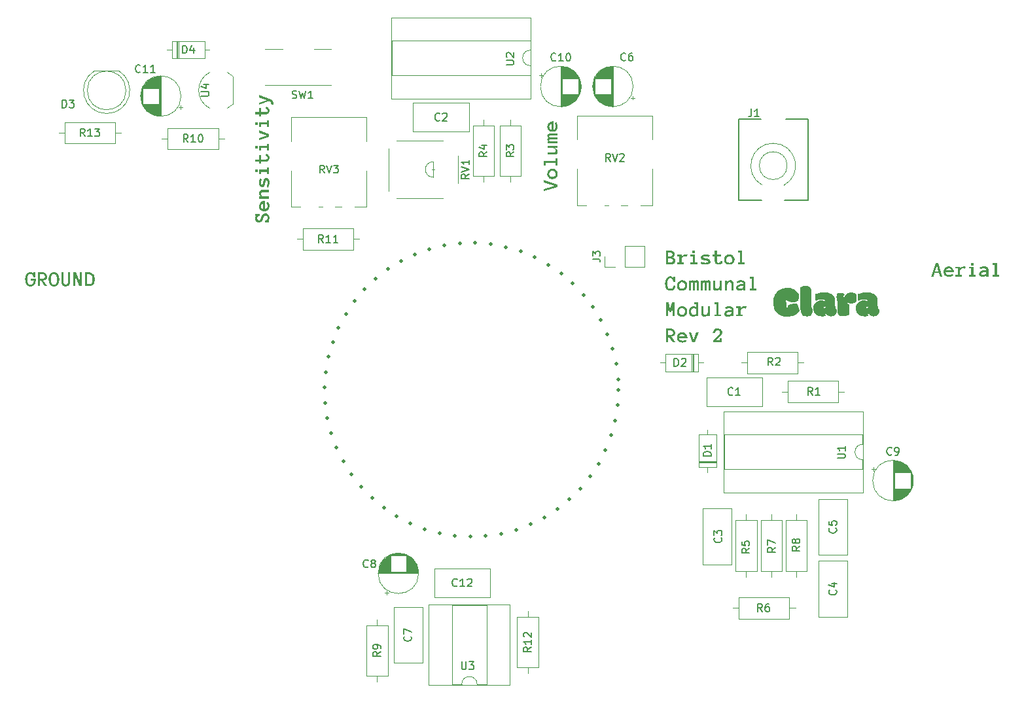
<source format=gto>
%TF.GenerationSoftware,KiCad,Pcbnew,8.0.3*%
%TF.CreationDate,2024-07-03T21:16:32+01:00*%
%TF.ProjectId,theremin,74686572-656d-4696-9e2e-6b696361645f,rev?*%
%TF.SameCoordinates,Original*%
%TF.FileFunction,Legend,Top*%
%TF.FilePolarity,Positive*%
%FSLAX46Y46*%
G04 Gerber Fmt 4.6, Leading zero omitted, Abs format (unit mm)*
G04 Created by KiCad (PCBNEW 8.0.3) date 2024-07-03 21:16:32*
%MOMM*%
%LPD*%
G01*
G04 APERTURE LIST*
%ADD10C,0.200000*%
%ADD11C,0.187500*%
%ADD12C,0.150000*%
%ADD13C,0.120000*%
%ADD14C,0.500000*%
G04 APERTURE END LIST*
D10*
G36*
X210900391Y-85350000D02*
G01*
X210602415Y-85350000D01*
X210472966Y-84912316D01*
X209879456Y-84912316D01*
X209752938Y-85350000D01*
X209454962Y-85350000D01*
X209670838Y-84662212D01*
X209955171Y-84662212D01*
X210397251Y-84662212D01*
X210177432Y-83922644D01*
X209955171Y-84662212D01*
X209670838Y-84662212D01*
X210014278Y-83568004D01*
X210341075Y-83568004D01*
X210900391Y-85350000D01*
G37*
G36*
X211811678Y-84043242D02*
G01*
X211908084Y-84062117D01*
X211989714Y-84090195D01*
X212079450Y-84136494D01*
X212158883Y-84196257D01*
X212206113Y-84243579D01*
X212268327Y-84325370D01*
X212315579Y-84411449D01*
X212347286Y-84489776D01*
X212374076Y-84584430D01*
X212390944Y-84686430D01*
X212397642Y-84784511D01*
X212398088Y-84818527D01*
X211324885Y-84818527D01*
X211352454Y-84913186D01*
X211408987Y-85001161D01*
X211450914Y-85042254D01*
X211539849Y-85096430D01*
X211639235Y-85124125D01*
X211733259Y-85131158D01*
X211832155Y-85125113D01*
X211934510Y-85102780D01*
X211974083Y-85088171D01*
X212064028Y-85041188D01*
X212146246Y-84977349D01*
X212150914Y-84972889D01*
X212296483Y-85172679D01*
X212217810Y-85240390D01*
X212127964Y-85297791D01*
X212034655Y-85337299D01*
X211936670Y-85362329D01*
X211832798Y-85376969D01*
X211733259Y-85381263D01*
X211633590Y-85375433D01*
X211530390Y-85355775D01*
X211456776Y-85331926D01*
X211365895Y-85289130D01*
X211278138Y-85230519D01*
X211235492Y-85193684D01*
X211166377Y-85115887D01*
X211110644Y-85026964D01*
X211089435Y-84982170D01*
X211057287Y-84886366D01*
X211039976Y-84782868D01*
X211036679Y-84709595D01*
X211043479Y-84603578D01*
X211050673Y-84568422D01*
X211337586Y-84568422D01*
X212076665Y-84568422D01*
X212044938Y-84473217D01*
X211985478Y-84394781D01*
X211948681Y-84364235D01*
X211858115Y-84314264D01*
X211757874Y-84289768D01*
X211708346Y-84287055D01*
X211611145Y-84297908D01*
X211514681Y-84334162D01*
X211466546Y-84364235D01*
X211393654Y-84434932D01*
X211348817Y-84522398D01*
X211337586Y-84568422D01*
X211050673Y-84568422D01*
X211063881Y-84503881D01*
X211085039Y-84440928D01*
X211131258Y-84346392D01*
X211190538Y-84262821D01*
X211222303Y-84227948D01*
X211300262Y-84161133D01*
X211389669Y-84107540D01*
X211434794Y-84087264D01*
X211531423Y-84056604D01*
X211635196Y-84040095D01*
X211708346Y-84036950D01*
X211811678Y-84043242D01*
G37*
G36*
X213841075Y-84337857D02*
G01*
X213746989Y-84302815D01*
X213737027Y-84300244D01*
X213636525Y-84287377D01*
X213615395Y-84287055D01*
X213518014Y-84295464D01*
X213437586Y-84316852D01*
X213346894Y-84362334D01*
X213293971Y-84405757D01*
X213231513Y-84486451D01*
X213199693Y-84553768D01*
X213174780Y-84650854D01*
X213166606Y-84749229D01*
X213166476Y-84764305D01*
X213166476Y-85099895D01*
X213453217Y-85099895D01*
X213453217Y-85350000D01*
X212592017Y-85350000D01*
X212592017Y-85099895D01*
X212881689Y-85099895D01*
X212881689Y-84287055D01*
X212592017Y-84287055D01*
X212592017Y-84068213D01*
X213166476Y-84068213D01*
X213166476Y-84389148D01*
X213211062Y-84289813D01*
X213266236Y-84208330D01*
X213339957Y-84138731D01*
X213373106Y-84117062D01*
X213463600Y-84074815D01*
X213564111Y-84048216D01*
X213663137Y-84037654D01*
X213697949Y-84036950D01*
X213797544Y-84044367D01*
X213821535Y-84048185D01*
X213916882Y-84073922D01*
X213948053Y-84086775D01*
X213841075Y-84337857D01*
G37*
G36*
X214933329Y-83913852D02*
G01*
X214586993Y-83913852D01*
X214586993Y-83568004D01*
X214933329Y-83568004D01*
X214933329Y-83913852D01*
G37*
G36*
X215194180Y-85350000D02*
G01*
X214334445Y-85350000D01*
X214334445Y-85099895D01*
X214617279Y-85099895D01*
X214617279Y-84318318D01*
X214334445Y-84318318D01*
X214334445Y-84068213D01*
X214901577Y-84068213D01*
X214901577Y-85099895D01*
X215194180Y-85099895D01*
X215194180Y-85350000D01*
G37*
G36*
X216398542Y-84042812D02*
G01*
X216500391Y-84060397D01*
X216596256Y-84091416D01*
X216681619Y-84137578D01*
X216758020Y-84203769D01*
X216810091Y-84277285D01*
X216846361Y-84373394D01*
X216858262Y-84474120D01*
X216858451Y-84489776D01*
X216858451Y-85350000D01*
X216576595Y-85350000D01*
X216576595Y-85164863D01*
X216511262Y-85240714D01*
X216424807Y-85301569D01*
X216377781Y-85324598D01*
X216285411Y-85356859D01*
X216188308Y-85375729D01*
X216095925Y-85381263D01*
X215994053Y-85373225D01*
X215919093Y-85355861D01*
X215828402Y-85317322D01*
X215775478Y-85280635D01*
X215709533Y-85207972D01*
X215678758Y-85155582D01*
X215648576Y-85059489D01*
X215642610Y-84984612D01*
X215644047Y-84973866D01*
X215923978Y-84973866D01*
X215958393Y-85069716D01*
X216050407Y-85118716D01*
X216153653Y-85131004D01*
X216168709Y-85131158D01*
X216269116Y-85122762D01*
X216325513Y-85109665D01*
X216418623Y-85071820D01*
X216455450Y-85049581D01*
X216529081Y-84979743D01*
X216544355Y-84956769D01*
X216575461Y-84860447D01*
X216576595Y-84836113D01*
X216576595Y-84787264D01*
X216476334Y-84787264D01*
X216450077Y-84787264D01*
X216351273Y-84787264D01*
X216345541Y-84787264D01*
X216247630Y-84790622D01*
X216143188Y-84804266D01*
X216044178Y-84834491D01*
X216030468Y-84840997D01*
X215950600Y-84901081D01*
X215923978Y-84973866D01*
X215644047Y-84973866D01*
X215655812Y-84885858D01*
X215698997Y-84794008D01*
X215702694Y-84788729D01*
X215772669Y-84711793D01*
X215855352Y-84652531D01*
X215861452Y-84649023D01*
X215953215Y-84605292D01*
X216048134Y-84574396D01*
X216087132Y-84565003D01*
X216191131Y-84546975D01*
X216288561Y-84538492D01*
X216346030Y-84537159D01*
X216446935Y-84537159D01*
X216470593Y-84537159D01*
X216569884Y-84537159D01*
X216576595Y-84537159D01*
X216576595Y-84486357D01*
X216552020Y-84389774D01*
X216498926Y-84336880D01*
X216402754Y-84298003D01*
X216303057Y-84287103D01*
X216295227Y-84287055D01*
X216193179Y-84293319D01*
X216089636Y-84312112D01*
X216059777Y-84319783D01*
X215964950Y-84350815D01*
X215874154Y-84391522D01*
X215833608Y-84413572D01*
X215717837Y-84191800D01*
X215807011Y-84146011D01*
X215900573Y-84107380D01*
X215989435Y-84078471D01*
X216091025Y-84054832D01*
X216196309Y-84041005D01*
X216295227Y-84036950D01*
X216398542Y-84042812D01*
G37*
G36*
X218253078Y-85350000D02*
G01*
X217392854Y-85350000D01*
X217392854Y-85099895D01*
X217673245Y-85099895D01*
X217673245Y-83818108D01*
X217392854Y-83818108D01*
X217392854Y-83568004D01*
X217957544Y-83568004D01*
X217957544Y-85099895D01*
X218253078Y-85099895D01*
X218253078Y-85350000D01*
G37*
G36*
X123294048Y-77169015D02*
G01*
X123396710Y-77177056D01*
X123495500Y-77203517D01*
X123513867Y-77211024D01*
X123602771Y-77260606D01*
X123677021Y-77325330D01*
X123736128Y-77404098D01*
X123779603Y-77496789D01*
X123805199Y-77593002D01*
X123815123Y-77694797D01*
X123815263Y-77708791D01*
X123807926Y-77807475D01*
X123783616Y-77904554D01*
X123770810Y-77936914D01*
X123716013Y-78025836D01*
X123642015Y-78097403D01*
X123623288Y-78111304D01*
X123784000Y-78111304D01*
X123784000Y-78366782D01*
X123202702Y-78366782D01*
X123202702Y-78111304D01*
X123299883Y-78100454D01*
X123358040Y-78080529D01*
X123443642Y-78025494D01*
X123471369Y-77998463D01*
X123526019Y-77917107D01*
X123541222Y-77880738D01*
X123562820Y-77784123D01*
X123565158Y-77737612D01*
X123553938Y-77635498D01*
X123513638Y-77541922D01*
X123506540Y-77531960D01*
X123424162Y-77470594D01*
X123326923Y-77453390D01*
X123318961Y-77453313D01*
X123222317Y-77469115D01*
X123203678Y-77477249D01*
X123125336Y-77537884D01*
X123118193Y-77546126D01*
X123063521Y-77631904D01*
X123052736Y-77655546D01*
X123014288Y-77747750D01*
X122993141Y-77802092D01*
X122958337Y-77899789D01*
X122921936Y-77991380D01*
X122919380Y-77997486D01*
X122873584Y-78089688D01*
X122818263Y-78171876D01*
X122746185Y-78245365D01*
X122669764Y-78296928D01*
X122576784Y-78331289D01*
X122479880Y-78344052D01*
X122447014Y-78344800D01*
X122343194Y-78335354D01*
X122246886Y-78304458D01*
X122241362Y-78301813D01*
X122155416Y-78247624D01*
X122092862Y-78186530D01*
X122036914Y-78103236D01*
X122001515Y-78018980D01*
X121978434Y-77920306D01*
X121970771Y-77822475D01*
X121970741Y-77815770D01*
X121980652Y-77714363D01*
X122013267Y-77620654D01*
X122022520Y-77603767D01*
X122082726Y-77525121D01*
X122159785Y-77466991D01*
X122002004Y-77466991D01*
X122002004Y-77211513D01*
X122556435Y-77211513D01*
X122556435Y-77466991D01*
X122455879Y-77476804D01*
X122358323Y-77513702D01*
X122309750Y-77550034D01*
X122248975Y-77633635D01*
X122223016Y-77730856D01*
X122220845Y-77773271D01*
X122231878Y-77873463D01*
X122271507Y-77968504D01*
X122278487Y-77978924D01*
X122357621Y-78044887D01*
X122439687Y-78060501D01*
X122530545Y-78039496D01*
X122598933Y-77977458D01*
X122649797Y-77890424D01*
X122656575Y-77875365D01*
X122695384Y-77781059D01*
X122714704Y-77732239D01*
X122749931Y-77637306D01*
X122789666Y-77543017D01*
X122795304Y-77530494D01*
X122842052Y-77440771D01*
X122898030Y-77360278D01*
X122906191Y-77350243D01*
X122978731Y-77277825D01*
X123065437Y-77219817D01*
X123162137Y-77183352D01*
X123260877Y-77169808D01*
X123294048Y-77169015D01*
G37*
G36*
X123252527Y-76615072D02*
G01*
X123347186Y-76587503D01*
X123435161Y-76530970D01*
X123476254Y-76489043D01*
X123530430Y-76400108D01*
X123558125Y-76300722D01*
X123565158Y-76206698D01*
X123559113Y-76107802D01*
X123536780Y-76005447D01*
X123522171Y-75965874D01*
X123475188Y-75875929D01*
X123411349Y-75793711D01*
X123406889Y-75789043D01*
X123606679Y-75643474D01*
X123674390Y-75722147D01*
X123731791Y-75811993D01*
X123771299Y-75905302D01*
X123796329Y-76003287D01*
X123810969Y-76107159D01*
X123815263Y-76206698D01*
X123809433Y-76306367D01*
X123789775Y-76409567D01*
X123765926Y-76483181D01*
X123723130Y-76574062D01*
X123664519Y-76661819D01*
X123627684Y-76704465D01*
X123549887Y-76773580D01*
X123460964Y-76829313D01*
X123416170Y-76850522D01*
X123320366Y-76882670D01*
X123216868Y-76899981D01*
X123143595Y-76903278D01*
X123037578Y-76896478D01*
X122937881Y-76876076D01*
X122874928Y-76854918D01*
X122780392Y-76808699D01*
X122696821Y-76749419D01*
X122661948Y-76717654D01*
X122595133Y-76639695D01*
X122541540Y-76550288D01*
X122521264Y-76505163D01*
X122490604Y-76408534D01*
X122474095Y-76304761D01*
X122470950Y-76231611D01*
X122721055Y-76231611D01*
X122731908Y-76328812D01*
X122768162Y-76425276D01*
X122798235Y-76473411D01*
X122868932Y-76546303D01*
X122956398Y-76591140D01*
X123002422Y-76602371D01*
X123002422Y-75863292D01*
X122907217Y-75895019D01*
X122828781Y-75954479D01*
X122798235Y-75991276D01*
X122748264Y-76081842D01*
X122723768Y-76182083D01*
X122721055Y-76231611D01*
X122470950Y-76231611D01*
X122477242Y-76128279D01*
X122496117Y-76031873D01*
X122524195Y-75950243D01*
X122570494Y-75860507D01*
X122630257Y-75781074D01*
X122677579Y-75733844D01*
X122759370Y-75671630D01*
X122845449Y-75624378D01*
X122923776Y-75592671D01*
X123018430Y-75565881D01*
X123120430Y-75549013D01*
X123218511Y-75542315D01*
X123252527Y-75541869D01*
X123252527Y-76615072D01*
G37*
G36*
X123784000Y-74135030D02*
G01*
X123784000Y-74419329D01*
X122988256Y-74419329D01*
X122888101Y-74427297D01*
X122795167Y-74462712D01*
X122779184Y-74475993D01*
X122729229Y-74566058D01*
X122721055Y-74639147D01*
X122736293Y-74740753D01*
X122782008Y-74828621D01*
X122850015Y-74896579D01*
X122939946Y-74949130D01*
X123037362Y-74979784D01*
X123137058Y-74993797D01*
X123205632Y-74996230D01*
X123784000Y-74996230D01*
X123784000Y-75280529D01*
X122502213Y-75280529D01*
X122502213Y-74996230D01*
X122823148Y-74996230D01*
X122726243Y-74962561D01*
X122636287Y-74909106D01*
X122563762Y-74838449D01*
X122510921Y-74752623D01*
X122480014Y-74654328D01*
X122470950Y-74554151D01*
X122481074Y-74450415D01*
X122516069Y-74350924D01*
X122576061Y-74268035D01*
X122598933Y-74246405D01*
X122681820Y-74192566D01*
X122773793Y-74159502D01*
X122882985Y-74140359D01*
X122992653Y-74135030D01*
X123784000Y-74135030D01*
G37*
G36*
X123397607Y-72573830D02*
G01*
X123498573Y-72584676D01*
X123592210Y-72623632D01*
X123602283Y-72630494D01*
X123677435Y-72699280D01*
X123729778Y-72775086D01*
X123770688Y-72868753D01*
X123795511Y-72966104D01*
X123796700Y-72972923D01*
X123810024Y-73074324D01*
X123815190Y-73173364D01*
X123815263Y-73186391D01*
X123811360Y-73284605D01*
X123799652Y-73382510D01*
X123780139Y-73480106D01*
X123765926Y-73534193D01*
X123735503Y-73627792D01*
X123696081Y-73723180D01*
X123645884Y-73817638D01*
X123635988Y-73833634D01*
X123404446Y-73715421D01*
X123454392Y-73623563D01*
X123497762Y-73528249D01*
X123529010Y-73438938D01*
X123552414Y-73336458D01*
X123563887Y-73233818D01*
X123565158Y-73186391D01*
X123561580Y-73088341D01*
X123546231Y-72988119D01*
X123528521Y-72936775D01*
X123460968Y-72864349D01*
X123426428Y-72858128D01*
X123374160Y-72880110D01*
X123336058Y-72952895D01*
X123309955Y-73047508D01*
X123301376Y-73087228D01*
X123282277Y-73186904D01*
X123265928Y-73286173D01*
X123264739Y-73293858D01*
X123246177Y-73390089D01*
X123223706Y-73481436D01*
X123190047Y-73574258D01*
X123155318Y-73637263D01*
X123090594Y-73711032D01*
X123042967Y-73745218D01*
X122950109Y-73779071D01*
X122872485Y-73785763D01*
X122775643Y-73772574D01*
X122692234Y-73733006D01*
X122617950Y-73667197D01*
X122565228Y-73593788D01*
X122522363Y-73502563D01*
X122494821Y-73407502D01*
X122493420Y-73400836D01*
X122477292Y-73300436D01*
X122471038Y-73199822D01*
X122470950Y-73186391D01*
X122475510Y-73083657D01*
X122489190Y-72983001D01*
X122509540Y-72893299D01*
X122539660Y-72799670D01*
X122581472Y-72706877D01*
X122618961Y-72643683D01*
X122836337Y-72756523D01*
X122788741Y-72842476D01*
X122751654Y-72939248D01*
X122744990Y-72964618D01*
X122727810Y-73063708D01*
X122721265Y-73163940D01*
X122721055Y-73186391D01*
X122726207Y-73285510D01*
X122726916Y-73292392D01*
X122747413Y-73391059D01*
X122748410Y-73393997D01*
X122790908Y-73471666D01*
X122856854Y-73502441D01*
X122931920Y-73433626D01*
X122940385Y-73412560D01*
X122968595Y-73309510D01*
X122988745Y-73206022D01*
X123004865Y-73105302D01*
X123021080Y-73005886D01*
X123042189Y-72908291D01*
X123046875Y-72889880D01*
X123079102Y-72793935D01*
X123116240Y-72722329D01*
X123180315Y-72646614D01*
X123228103Y-72612909D01*
X123320852Y-72580279D01*
X123397607Y-72573830D01*
G37*
G36*
X122347852Y-71478645D02*
G01*
X122347852Y-71824981D01*
X122002004Y-71824981D01*
X122002004Y-71478645D01*
X122347852Y-71478645D01*
G37*
G36*
X123784000Y-71217793D02*
G01*
X123784000Y-72077528D01*
X123533895Y-72077528D01*
X123533895Y-71794695D01*
X122752318Y-71794695D01*
X122752318Y-72077528D01*
X122502213Y-72077528D01*
X122502213Y-71510396D01*
X123533895Y-71510396D01*
X123533895Y-71217793D01*
X123784000Y-71217793D01*
G37*
G36*
X123382464Y-69469992D02*
G01*
X123488909Y-69491437D01*
X123581829Y-69531043D01*
X123661226Y-69588810D01*
X123699491Y-69628749D01*
X123755455Y-69710821D01*
X123793103Y-69803711D01*
X123812436Y-69907421D01*
X123815263Y-69969713D01*
X123807105Y-70071207D01*
X123780422Y-70170003D01*
X123778138Y-70175853D01*
X123730039Y-70267403D01*
X123674090Y-70335588D01*
X123595922Y-70397384D01*
X123514355Y-70438170D01*
X123416658Y-70465281D01*
X123317082Y-70474283D01*
X123310168Y-70474318D01*
X122752318Y-70474318D01*
X122752318Y-70763990D01*
X122502213Y-70763990D01*
X122502213Y-70474318D01*
X122002004Y-70474318D01*
X122002004Y-70189531D01*
X122502213Y-70189531D01*
X122502213Y-69652685D01*
X122752318Y-69652685D01*
X122752318Y-70189531D01*
X123316030Y-70189531D01*
X123413964Y-70178031D01*
X123503609Y-70129447D01*
X123555000Y-70043913D01*
X123565158Y-69969713D01*
X123549809Y-69870122D01*
X123495304Y-69789950D01*
X123407051Y-69738602D01*
X123325800Y-69719608D01*
X123382464Y-69469992D01*
G37*
G36*
X122347852Y-68422678D02*
G01*
X122347852Y-68769015D01*
X122002004Y-68769015D01*
X122002004Y-68422678D01*
X122347852Y-68422678D01*
G37*
G36*
X123784000Y-68161827D02*
G01*
X123784000Y-69021562D01*
X123533895Y-69021562D01*
X123533895Y-68738729D01*
X122752318Y-68738729D01*
X122752318Y-69021562D01*
X122502213Y-69021562D01*
X122502213Y-68454430D01*
X123533895Y-68454430D01*
X123533895Y-68161827D01*
X123784000Y-68161827D01*
G37*
G36*
X122502213Y-66427703D02*
G01*
X123784000Y-66900068D01*
X123784000Y-67235170D01*
X122502213Y-67708024D01*
X122502213Y-67404186D01*
X123471857Y-67066642D01*
X122502213Y-66731052D01*
X122502213Y-66427703D01*
G37*
G36*
X122347852Y-65366712D02*
G01*
X122347852Y-65713048D01*
X122002004Y-65713048D01*
X122002004Y-65366712D01*
X122347852Y-65366712D01*
G37*
G36*
X123784000Y-65105860D02*
G01*
X123784000Y-65965595D01*
X123533895Y-65965595D01*
X123533895Y-65682762D01*
X122752318Y-65682762D01*
X122752318Y-65965595D01*
X122502213Y-65965595D01*
X122502213Y-65398463D01*
X123533895Y-65398463D01*
X123533895Y-65105860D01*
X123784000Y-65105860D01*
G37*
G36*
X123382464Y-63358059D02*
G01*
X123488909Y-63379504D01*
X123581829Y-63419110D01*
X123661226Y-63476877D01*
X123699491Y-63516816D01*
X123755455Y-63598888D01*
X123793103Y-63691778D01*
X123812436Y-63795488D01*
X123815263Y-63857779D01*
X123807105Y-63959274D01*
X123780422Y-64058070D01*
X123778138Y-64063920D01*
X123730039Y-64155470D01*
X123674090Y-64223655D01*
X123595922Y-64285451D01*
X123514355Y-64326237D01*
X123416658Y-64353348D01*
X123317082Y-64362350D01*
X123310168Y-64362385D01*
X122752318Y-64362385D01*
X122752318Y-64652057D01*
X122502213Y-64652057D01*
X122502213Y-64362385D01*
X122002004Y-64362385D01*
X122002004Y-64077598D01*
X122502213Y-64077598D01*
X122502213Y-63540752D01*
X122752318Y-63540752D01*
X122752318Y-64077598D01*
X123316030Y-64077598D01*
X123413964Y-64066098D01*
X123503609Y-64017514D01*
X123555000Y-63931980D01*
X123565158Y-63857779D01*
X123549809Y-63758189D01*
X123495304Y-63678017D01*
X123407051Y-63626669D01*
X123325800Y-63607675D01*
X123382464Y-63358059D01*
G37*
G36*
X122502213Y-61854500D02*
G01*
X124026777Y-62406977D01*
X124120114Y-62450979D01*
X124199313Y-62512164D01*
X124253923Y-62586740D01*
X124291429Y-62681788D01*
X124310603Y-62780140D01*
X124315472Y-62868596D01*
X124307126Y-62969652D01*
X124303748Y-62989740D01*
X124279270Y-63085206D01*
X124265158Y-63124074D01*
X123994537Y-63064967D01*
X124022907Y-62969010D01*
X124025311Y-62956523D01*
X124034104Y-62868596D01*
X124012786Y-62772225D01*
X123942633Y-62703625D01*
X123922729Y-62694207D01*
X123800608Y-62643404D01*
X122502213Y-63132378D01*
X122502213Y-62836844D01*
X123470880Y-62485135D01*
X122502213Y-62159803D01*
X122502213Y-61854500D01*
G37*
G36*
X93586713Y-85697536D02*
G01*
X93583815Y-85799026D01*
X93575121Y-85897966D01*
X93558664Y-86004908D01*
X93550077Y-86046803D01*
X93522857Y-86146886D01*
X93486383Y-86239526D01*
X93435572Y-86332836D01*
X93430398Y-86340872D01*
X93367592Y-86422742D01*
X93293357Y-86492375D01*
X93215953Y-86545059D01*
X93119196Y-86588444D01*
X93019514Y-86612258D01*
X92920257Y-86620965D01*
X92896972Y-86621263D01*
X92795705Y-86615157D01*
X92693791Y-86594053D01*
X92594578Y-86553428D01*
X92577990Y-86544082D01*
X92493922Y-86485132D01*
X92421051Y-86414408D01*
X92364522Y-86339895D01*
X92312914Y-86247903D01*
X92275514Y-86156159D01*
X92247178Y-86056687D01*
X92244843Y-86046315D01*
X92225781Y-85940756D01*
X92213779Y-85832908D01*
X92209013Y-85733886D01*
X92208695Y-85700467D01*
X92211555Y-85600630D01*
X92220133Y-85502802D01*
X92236371Y-85396461D01*
X92244843Y-85354619D01*
X92272273Y-85254232D01*
X92308766Y-85161286D01*
X92359377Y-85067641D01*
X92364522Y-85059574D01*
X92427213Y-84977310D01*
X92501102Y-84907168D01*
X92577990Y-84853921D01*
X92674527Y-84809980D01*
X92774209Y-84785861D01*
X92873629Y-84777042D01*
X92896972Y-84776741D01*
X92995885Y-84788776D01*
X93006392Y-84791395D01*
X93097840Y-84827253D01*
X93113859Y-84836336D01*
X93191242Y-84897529D01*
X93203741Y-84911074D01*
X93253689Y-84995477D01*
X93259428Y-85013168D01*
X93259428Y-84808004D01*
X93516372Y-84808004D01*
X93516372Y-85437662D01*
X93259428Y-85437662D01*
X93249124Y-85336263D01*
X93233050Y-85278904D01*
X93189392Y-85188804D01*
X93158800Y-85147990D01*
X93083741Y-85081621D01*
X93043517Y-85059085D01*
X92945496Y-85029994D01*
X92896972Y-85026845D01*
X92799385Y-85038439D01*
X92708466Y-85080083D01*
X92698646Y-85087418D01*
X92629404Y-85156905D01*
X92575060Y-85244221D01*
X92537672Y-85339591D01*
X92513816Y-85437898D01*
X92510091Y-85460132D01*
X92498073Y-85557613D01*
X92492181Y-85655578D01*
X92491529Y-85700956D01*
X92494592Y-85799144D01*
X92503783Y-85896848D01*
X92510091Y-85941779D01*
X92531476Y-86041917D01*
X92565801Y-86139039D01*
X92574083Y-86157201D01*
X92627694Y-86243785D01*
X92697669Y-86312051D01*
X92786574Y-86356381D01*
X92889442Y-86371100D01*
X92896972Y-86371158D01*
X92999382Y-86359995D01*
X93096826Y-86321931D01*
X93178339Y-86256852D01*
X93238875Y-86173104D01*
X93282019Y-86076684D01*
X93311351Y-85974239D01*
X93325374Y-85902212D01*
X92947774Y-85902212D01*
X92947774Y-85652107D01*
X93586713Y-85652107D01*
X93586713Y-85697536D01*
G37*
G36*
X94528195Y-84812744D02*
G01*
X94625058Y-84826963D01*
X94726301Y-84855534D01*
X94814875Y-84897007D01*
X94880712Y-84942826D01*
X94952306Y-85018053D01*
X95003444Y-85109399D01*
X95034127Y-85216866D01*
X95044195Y-85324123D01*
X95044355Y-85340453D01*
X95036305Y-85444352D01*
X95009972Y-85541927D01*
X95007718Y-85547571D01*
X94960626Y-85635382D01*
X94904648Y-85700956D01*
X94827858Y-85761502D01*
X94749798Y-85802561D01*
X94651720Y-85835769D01*
X94558311Y-85853852D01*
X95069268Y-86590000D01*
X94709254Y-86590000D01*
X94244704Y-85864598D01*
X94115743Y-85864598D01*
X94115743Y-86590000D01*
X93831445Y-86590000D01*
X93831445Y-85611563D01*
X94115743Y-85611563D01*
X94422024Y-85611563D01*
X94522753Y-85603482D01*
X94620960Y-85573094D01*
X94670175Y-85543175D01*
X94734689Y-85462610D01*
X94758652Y-85366915D01*
X94760056Y-85332637D01*
X94745222Y-85232477D01*
X94691241Y-85145158D01*
X94670175Y-85126985D01*
X94578439Y-85079901D01*
X94478971Y-85060530D01*
X94422024Y-85058108D01*
X94115743Y-85058108D01*
X94115743Y-85611563D01*
X93831445Y-85611563D01*
X93831445Y-84808004D01*
X94422024Y-84808004D01*
X94528195Y-84812744D01*
G37*
G36*
X96033776Y-84782846D02*
G01*
X96134793Y-84803950D01*
X96233791Y-84844575D01*
X96250426Y-84853921D01*
X96334935Y-84912871D01*
X96407785Y-84983595D01*
X96463894Y-85058108D01*
X96515282Y-85150158D01*
X96552682Y-85242055D01*
X96581209Y-85341774D01*
X96583573Y-85352177D01*
X96603151Y-85457478D01*
X96615477Y-85565164D01*
X96620372Y-85664121D01*
X96620698Y-85697536D01*
X96617761Y-85797335D01*
X96608952Y-85895047D01*
X96592274Y-86001168D01*
X96583573Y-86042896D01*
X96556077Y-86142863D01*
X96519994Y-86235771D01*
X96470385Y-86329815D01*
X96465360Y-86337941D01*
X96403666Y-86420483D01*
X96330082Y-86490787D01*
X96252868Y-86544082D01*
X96156111Y-86588024D01*
X96056430Y-86612143D01*
X95957172Y-86620961D01*
X95933887Y-86621263D01*
X95832346Y-86615157D01*
X95730126Y-86594053D01*
X95639069Y-86557875D01*
X95613929Y-86544082D01*
X95529698Y-86484902D01*
X95457011Y-86413484D01*
X95400949Y-86337941D01*
X95350233Y-86244674D01*
X95313444Y-86152472D01*
X95285528Y-86053210D01*
X95283224Y-86042896D01*
X95263904Y-85937804D01*
X95251740Y-85830137D01*
X95246910Y-85731034D01*
X95246597Y-85698513D01*
X95530887Y-85698513D01*
X95533950Y-85796627D01*
X95543141Y-85894902D01*
X95549449Y-85940314D01*
X95570647Y-86041453D01*
X95604356Y-86139026D01*
X95612464Y-86157201D01*
X95665586Y-86243785D01*
X95735074Y-86312051D01*
X95823612Y-86356381D01*
X95926358Y-86371100D01*
X95933887Y-86371158D01*
X96031233Y-86359845D01*
X96122336Y-86319209D01*
X96132212Y-86312051D01*
X96205361Y-86238910D01*
X96254334Y-86157201D01*
X96290670Y-86061861D01*
X96314125Y-85962805D01*
X96317837Y-85940314D01*
X96329855Y-85841964D01*
X96335747Y-85743776D01*
X96336399Y-85698513D01*
X96333336Y-85600325D01*
X96324145Y-85502621D01*
X96317837Y-85457690D01*
X96296546Y-85357459D01*
X96262528Y-85260029D01*
X96254334Y-85241779D01*
X96201211Y-85154462D01*
X96130747Y-85085952D01*
X96042209Y-85041622D01*
X95941237Y-85026903D01*
X95933887Y-85026845D01*
X95830572Y-85040910D01*
X95742096Y-85083105D01*
X95668456Y-85153430D01*
X95633957Y-85204654D01*
X95588864Y-85302015D01*
X95559976Y-85401482D01*
X95540952Y-85514272D01*
X95532497Y-85621554D01*
X95530887Y-85698513D01*
X95246597Y-85698513D01*
X95246588Y-85697536D01*
X95249640Y-85597935D01*
X95258798Y-85500266D01*
X95276134Y-85394011D01*
X95285178Y-85352177D01*
X95313400Y-85251675D01*
X95349826Y-85158996D01*
X95399372Y-85066085D01*
X95404369Y-85058108D01*
X95466062Y-84976679D01*
X95539647Y-84907025D01*
X95616860Y-84853921D01*
X95713606Y-84809980D01*
X95812677Y-84785861D01*
X95910896Y-84777042D01*
X95933887Y-84776741D01*
X96033776Y-84782846D01*
G37*
G36*
X98032910Y-85954968D02*
G01*
X98028927Y-86055729D01*
X98015498Y-86158013D01*
X97999205Y-86229497D01*
X97965692Y-86323232D01*
X97915897Y-86411015D01*
X97894669Y-86439057D01*
X97820244Y-86511636D01*
X97735480Y-86564076D01*
X97715395Y-86573391D01*
X97620754Y-86604386D01*
X97521801Y-86618972D01*
X97458940Y-86621263D01*
X97360976Y-86615606D01*
X97258447Y-86594335D01*
X97202485Y-86573391D01*
X97116131Y-86524117D01*
X97038758Y-86454930D01*
X97025164Y-86439057D01*
X96970627Y-86355870D01*
X96932544Y-86265899D01*
X96921117Y-86228032D01*
X96900577Y-86131060D01*
X96889518Y-86026256D01*
X96887411Y-85952037D01*
X96887411Y-84808004D01*
X97171710Y-84808004D01*
X97171710Y-85958876D01*
X97176505Y-86057853D01*
X97180991Y-86098094D01*
X97205129Y-86196018D01*
X97220070Y-86231451D01*
X97280429Y-86311135D01*
X97307509Y-86332079D01*
X97403851Y-86367342D01*
X97458940Y-86371158D01*
X97555939Y-86357381D01*
X97608416Y-86332079D01*
X97680315Y-86261646D01*
X97697809Y-86232916D01*
X97731844Y-86139283D01*
X97738842Y-86099071D01*
X97747657Y-86001323D01*
X97748612Y-85958876D01*
X97748612Y-84808004D01*
X98032910Y-84808004D01*
X98032910Y-85954968D01*
G37*
G36*
X99560893Y-86590000D02*
G01*
X99231166Y-86590000D01*
X98699693Y-85298443D01*
X98699693Y-86590000D01*
X98415395Y-86590000D01*
X98415395Y-84808004D01*
X98772478Y-84808004D01*
X99276595Y-86035568D01*
X99276595Y-84808004D01*
X99560893Y-84808004D01*
X99560893Y-86590000D01*
G37*
G36*
X100624322Y-84813800D02*
G01*
X100724347Y-84833835D01*
X100822694Y-84872404D01*
X100839261Y-84881277D01*
X100923885Y-84937088D01*
X100997081Y-85004444D01*
X101053706Y-85075694D01*
X101105881Y-85163992D01*
X101147550Y-85261641D01*
X101176316Y-85358527D01*
X101196924Y-85460785D01*
X101209899Y-85566668D01*
X101215051Y-85665062D01*
X101215395Y-85698513D01*
X101212381Y-85797728D01*
X101201962Y-85904794D01*
X101184102Y-86008521D01*
X101177293Y-86038988D01*
X101149348Y-86136227D01*
X101108360Y-86234374D01*
X101056637Y-86323286D01*
X100993830Y-86401357D01*
X100919595Y-86467653D01*
X100842191Y-86517704D01*
X100745723Y-86558864D01*
X100646805Y-86581457D01*
X100548642Y-86589717D01*
X100525653Y-86590000D01*
X99943378Y-86590000D01*
X99943378Y-86339895D01*
X100227676Y-86339895D01*
X100525653Y-86339895D01*
X100627744Y-86326641D01*
X100724773Y-86280827D01*
X100797335Y-86211614D01*
X100825094Y-86172344D01*
X100871470Y-86079654D01*
X100901179Y-85984325D01*
X100920744Y-85875719D01*
X100929440Y-85772061D01*
X100931096Y-85697536D01*
X100927369Y-85586184D01*
X100916189Y-85485136D01*
X100893726Y-85380270D01*
X100855632Y-85277597D01*
X100825094Y-85222728D01*
X100758750Y-85143151D01*
X100668628Y-85085277D01*
X100572753Y-85060681D01*
X100525653Y-85058108D01*
X100227676Y-85058108D01*
X100227676Y-86339895D01*
X99943378Y-86339895D01*
X99943378Y-84808004D01*
X100525653Y-84808004D01*
X100624322Y-84813800D01*
G37*
G36*
X159302004Y-72867939D02*
G01*
X161084000Y-73426767D01*
X161084000Y-73751121D01*
X159302004Y-74310437D01*
X159302004Y-74012461D01*
X160712750Y-73587967D01*
X159302004Y-73165915D01*
X159302004Y-72867939D01*
G37*
G36*
X160543463Y-71393426D02*
G01*
X160645038Y-71412305D01*
X160716170Y-71435210D01*
X160810228Y-71480562D01*
X160893160Y-71539618D01*
X160927684Y-71571498D01*
X160993153Y-71649140D01*
X161045884Y-71738392D01*
X161065926Y-71783501D01*
X161095990Y-71880244D01*
X161112179Y-71985093D01*
X161115263Y-72059495D01*
X161109433Y-72159479D01*
X161089775Y-72261443D01*
X161065926Y-72333047D01*
X161019073Y-72427737D01*
X160959483Y-72510980D01*
X160927684Y-72545538D01*
X160849887Y-72610604D01*
X160760964Y-72662126D01*
X160716170Y-72681337D01*
X160620366Y-72710211D01*
X160516868Y-72725759D01*
X160443595Y-72728720D01*
X160345998Y-72723121D01*
X160245191Y-72704242D01*
X160173462Y-72681337D01*
X160084917Y-72640030D01*
X160000000Y-72582257D01*
X159959017Y-72545538D01*
X159892444Y-72467580D01*
X159839576Y-72378173D01*
X159819799Y-72333047D01*
X159790031Y-72236647D01*
X159774003Y-72132829D01*
X159770970Y-72059984D01*
X160021055Y-72059984D01*
X160032593Y-72160754D01*
X160053783Y-72222161D01*
X160106837Y-72306300D01*
X160142688Y-72342817D01*
X160225875Y-72397894D01*
X160277510Y-72419021D01*
X160374582Y-72441453D01*
X160444572Y-72445887D01*
X160543181Y-72437386D01*
X160612611Y-72419021D01*
X160703562Y-72374081D01*
X160744990Y-72342817D01*
X160809064Y-72268595D01*
X160833895Y-72222161D01*
X160860762Y-72125151D01*
X160865158Y-72059984D01*
X160854136Y-71960029D01*
X160833895Y-71898783D01*
X160781281Y-71813151D01*
X160744990Y-71775685D01*
X160662194Y-71719315D01*
X160612611Y-71698016D01*
X160516844Y-71675583D01*
X160444572Y-71671149D01*
X160343258Y-71680620D01*
X160277510Y-71698016D01*
X160187750Y-71740949D01*
X160142688Y-71775685D01*
X160079055Y-71851620D01*
X160053783Y-71898783D01*
X160025657Y-71995412D01*
X160021055Y-72059984D01*
X159770970Y-72059984D01*
X159770950Y-72059495D01*
X159776722Y-71958120D01*
X159796185Y-71855298D01*
X159819799Y-71783501D01*
X159866341Y-71688891D01*
X159926588Y-71605890D01*
X159959017Y-71571498D01*
X160037770Y-71506116D01*
X160127970Y-71454439D01*
X160173462Y-71435210D01*
X160269839Y-71406336D01*
X160372123Y-71390789D01*
X160443595Y-71387827D01*
X160543463Y-71393426D01*
G37*
G36*
X161084000Y-70096271D02*
G01*
X161084000Y-70956494D01*
X160833895Y-70956494D01*
X160833895Y-70676104D01*
X159552108Y-70676104D01*
X159552108Y-70956494D01*
X159302004Y-70956494D01*
X159302004Y-70391805D01*
X160833895Y-70391805D01*
X160833895Y-70096271D01*
X161084000Y-70096271D01*
G37*
G36*
X159802213Y-69577988D02*
G01*
X159802213Y-69293689D01*
X160599422Y-69293689D01*
X160698684Y-69285789D01*
X160791068Y-69250679D01*
X160807028Y-69237513D01*
X160855564Y-69152487D01*
X160865158Y-69073870D01*
X160849977Y-68973042D01*
X160804435Y-68885489D01*
X160736686Y-68817415D01*
X160646498Y-68764350D01*
X160548932Y-68733395D01*
X160449166Y-68719244D01*
X160380580Y-68716787D01*
X159802213Y-68716787D01*
X159802213Y-68432489D01*
X161084000Y-68432489D01*
X161084000Y-68716787D01*
X160763064Y-68716787D01*
X160859292Y-68750504D01*
X160949054Y-68804122D01*
X161021962Y-68875057D01*
X161075081Y-68960605D01*
X161106151Y-69058737D01*
X161115263Y-69158867D01*
X161105100Y-69262602D01*
X161069971Y-69362093D01*
X161009750Y-69444983D01*
X160986791Y-69466613D01*
X160903784Y-69520451D01*
X160799292Y-69556670D01*
X160688376Y-69574072D01*
X160594048Y-69577988D01*
X159802213Y-69577988D01*
G37*
G36*
X161084000Y-66837094D02*
G01*
X161084000Y-67121393D01*
X160199840Y-67121393D01*
X160100564Y-67129387D01*
X160065018Y-67139956D01*
X160021055Y-67205413D01*
X160066539Y-67292960D01*
X160117286Y-67313368D01*
X160218319Y-67328729D01*
X160321315Y-67334763D01*
X160397677Y-67335838D01*
X161084000Y-67335838D01*
X161084000Y-67620137D01*
X160199840Y-67620137D01*
X160100564Y-67628552D01*
X160065018Y-67639676D01*
X160021055Y-67706599D01*
X160070768Y-67795076D01*
X160117286Y-67812112D01*
X160218319Y-67826471D01*
X160321315Y-67832112D01*
X160397677Y-67833117D01*
X161084000Y-67833117D01*
X161084000Y-68117415D01*
X159802213Y-68117415D01*
X159802213Y-67830186D01*
X159981976Y-67830186D01*
X159890873Y-67792695D01*
X159824683Y-67740793D01*
X159778506Y-67651454D01*
X159770950Y-67583012D01*
X159792198Y-67486230D01*
X159820287Y-67444771D01*
X159900389Y-67386828D01*
X159955109Y-67368567D01*
X159868863Y-67316738D01*
X159815891Y-67269404D01*
X159776260Y-67177461D01*
X159770950Y-67110158D01*
X159786993Y-67013390D01*
X159845375Y-66926579D01*
X159868159Y-66907925D01*
X159963271Y-66862065D01*
X160069567Y-66841521D01*
X160161739Y-66837094D01*
X161084000Y-66837094D01*
G37*
G36*
X160552527Y-66328581D02*
G01*
X160647186Y-66301012D01*
X160735161Y-66244479D01*
X160776254Y-66202552D01*
X160830430Y-66113617D01*
X160858125Y-66014231D01*
X160865158Y-65920207D01*
X160859113Y-65821311D01*
X160836780Y-65718956D01*
X160822171Y-65679383D01*
X160775188Y-65589438D01*
X160711349Y-65507220D01*
X160706889Y-65502552D01*
X160906679Y-65356983D01*
X160974390Y-65435656D01*
X161031791Y-65525502D01*
X161071299Y-65618811D01*
X161096329Y-65716796D01*
X161110969Y-65820668D01*
X161115263Y-65920207D01*
X161109433Y-66019876D01*
X161089775Y-66123076D01*
X161065926Y-66196690D01*
X161023130Y-66287571D01*
X160964519Y-66375328D01*
X160927684Y-66417974D01*
X160849887Y-66487089D01*
X160760964Y-66542822D01*
X160716170Y-66564031D01*
X160620366Y-66596179D01*
X160516868Y-66613490D01*
X160443595Y-66616787D01*
X160337578Y-66609987D01*
X160237881Y-66589585D01*
X160174928Y-66568427D01*
X160080392Y-66522208D01*
X159996821Y-66462928D01*
X159961948Y-66431163D01*
X159895133Y-66353204D01*
X159841540Y-66263797D01*
X159821264Y-66218672D01*
X159790604Y-66122043D01*
X159774095Y-66018270D01*
X159770950Y-65945120D01*
X160021055Y-65945120D01*
X160031908Y-66042321D01*
X160068162Y-66138785D01*
X160098235Y-66186920D01*
X160168932Y-66259812D01*
X160256398Y-66304649D01*
X160302422Y-66315880D01*
X160302422Y-65576801D01*
X160207217Y-65608528D01*
X160128781Y-65667988D01*
X160098235Y-65704785D01*
X160048264Y-65795351D01*
X160023768Y-65895592D01*
X160021055Y-65945120D01*
X159770950Y-65945120D01*
X159777242Y-65841788D01*
X159796117Y-65745382D01*
X159824195Y-65663752D01*
X159870494Y-65574016D01*
X159930257Y-65494583D01*
X159977579Y-65447353D01*
X160059370Y-65385139D01*
X160145449Y-65337887D01*
X160223776Y-65306180D01*
X160318430Y-65279390D01*
X160420430Y-65262522D01*
X160518511Y-65255824D01*
X160552527Y-65255378D01*
X160552527Y-66328581D01*
G37*
G36*
X175745081Y-82001557D02*
G01*
X175848099Y-82013249D01*
X175868471Y-82016566D01*
X175965200Y-82041052D01*
X176057493Y-82082787D01*
X176062889Y-82085931D01*
X176140680Y-82146381D01*
X176202107Y-82227103D01*
X176240675Y-82324090D01*
X176255001Y-82427245D01*
X176255840Y-82462554D01*
X176246086Y-82560808D01*
X176213503Y-82659963D01*
X176186475Y-82710216D01*
X176118427Y-82790785D01*
X176034861Y-82846839D01*
X175976915Y-82871416D01*
X176075843Y-82908844D01*
X176164939Y-82959603D01*
X176233370Y-83020404D01*
X176288086Y-83111101D01*
X176312596Y-83208624D01*
X176317878Y-83291514D01*
X176309907Y-83392002D01*
X176281277Y-83492821D01*
X176231826Y-83578680D01*
X176161553Y-83649579D01*
X176151304Y-83657390D01*
X176059500Y-83711031D01*
X175964795Y-83745396D01*
X175856673Y-83768026D01*
X175753318Y-83778084D01*
X175678939Y-83780000D01*
X175107411Y-83780000D01*
X175107411Y-83529895D01*
X175391709Y-83529895D01*
X175678939Y-83529895D01*
X175777227Y-83523503D01*
X175875779Y-83498956D01*
X175941744Y-83464438D01*
X176009414Y-83387723D01*
X176035193Y-83288427D01*
X176036022Y-83263670D01*
X176020462Y-83165339D01*
X175963840Y-83080732D01*
X175941744Y-83063391D01*
X175853125Y-83021326D01*
X175749284Y-83001531D01*
X175678939Y-82998422D01*
X175391709Y-82998422D01*
X175391709Y-83529895D01*
X175107411Y-83529895D01*
X175107411Y-82748318D01*
X175391709Y-82748318D01*
X175647187Y-82748318D01*
X175745887Y-82742406D01*
X175763935Y-82740013D01*
X175859667Y-82709717D01*
X175868471Y-82704842D01*
X175939025Y-82636807D01*
X175944675Y-82627662D01*
X175973047Y-82531455D01*
X175974473Y-82498213D01*
X175959079Y-82399598D01*
X175944675Y-82369253D01*
X175877109Y-82297316D01*
X175868471Y-82292072D01*
X175774732Y-82258137D01*
X175763935Y-82256413D01*
X175665622Y-82248311D01*
X175647187Y-82248108D01*
X175391709Y-82248108D01*
X175391709Y-82748318D01*
X175107411Y-82748318D01*
X175107411Y-81998004D01*
X175647187Y-81998004D01*
X175745081Y-82001557D01*
G37*
G36*
X177817041Y-82767857D02*
G01*
X177722955Y-82732815D01*
X177712993Y-82730244D01*
X177612491Y-82717377D01*
X177591360Y-82717055D01*
X177493980Y-82725464D01*
X177413551Y-82746852D01*
X177322860Y-82792334D01*
X177269937Y-82835757D01*
X177207479Y-82916451D01*
X177175659Y-82983768D01*
X177150746Y-83080854D01*
X177142572Y-83179229D01*
X177142442Y-83194305D01*
X177142442Y-83529895D01*
X177429183Y-83529895D01*
X177429183Y-83780000D01*
X176567983Y-83780000D01*
X176567983Y-83529895D01*
X176857655Y-83529895D01*
X176857655Y-82717055D01*
X176567983Y-82717055D01*
X176567983Y-82498213D01*
X177142442Y-82498213D01*
X177142442Y-82819148D01*
X177187028Y-82719813D01*
X177242202Y-82638330D01*
X177315923Y-82568731D01*
X177349071Y-82547062D01*
X177439565Y-82504815D01*
X177540077Y-82478216D01*
X177639103Y-82467654D01*
X177673914Y-82466950D01*
X177773510Y-82474367D01*
X177797501Y-82478185D01*
X177892848Y-82503922D01*
X177924019Y-82516775D01*
X177817041Y-82767857D01*
G37*
G36*
X178909295Y-82343852D02*
G01*
X178562958Y-82343852D01*
X178562958Y-81998004D01*
X178909295Y-81998004D01*
X178909295Y-82343852D01*
G37*
G36*
X179170146Y-83780000D02*
G01*
X178310411Y-83780000D01*
X178310411Y-83529895D01*
X178593244Y-83529895D01*
X178593244Y-82748318D01*
X178310411Y-82748318D01*
X178310411Y-82498213D01*
X178877543Y-82498213D01*
X178877543Y-83529895D01*
X179170146Y-83529895D01*
X179170146Y-83780000D01*
G37*
G36*
X180870076Y-83393607D02*
G01*
X180859230Y-83494573D01*
X180820274Y-83588210D01*
X180813412Y-83598283D01*
X180744626Y-83673435D01*
X180668820Y-83725778D01*
X180575153Y-83766688D01*
X180477802Y-83791511D01*
X180470983Y-83792700D01*
X180369582Y-83806024D01*
X180270542Y-83811190D01*
X180257515Y-83811263D01*
X180159301Y-83807360D01*
X180061396Y-83795652D01*
X179963800Y-83776139D01*
X179909713Y-83761926D01*
X179816114Y-83731503D01*
X179720726Y-83692081D01*
X179626268Y-83641884D01*
X179610272Y-83631988D01*
X179728485Y-83400446D01*
X179820343Y-83450392D01*
X179915657Y-83493762D01*
X180004968Y-83525010D01*
X180107448Y-83548414D01*
X180210088Y-83559887D01*
X180257515Y-83561158D01*
X180355565Y-83557580D01*
X180455787Y-83542231D01*
X180507131Y-83524521D01*
X180579557Y-83456968D01*
X180585778Y-83422428D01*
X180563796Y-83370160D01*
X180491011Y-83332058D01*
X180396398Y-83305955D01*
X180356678Y-83297376D01*
X180257002Y-83278277D01*
X180157733Y-83261928D01*
X180150048Y-83260739D01*
X180053817Y-83242177D01*
X179962470Y-83219706D01*
X179869648Y-83186047D01*
X179806643Y-83151318D01*
X179732874Y-83086594D01*
X179698688Y-83038967D01*
X179664835Y-82946109D01*
X179658143Y-82868485D01*
X179671332Y-82771643D01*
X179710900Y-82688234D01*
X179776709Y-82613950D01*
X179850118Y-82561228D01*
X179941343Y-82518363D01*
X180036404Y-82490821D01*
X180043070Y-82489420D01*
X180143470Y-82473292D01*
X180244084Y-82467038D01*
X180257515Y-82466950D01*
X180360249Y-82471510D01*
X180460905Y-82485190D01*
X180550607Y-82505540D01*
X180644236Y-82535660D01*
X180737029Y-82577472D01*
X180800223Y-82614961D01*
X180687383Y-82832337D01*
X180601430Y-82784741D01*
X180504658Y-82747654D01*
X180479288Y-82740990D01*
X180380198Y-82723810D01*
X180279966Y-82717265D01*
X180257515Y-82717055D01*
X180158396Y-82722207D01*
X180151514Y-82722916D01*
X180052847Y-82743413D01*
X180049909Y-82744410D01*
X179972240Y-82786908D01*
X179941465Y-82852854D01*
X180010280Y-82927920D01*
X180031346Y-82936385D01*
X180134396Y-82964595D01*
X180237884Y-82984745D01*
X180338604Y-83000865D01*
X180438020Y-83017080D01*
X180535615Y-83038189D01*
X180554026Y-83042875D01*
X180649971Y-83075102D01*
X180721577Y-83112240D01*
X180797292Y-83176315D01*
X180830997Y-83224103D01*
X180863627Y-83316852D01*
X180870076Y-83393607D01*
G37*
G36*
X182445931Y-83378464D02*
G01*
X182424486Y-83484909D01*
X182384880Y-83577829D01*
X182327113Y-83657226D01*
X182287173Y-83695491D01*
X182205102Y-83751455D01*
X182112211Y-83789103D01*
X182008502Y-83808436D01*
X181946210Y-83811263D01*
X181844716Y-83803105D01*
X181745920Y-83776422D01*
X181740069Y-83774138D01*
X181648520Y-83726039D01*
X181580334Y-83670090D01*
X181518539Y-83591922D01*
X181477752Y-83510355D01*
X181450642Y-83412658D01*
X181441640Y-83313082D01*
X181441605Y-83306168D01*
X181441605Y-82748318D01*
X181151933Y-82748318D01*
X181151933Y-82498213D01*
X181441605Y-82498213D01*
X181441605Y-81998004D01*
X181726392Y-81998004D01*
X181726392Y-82498213D01*
X182263237Y-82498213D01*
X182263237Y-82748318D01*
X181726392Y-82748318D01*
X181726392Y-83312030D01*
X181737892Y-83409964D01*
X181786475Y-83499609D01*
X181872010Y-83551000D01*
X181946210Y-83561158D01*
X182045801Y-83545809D01*
X182125973Y-83491304D01*
X182177321Y-83403051D01*
X182196315Y-83321800D01*
X182445931Y-83378464D01*
G37*
G36*
X183423161Y-82472722D02*
G01*
X183525983Y-82492185D01*
X183597780Y-82515799D01*
X183692390Y-82562341D01*
X183775391Y-82622588D01*
X183809783Y-82655017D01*
X183875165Y-82733770D01*
X183926842Y-82823970D01*
X183946071Y-82869462D01*
X183974945Y-82965839D01*
X183990492Y-83068123D01*
X183993454Y-83139595D01*
X183987855Y-83239463D01*
X183968976Y-83341038D01*
X183946071Y-83412170D01*
X183900719Y-83506228D01*
X183841663Y-83589160D01*
X183809783Y-83623684D01*
X183732141Y-83689153D01*
X183642889Y-83741884D01*
X183597780Y-83761926D01*
X183501037Y-83791990D01*
X183396188Y-83808179D01*
X183321786Y-83811263D01*
X183221802Y-83805433D01*
X183119838Y-83785775D01*
X183048234Y-83761926D01*
X182953544Y-83715073D01*
X182870301Y-83655483D01*
X182835743Y-83623684D01*
X182770677Y-83545887D01*
X182719155Y-83456964D01*
X182699944Y-83412170D01*
X182671070Y-83316366D01*
X182655522Y-83212868D01*
X182652600Y-83140572D01*
X182935394Y-83140572D01*
X182943895Y-83239181D01*
X182962260Y-83308611D01*
X183007200Y-83399562D01*
X183038464Y-83440990D01*
X183112686Y-83505064D01*
X183159120Y-83529895D01*
X183256130Y-83556762D01*
X183321297Y-83561158D01*
X183421252Y-83550136D01*
X183482498Y-83529895D01*
X183568130Y-83477281D01*
X183605596Y-83440990D01*
X183661966Y-83358194D01*
X183683265Y-83308611D01*
X183705698Y-83212844D01*
X183710132Y-83140572D01*
X183700661Y-83039258D01*
X183683265Y-82973510D01*
X183640332Y-82883750D01*
X183605596Y-82838688D01*
X183529661Y-82775055D01*
X183482498Y-82749783D01*
X183385869Y-82721657D01*
X183321297Y-82717055D01*
X183220527Y-82728593D01*
X183159120Y-82749783D01*
X183074981Y-82802837D01*
X183038464Y-82838688D01*
X182983387Y-82921875D01*
X182962260Y-82973510D01*
X182939828Y-83070582D01*
X182935394Y-83140572D01*
X182652600Y-83140572D01*
X182652561Y-83139595D01*
X182658160Y-83041998D01*
X182677039Y-82941191D01*
X182699944Y-82869462D01*
X182741251Y-82780917D01*
X182799024Y-82696000D01*
X182835743Y-82655017D01*
X182913701Y-82588444D01*
X183003108Y-82535576D01*
X183048234Y-82515799D01*
X183144634Y-82486031D01*
X183248452Y-82470003D01*
X183321786Y-82466950D01*
X183423161Y-82472722D01*
G37*
G36*
X185285010Y-83780000D02*
G01*
X184424787Y-83780000D01*
X184424787Y-83529895D01*
X184705177Y-83529895D01*
X184705177Y-82248108D01*
X184424787Y-82248108D01*
X184424787Y-81998004D01*
X184989476Y-81998004D01*
X184989476Y-83529895D01*
X185285010Y-83529895D01*
X185285010Y-83780000D01*
G37*
G36*
X176348164Y-86598269D02*
G01*
X176320160Y-86693684D01*
X176282846Y-86789143D01*
X176259748Y-86837138D01*
X176207202Y-86924386D01*
X176140526Y-87003756D01*
X176125903Y-87017878D01*
X176046269Y-87079273D01*
X175954828Y-87126070D01*
X175941744Y-87131207D01*
X175843957Y-87158589D01*
X175742607Y-87170285D01*
X175700921Y-87171263D01*
X175599654Y-87165157D01*
X175497740Y-87144053D01*
X175398527Y-87103428D01*
X175381939Y-87094082D01*
X175297871Y-87034902D01*
X175225000Y-86963484D01*
X175168471Y-86887941D01*
X175116863Y-86794674D01*
X175079463Y-86702472D01*
X175051127Y-86603210D01*
X175048792Y-86592896D01*
X175029730Y-86487804D01*
X175017728Y-86380137D01*
X175012962Y-86281034D01*
X175012644Y-86247536D01*
X175015504Y-86147935D01*
X175024082Y-86050266D01*
X175040320Y-85944011D01*
X175048792Y-85902177D01*
X175076079Y-85801675D01*
X175112143Y-85708996D01*
X175161951Y-85616085D01*
X175167006Y-85608108D01*
X175228621Y-85526679D01*
X175300626Y-85457025D01*
X175375101Y-85403921D01*
X175468720Y-85359980D01*
X175565348Y-85335861D01*
X175672949Y-85326816D01*
X175684312Y-85326741D01*
X175784750Y-85337173D01*
X175803503Y-85341395D01*
X175896450Y-85375528D01*
X175916343Y-85386336D01*
X175995156Y-85447529D01*
X176007690Y-85461074D01*
X176057638Y-85545477D01*
X176063377Y-85563168D01*
X176063377Y-85358004D01*
X176320321Y-85358004D01*
X176320321Y-86030160D01*
X176063377Y-86030160D01*
X176056144Y-85931248D01*
X176042861Y-85864563D01*
X176007484Y-85769843D01*
X175976915Y-85719972D01*
X175907191Y-85646932D01*
X175862609Y-85616901D01*
X175767393Y-85582478D01*
X175700921Y-85576845D01*
X175603334Y-85588159D01*
X175512415Y-85628795D01*
X175502595Y-85635952D01*
X175429520Y-85709368D01*
X175379009Y-85791779D01*
X175341621Y-85887148D01*
X175317765Y-85985456D01*
X175314040Y-86007690D01*
X175302022Y-86105171D01*
X175296130Y-86203135D01*
X175295478Y-86248513D01*
X175298541Y-86346627D01*
X175307732Y-86444902D01*
X175314040Y-86490314D01*
X175335425Y-86591453D01*
X175369750Y-86689026D01*
X175378032Y-86707201D01*
X175431643Y-86793785D01*
X175501618Y-86862051D01*
X175590523Y-86906381D01*
X175693391Y-86921100D01*
X175700921Y-86921158D01*
X175802043Y-86910281D01*
X175895095Y-86873193D01*
X175969099Y-86809783D01*
X176029471Y-86724151D01*
X176076640Y-86630575D01*
X176112811Y-86533550D01*
X176120041Y-86510341D01*
X176348164Y-86598269D01*
G37*
G36*
X177311228Y-85832722D02*
G01*
X177414050Y-85852185D01*
X177485847Y-85875799D01*
X177580457Y-85922341D01*
X177663458Y-85982588D01*
X177697850Y-86015017D01*
X177763232Y-86093770D01*
X177814909Y-86183970D01*
X177834138Y-86229462D01*
X177863012Y-86325839D01*
X177878559Y-86428123D01*
X177881521Y-86499595D01*
X177875922Y-86599463D01*
X177857043Y-86701038D01*
X177834138Y-86772170D01*
X177788786Y-86866228D01*
X177729730Y-86949160D01*
X177697850Y-86983684D01*
X177620208Y-87049153D01*
X177530956Y-87101884D01*
X177485847Y-87121926D01*
X177389104Y-87151990D01*
X177284255Y-87168179D01*
X177209853Y-87171263D01*
X177109869Y-87165433D01*
X177007905Y-87145775D01*
X176936301Y-87121926D01*
X176841611Y-87075073D01*
X176758368Y-87015483D01*
X176723810Y-86983684D01*
X176658744Y-86905887D01*
X176607222Y-86816964D01*
X176588011Y-86772170D01*
X176559137Y-86676366D01*
X176543589Y-86572868D01*
X176540667Y-86500572D01*
X176823461Y-86500572D01*
X176831962Y-86599181D01*
X176850327Y-86668611D01*
X176895267Y-86759562D01*
X176926531Y-86800990D01*
X177000753Y-86865064D01*
X177047187Y-86889895D01*
X177144197Y-86916762D01*
X177209364Y-86921158D01*
X177309319Y-86910136D01*
X177370565Y-86889895D01*
X177456197Y-86837281D01*
X177493663Y-86800990D01*
X177550033Y-86718194D01*
X177571332Y-86668611D01*
X177593765Y-86572844D01*
X177598199Y-86500572D01*
X177588728Y-86399258D01*
X177571332Y-86333510D01*
X177528399Y-86243750D01*
X177493663Y-86198688D01*
X177417728Y-86135055D01*
X177370565Y-86109783D01*
X177273936Y-86081657D01*
X177209364Y-86077055D01*
X177108594Y-86088593D01*
X177047187Y-86109783D01*
X176963048Y-86162837D01*
X176926531Y-86198688D01*
X176871454Y-86281875D01*
X176850327Y-86333510D01*
X176827895Y-86430582D01*
X176823461Y-86500572D01*
X176540667Y-86500572D01*
X176540628Y-86499595D01*
X176546227Y-86401998D01*
X176565106Y-86301191D01*
X176588011Y-86229462D01*
X176629318Y-86140917D01*
X176687091Y-86056000D01*
X176723810Y-86015017D01*
X176801768Y-85948444D01*
X176891175Y-85895576D01*
X176936301Y-85875799D01*
X177032701Y-85846031D01*
X177136519Y-85830003D01*
X177209853Y-85826950D01*
X177311228Y-85832722D01*
G37*
G36*
X179376287Y-87140000D02*
G01*
X179091988Y-87140000D01*
X179091988Y-86255840D01*
X179083994Y-86156564D01*
X179073426Y-86121018D01*
X179007969Y-86077055D01*
X178920421Y-86122539D01*
X178900013Y-86173286D01*
X178884653Y-86274319D01*
X178878618Y-86377315D01*
X178877543Y-86453677D01*
X178877543Y-87140000D01*
X178593244Y-87140000D01*
X178593244Y-86255840D01*
X178584830Y-86156564D01*
X178573705Y-86121018D01*
X178506782Y-86077055D01*
X178418306Y-86126768D01*
X178401270Y-86173286D01*
X178386911Y-86274319D01*
X178381270Y-86377315D01*
X178380265Y-86453677D01*
X178380265Y-87140000D01*
X178095966Y-87140000D01*
X178095966Y-85858213D01*
X178383196Y-85858213D01*
X178383196Y-86037976D01*
X178420687Y-85946873D01*
X178472588Y-85880683D01*
X178561928Y-85834506D01*
X178630369Y-85826950D01*
X178727151Y-85848198D01*
X178768611Y-85876287D01*
X178826554Y-85956389D01*
X178844815Y-86011109D01*
X178896643Y-85924863D01*
X178943977Y-85871891D01*
X179035920Y-85832260D01*
X179103224Y-85826950D01*
X179199991Y-85842993D01*
X179286803Y-85901375D01*
X179305457Y-85924159D01*
X179351317Y-86019271D01*
X179371860Y-86125567D01*
X179376287Y-86217739D01*
X179376287Y-87140000D01*
G37*
G36*
X180904270Y-87140000D02*
G01*
X180619972Y-87140000D01*
X180619972Y-86255840D01*
X180611977Y-86156564D01*
X180601409Y-86121018D01*
X180535952Y-86077055D01*
X180448404Y-86122539D01*
X180427997Y-86173286D01*
X180412636Y-86274319D01*
X180406602Y-86377315D01*
X180405526Y-86453677D01*
X180405526Y-87140000D01*
X180121228Y-87140000D01*
X180121228Y-86255840D01*
X180112813Y-86156564D01*
X180101688Y-86121018D01*
X180034766Y-86077055D01*
X179946289Y-86126768D01*
X179929253Y-86173286D01*
X179914894Y-86274319D01*
X179909253Y-86377315D01*
X179908248Y-86453677D01*
X179908248Y-87140000D01*
X179623949Y-87140000D01*
X179623949Y-85858213D01*
X179911179Y-85858213D01*
X179911179Y-86037976D01*
X179948670Y-85946873D01*
X180000572Y-85880683D01*
X180089911Y-85834506D01*
X180158353Y-85826950D01*
X180255134Y-85848198D01*
X180296594Y-85876287D01*
X180354537Y-85956389D01*
X180372798Y-86011109D01*
X180424626Y-85924863D01*
X180471960Y-85871891D01*
X180563904Y-85832260D01*
X180631207Y-85826950D01*
X180727975Y-85842993D01*
X180814786Y-85901375D01*
X180833440Y-85924159D01*
X180879300Y-86019271D01*
X180899843Y-86125567D01*
X180904270Y-86217739D01*
X180904270Y-87140000D01*
G37*
G36*
X181219344Y-85858213D02*
G01*
X181503642Y-85858213D01*
X181503642Y-86655422D01*
X181511542Y-86754684D01*
X181546652Y-86847068D01*
X181559818Y-86863028D01*
X181644845Y-86911564D01*
X181723461Y-86921158D01*
X181824290Y-86905977D01*
X181911843Y-86860435D01*
X181979916Y-86792686D01*
X182032981Y-86702498D01*
X182063936Y-86604932D01*
X182078087Y-86505166D01*
X182080544Y-86436580D01*
X182080544Y-85858213D01*
X182364842Y-85858213D01*
X182364842Y-87140000D01*
X182080544Y-87140000D01*
X182080544Y-86819064D01*
X182046827Y-86915292D01*
X181993209Y-87005054D01*
X181922274Y-87077962D01*
X181836726Y-87131081D01*
X181738594Y-87162151D01*
X181638464Y-87171263D01*
X181534729Y-87161100D01*
X181435238Y-87125971D01*
X181352348Y-87065750D01*
X181330718Y-87042791D01*
X181276880Y-86959784D01*
X181240661Y-86855292D01*
X181223259Y-86744376D01*
X181219344Y-86650048D01*
X181219344Y-85858213D01*
G37*
G36*
X183892826Y-87140000D02*
G01*
X183608527Y-87140000D01*
X183608527Y-86344256D01*
X183600559Y-86244101D01*
X183565143Y-86151167D01*
X183551863Y-86135184D01*
X183461798Y-86085229D01*
X183388709Y-86077055D01*
X183287103Y-86092293D01*
X183199235Y-86138008D01*
X183131277Y-86206015D01*
X183078726Y-86295946D01*
X183048072Y-86393362D01*
X183034058Y-86493058D01*
X183031625Y-86561632D01*
X183031625Y-87140000D01*
X182747327Y-87140000D01*
X182747327Y-85858213D01*
X183031625Y-85858213D01*
X183031625Y-86179148D01*
X183065295Y-86082243D01*
X183118750Y-85992287D01*
X183189406Y-85919762D01*
X183275233Y-85866921D01*
X183373527Y-85836014D01*
X183473705Y-85826950D01*
X183577440Y-85837074D01*
X183676931Y-85872069D01*
X183759821Y-85932061D01*
X183781451Y-85954933D01*
X183835289Y-86037820D01*
X183868354Y-86129793D01*
X183887496Y-86238985D01*
X183892826Y-86348653D01*
X183892826Y-87140000D01*
G37*
G36*
X184958457Y-85832812D02*
G01*
X185060307Y-85850397D01*
X185156172Y-85881416D01*
X185241535Y-85927578D01*
X185317936Y-85993769D01*
X185370006Y-86067285D01*
X185406277Y-86163394D01*
X185418178Y-86264120D01*
X185418367Y-86279776D01*
X185418367Y-87140000D01*
X185136510Y-87140000D01*
X185136510Y-86954863D01*
X185071178Y-87030714D01*
X184984723Y-87091569D01*
X184937697Y-87114598D01*
X184845327Y-87146859D01*
X184748223Y-87165729D01*
X184655840Y-87171263D01*
X184553968Y-87163225D01*
X184479009Y-87145861D01*
X184388317Y-87107322D01*
X184335394Y-87070635D01*
X184269448Y-86997972D01*
X184238674Y-86945582D01*
X184208491Y-86849489D01*
X184202526Y-86774612D01*
X184203963Y-86763866D01*
X184483893Y-86763866D01*
X184518309Y-86859716D01*
X184610322Y-86908716D01*
X184713568Y-86921004D01*
X184728625Y-86921158D01*
X184829031Y-86912762D01*
X184885429Y-86899665D01*
X184978539Y-86861820D01*
X185015366Y-86839581D01*
X185088996Y-86769743D01*
X185104270Y-86746769D01*
X185135377Y-86650447D01*
X185136510Y-86626113D01*
X185136510Y-86577264D01*
X185036249Y-86577264D01*
X185009993Y-86577264D01*
X184911189Y-86577264D01*
X184905457Y-86577264D01*
X184807546Y-86580622D01*
X184703103Y-86594266D01*
X184604093Y-86624491D01*
X184590383Y-86630997D01*
X184510516Y-86691081D01*
X184483893Y-86763866D01*
X184203963Y-86763866D01*
X184215728Y-86675858D01*
X184258913Y-86584008D01*
X184262609Y-86578729D01*
X184332585Y-86501793D01*
X184415267Y-86442531D01*
X184421367Y-86439023D01*
X184513130Y-86395292D01*
X184608050Y-86364396D01*
X184647048Y-86355003D01*
X184751046Y-86336975D01*
X184848476Y-86328492D01*
X184905945Y-86327159D01*
X185006850Y-86327159D01*
X185030509Y-86327159D01*
X185129799Y-86327159D01*
X185136510Y-86327159D01*
X185136510Y-86276357D01*
X185111935Y-86179774D01*
X185058841Y-86126880D01*
X184962669Y-86088003D01*
X184862972Y-86077103D01*
X184855143Y-86077055D01*
X184753095Y-86083319D01*
X184649551Y-86102112D01*
X184619692Y-86109783D01*
X184524866Y-86140815D01*
X184434070Y-86181522D01*
X184393524Y-86203572D01*
X184277752Y-85981800D01*
X184366927Y-85936011D01*
X184460488Y-85897380D01*
X184549351Y-85868471D01*
X184650940Y-85844832D01*
X184756224Y-85831005D01*
X184855143Y-85826950D01*
X184958457Y-85832812D01*
G37*
G36*
X186812993Y-87140000D02*
G01*
X185952770Y-87140000D01*
X185952770Y-86889895D01*
X186233161Y-86889895D01*
X186233161Y-85608108D01*
X185952770Y-85608108D01*
X185952770Y-85358004D01*
X186517459Y-85358004D01*
X186517459Y-86889895D01*
X186812993Y-86889895D01*
X186812993Y-87140000D01*
G37*
G36*
X176252909Y-90500000D02*
G01*
X175968611Y-90500000D01*
X175968611Y-89294417D01*
X175788848Y-89938729D01*
X175569030Y-89938729D01*
X175391709Y-89294417D01*
X175391709Y-90500000D01*
X175107411Y-90500000D01*
X175107411Y-88718004D01*
X175445443Y-88718004D01*
X175678939Y-89523517D01*
X175912435Y-88718004D01*
X176252909Y-88718004D01*
X176252909Y-90500000D01*
G37*
G36*
X177311228Y-89192722D02*
G01*
X177414050Y-89212185D01*
X177485847Y-89235799D01*
X177580457Y-89282341D01*
X177663458Y-89342588D01*
X177697850Y-89375017D01*
X177763232Y-89453770D01*
X177814909Y-89543970D01*
X177834138Y-89589462D01*
X177863012Y-89685839D01*
X177878559Y-89788123D01*
X177881521Y-89859595D01*
X177875922Y-89959463D01*
X177857043Y-90061038D01*
X177834138Y-90132170D01*
X177788786Y-90226228D01*
X177729730Y-90309160D01*
X177697850Y-90343684D01*
X177620208Y-90409153D01*
X177530956Y-90461884D01*
X177485847Y-90481926D01*
X177389104Y-90511990D01*
X177284255Y-90528179D01*
X177209853Y-90531263D01*
X177109869Y-90525433D01*
X177007905Y-90505775D01*
X176936301Y-90481926D01*
X176841611Y-90435073D01*
X176758368Y-90375483D01*
X176723810Y-90343684D01*
X176658744Y-90265887D01*
X176607222Y-90176964D01*
X176588011Y-90132170D01*
X176559137Y-90036366D01*
X176543589Y-89932868D01*
X176540667Y-89860572D01*
X176823461Y-89860572D01*
X176831962Y-89959181D01*
X176850327Y-90028611D01*
X176895267Y-90119562D01*
X176926531Y-90160990D01*
X177000753Y-90225064D01*
X177047187Y-90249895D01*
X177144197Y-90276762D01*
X177209364Y-90281158D01*
X177309319Y-90270136D01*
X177370565Y-90249895D01*
X177456197Y-90197281D01*
X177493663Y-90160990D01*
X177550033Y-90078194D01*
X177571332Y-90028611D01*
X177593765Y-89932844D01*
X177598199Y-89860572D01*
X177588728Y-89759258D01*
X177571332Y-89693510D01*
X177528399Y-89603750D01*
X177493663Y-89558688D01*
X177417728Y-89495055D01*
X177370565Y-89469783D01*
X177273936Y-89441657D01*
X177209364Y-89437055D01*
X177108594Y-89448593D01*
X177047187Y-89469783D01*
X176963048Y-89522837D01*
X176926531Y-89558688D01*
X176871454Y-89641875D01*
X176850327Y-89693510D01*
X176827895Y-89790582D01*
X176823461Y-89860572D01*
X176540667Y-89860572D01*
X176540628Y-89859595D01*
X176546227Y-89761998D01*
X176565106Y-89661191D01*
X176588011Y-89589462D01*
X176629318Y-89500917D01*
X176687091Y-89416000D01*
X176723810Y-89375017D01*
X176801768Y-89308444D01*
X176891175Y-89255576D01*
X176936301Y-89235799D01*
X177032701Y-89206031D01*
X177136519Y-89190003D01*
X177209853Y-89186950D01*
X177311228Y-89192722D01*
G37*
G36*
X179308876Y-90500000D02*
G01*
X179024577Y-90500000D01*
X179024577Y-90385694D01*
X178941657Y-90448220D01*
X178858004Y-90494138D01*
X178762634Y-90523105D01*
X178667494Y-90531263D01*
X178569982Y-90523120D01*
X178471461Y-90496139D01*
X178437906Y-90481926D01*
X178350858Y-90430942D01*
X178275217Y-90365185D01*
X178255701Y-90343684D01*
X178195287Y-90259254D01*
X178150407Y-90168967D01*
X178136022Y-90131193D01*
X178109827Y-90034839D01*
X178095722Y-89931891D01*
X178093071Y-89860572D01*
X178377822Y-89860572D01*
X178385782Y-89960915D01*
X178413298Y-90058994D01*
X178466265Y-90150572D01*
X178478450Y-90165387D01*
X178555010Y-90231299D01*
X178645654Y-90269852D01*
X178740279Y-90281158D01*
X178838964Y-90268325D01*
X178893175Y-90251360D01*
X178982285Y-90203008D01*
X179024577Y-90163921D01*
X179024577Y-89554291D01*
X178945066Y-89491059D01*
X178893175Y-89467341D01*
X178795897Y-89441314D01*
X178740279Y-89437055D01*
X178636831Y-89450965D01*
X178547468Y-89492698D01*
X178478450Y-89554780D01*
X178421159Y-89643807D01*
X178389713Y-89739367D01*
X178378215Y-89837281D01*
X178377822Y-89860572D01*
X178093071Y-89860572D01*
X178093035Y-89859595D01*
X178098115Y-89761998D01*
X178115242Y-89661191D01*
X178136022Y-89589462D01*
X178176747Y-89494220D01*
X178228275Y-89410909D01*
X178255701Y-89376482D01*
X178328083Y-89306077D01*
X178411871Y-89250445D01*
X178437906Y-89237264D01*
X178534023Y-89202870D01*
X178636872Y-89187736D01*
X178667494Y-89186950D01*
X178768611Y-89196109D01*
X178858004Y-89223586D01*
X178946861Y-89272333D01*
X179024577Y-89332519D01*
X179024577Y-88968108D01*
X178777404Y-88968108D01*
X178777404Y-88718004D01*
X179308876Y-88718004D01*
X179308876Y-90500000D01*
G37*
G36*
X179691360Y-89218213D02*
G01*
X179975659Y-89218213D01*
X179975659Y-90015422D01*
X179983559Y-90114684D01*
X180018669Y-90207068D01*
X180031835Y-90223028D01*
X180116861Y-90271564D01*
X180195478Y-90281158D01*
X180296306Y-90265977D01*
X180383859Y-90220435D01*
X180451933Y-90152686D01*
X180504998Y-90062498D01*
X180535953Y-89964932D01*
X180550104Y-89865166D01*
X180552561Y-89796580D01*
X180552561Y-89218213D01*
X180836859Y-89218213D01*
X180836859Y-90500000D01*
X180552561Y-90500000D01*
X180552561Y-90179064D01*
X180518844Y-90275292D01*
X180465226Y-90365054D01*
X180394291Y-90437962D01*
X180308743Y-90491081D01*
X180210611Y-90522151D01*
X180110481Y-90531263D01*
X180006746Y-90521100D01*
X179907255Y-90485971D01*
X179824365Y-90425750D01*
X179802735Y-90402791D01*
X179748897Y-90319784D01*
X179712678Y-90215292D01*
X179695276Y-90104376D01*
X179691360Y-90010048D01*
X179691360Y-89218213D01*
G37*
G36*
X182229043Y-90500000D02*
G01*
X181368820Y-90500000D01*
X181368820Y-90249895D01*
X181649211Y-90249895D01*
X181649211Y-88968108D01*
X181368820Y-88968108D01*
X181368820Y-88718004D01*
X181933510Y-88718004D01*
X181933510Y-90249895D01*
X182229043Y-90249895D01*
X182229043Y-90500000D01*
G37*
G36*
X183430474Y-89192812D02*
G01*
X183532323Y-89210397D01*
X183628189Y-89241416D01*
X183713551Y-89287578D01*
X183789952Y-89353769D01*
X183842023Y-89427285D01*
X183878293Y-89523394D01*
X183890194Y-89624120D01*
X183890383Y-89639776D01*
X183890383Y-90500000D01*
X183608527Y-90500000D01*
X183608527Y-90314863D01*
X183543194Y-90390714D01*
X183456740Y-90451569D01*
X183409713Y-90474598D01*
X183317343Y-90506859D01*
X183220240Y-90525729D01*
X183127857Y-90531263D01*
X183025985Y-90523225D01*
X182951025Y-90505861D01*
X182860334Y-90467322D01*
X182807411Y-90430635D01*
X182741465Y-90357972D01*
X182710690Y-90305582D01*
X182680508Y-90209489D01*
X182674542Y-90134612D01*
X182675979Y-90123866D01*
X182955910Y-90123866D01*
X182990326Y-90219716D01*
X183082339Y-90268716D01*
X183185585Y-90281004D01*
X183200642Y-90281158D01*
X183301048Y-90272762D01*
X183357445Y-90259665D01*
X183450555Y-90221820D01*
X183487383Y-90199581D01*
X183561013Y-90129743D01*
X183576287Y-90106769D01*
X183607394Y-90010447D01*
X183608527Y-89986113D01*
X183608527Y-89937264D01*
X183508266Y-89937264D01*
X183482009Y-89937264D01*
X183383205Y-89937264D01*
X183377473Y-89937264D01*
X183279562Y-89940622D01*
X183175120Y-89954266D01*
X183076110Y-89984491D01*
X183062400Y-89990997D01*
X182982533Y-90051081D01*
X182955910Y-90123866D01*
X182675979Y-90123866D01*
X182687744Y-90035858D01*
X182730930Y-89944008D01*
X182734626Y-89938729D01*
X182804602Y-89861793D01*
X182887284Y-89802531D01*
X182893384Y-89799023D01*
X182985147Y-89755292D01*
X183080067Y-89724396D01*
X183119064Y-89715003D01*
X183223063Y-89696975D01*
X183320493Y-89688492D01*
X183377962Y-89687159D01*
X183478867Y-89687159D01*
X183502526Y-89687159D01*
X183601816Y-89687159D01*
X183608527Y-89687159D01*
X183608527Y-89636357D01*
X183583952Y-89539774D01*
X183530858Y-89486880D01*
X183434686Y-89448003D01*
X183334989Y-89437103D01*
X183327159Y-89437055D01*
X183225112Y-89443319D01*
X183121568Y-89462112D01*
X183091709Y-89469783D01*
X182996882Y-89500815D01*
X182906087Y-89541522D01*
X182865540Y-89563572D01*
X182749769Y-89341800D01*
X182838944Y-89296011D01*
X182932505Y-89257380D01*
X183021367Y-89228471D01*
X183122957Y-89204832D01*
X183228241Y-89191005D01*
X183327159Y-89186950D01*
X183430474Y-89192812D01*
G37*
G36*
X185456957Y-89487857D02*
G01*
X185362871Y-89452815D01*
X185352909Y-89450244D01*
X185252407Y-89437377D01*
X185231277Y-89437055D01*
X185133896Y-89445464D01*
X185053468Y-89466852D01*
X184962776Y-89512334D01*
X184909853Y-89555757D01*
X184847395Y-89636451D01*
X184815575Y-89703768D01*
X184790662Y-89800854D01*
X184782488Y-89899229D01*
X184782358Y-89914305D01*
X184782358Y-90249895D01*
X185069099Y-90249895D01*
X185069099Y-90500000D01*
X184207899Y-90500000D01*
X184207899Y-90249895D01*
X184497571Y-90249895D01*
X184497571Y-89437055D01*
X184207899Y-89437055D01*
X184207899Y-89218213D01*
X184782358Y-89218213D01*
X184782358Y-89539148D01*
X184826944Y-89439813D01*
X184882118Y-89358330D01*
X184955839Y-89288731D01*
X184988988Y-89267062D01*
X185079482Y-89224815D01*
X185179993Y-89198216D01*
X185279019Y-89187654D01*
X185313831Y-89186950D01*
X185413426Y-89194367D01*
X185437418Y-89198185D01*
X185532764Y-89223922D01*
X185563935Y-89236775D01*
X185456957Y-89487857D01*
G37*
G36*
X175804161Y-92082744D02*
G01*
X175901024Y-92096963D01*
X176002267Y-92125534D01*
X176090841Y-92167007D01*
X176156678Y-92212826D01*
X176228271Y-92288053D01*
X176279410Y-92379399D01*
X176310093Y-92486866D01*
X176320161Y-92594123D01*
X176320321Y-92610453D01*
X176312271Y-92714352D01*
X176285938Y-92811927D01*
X176283684Y-92817571D01*
X176236591Y-92905382D01*
X176180614Y-92970956D01*
X176103824Y-93031502D01*
X176025764Y-93072561D01*
X175927686Y-93105769D01*
X175834277Y-93123852D01*
X176345233Y-93860000D01*
X175985219Y-93860000D01*
X175520669Y-93134598D01*
X175391709Y-93134598D01*
X175391709Y-93860000D01*
X175107411Y-93860000D01*
X175107411Y-92881563D01*
X175391709Y-92881563D01*
X175697990Y-92881563D01*
X175798719Y-92873482D01*
X175896926Y-92843094D01*
X175946140Y-92813175D01*
X176010655Y-92732610D01*
X176034617Y-92636915D01*
X176036022Y-92602637D01*
X176021188Y-92502477D01*
X175967206Y-92415158D01*
X175946140Y-92396985D01*
X175854404Y-92349901D01*
X175754936Y-92330530D01*
X175697990Y-92328108D01*
X175391709Y-92328108D01*
X175391709Y-92881563D01*
X175107411Y-92881563D01*
X175107411Y-92078004D01*
X175697990Y-92078004D01*
X175804161Y-92082744D01*
G37*
G36*
X177315627Y-92553242D02*
G01*
X177412033Y-92572117D01*
X177493663Y-92600195D01*
X177583399Y-92646494D01*
X177662832Y-92706257D01*
X177710062Y-92753579D01*
X177772276Y-92835370D01*
X177819528Y-92921449D01*
X177851235Y-92999776D01*
X177878025Y-93094430D01*
X177894893Y-93196430D01*
X177901591Y-93294511D01*
X177902037Y-93328527D01*
X176828834Y-93328527D01*
X176856403Y-93423186D01*
X176912936Y-93511161D01*
X176954863Y-93552254D01*
X177043798Y-93606430D01*
X177143184Y-93634125D01*
X177237208Y-93641158D01*
X177336104Y-93635113D01*
X177438459Y-93612780D01*
X177478032Y-93598171D01*
X177567977Y-93551188D01*
X177650195Y-93487349D01*
X177654863Y-93482889D01*
X177800432Y-93682679D01*
X177721759Y-93750390D01*
X177631913Y-93807791D01*
X177538604Y-93847299D01*
X177440619Y-93872329D01*
X177336747Y-93886969D01*
X177237208Y-93891263D01*
X177137539Y-93885433D01*
X177034339Y-93865775D01*
X176960725Y-93841926D01*
X176869844Y-93799130D01*
X176782087Y-93740519D01*
X176739441Y-93703684D01*
X176670326Y-93625887D01*
X176614593Y-93536964D01*
X176593384Y-93492170D01*
X176561236Y-93396366D01*
X176543925Y-93292868D01*
X176540628Y-93219595D01*
X176547428Y-93113578D01*
X176554622Y-93078422D01*
X176841535Y-93078422D01*
X177580614Y-93078422D01*
X177548887Y-92983217D01*
X177489427Y-92904781D01*
X177452630Y-92874235D01*
X177362064Y-92824264D01*
X177261823Y-92799768D01*
X177212295Y-92797055D01*
X177115094Y-92807908D01*
X177018630Y-92844162D01*
X176970495Y-92874235D01*
X176897603Y-92944932D01*
X176852766Y-93032398D01*
X176841535Y-93078422D01*
X176554622Y-93078422D01*
X176567830Y-93013881D01*
X176588988Y-92950928D01*
X176635207Y-92856392D01*
X176694487Y-92772821D01*
X176726252Y-92737948D01*
X176804211Y-92671133D01*
X176893618Y-92617540D01*
X176938743Y-92597264D01*
X177035372Y-92566604D01*
X177139145Y-92550095D01*
X177212295Y-92546950D01*
X177315627Y-92553242D01*
G37*
G36*
X179376287Y-92578213D02*
G01*
X178903921Y-93860000D01*
X178568820Y-93860000D01*
X178095966Y-92578213D01*
X178399804Y-92578213D01*
X178737348Y-93547857D01*
X179072937Y-92578213D01*
X179376287Y-92578213D01*
G37*
G36*
X182395129Y-92566001D02*
G01*
X182384003Y-92669287D01*
X182353984Y-92766201D01*
X182327718Y-92823433D01*
X182275648Y-92912214D01*
X182211456Y-92997878D01*
X182142581Y-93073049D01*
X181581800Y-93609895D01*
X182108387Y-93609895D01*
X182108387Y-93359790D01*
X182364842Y-93359790D01*
X182364842Y-93860000D01*
X181211039Y-93860000D01*
X181211039Y-93592798D01*
X181933510Y-92903545D01*
X182000851Y-92827688D01*
X182057516Y-92744970D01*
X182068820Y-92723782D01*
X182102789Y-92630720D01*
X182110830Y-92561116D01*
X182094432Y-92463896D01*
X182083963Y-92440949D01*
X182022830Y-92364114D01*
X182015087Y-92357906D01*
X181926501Y-92313341D01*
X181919832Y-92311500D01*
X181822841Y-92296974D01*
X181812854Y-92296845D01*
X181714231Y-92306529D01*
X181621945Y-92339551D01*
X181546629Y-92396008D01*
X181487690Y-92483340D01*
X181457559Y-92586808D01*
X181449909Y-92688122D01*
X181183684Y-92688122D01*
X181189351Y-92579089D01*
X181206353Y-92479501D01*
X181240513Y-92375252D01*
X181290101Y-92283860D01*
X181344884Y-92215757D01*
X181422375Y-92149900D01*
X181513797Y-92100218D01*
X181619151Y-92066712D01*
X181720542Y-92050867D01*
X181812854Y-92046741D01*
X181911856Y-92053192D01*
X182013780Y-92074423D01*
X182033649Y-92080446D01*
X182127337Y-92118456D01*
X182214730Y-92174144D01*
X182219762Y-92178143D01*
X182292058Y-92251172D01*
X182344752Y-92335164D01*
X182347745Y-92341297D01*
X182381756Y-92439815D01*
X182394712Y-92542611D01*
X182395129Y-92566001D01*
G37*
D11*
G36*
X190808946Y-89366769D02*
G01*
X190857794Y-89353091D01*
X190857794Y-89102986D01*
X191034078Y-89007694D01*
X191221777Y-88939405D01*
X191380474Y-88896845D01*
X191589416Y-88854599D01*
X191794924Y-88827999D01*
X191996996Y-88817047D01*
X192036999Y-88816734D01*
X192155022Y-88974908D01*
X192241300Y-89155434D01*
X192279288Y-89261256D01*
X192335603Y-89457404D01*
X192372285Y-89656110D01*
X192382847Y-89794682D01*
X192264833Y-89961959D01*
X192197222Y-90032086D01*
X192043723Y-90160478D01*
X191882637Y-90264605D01*
X191706840Y-90356242D01*
X191521631Y-90428920D01*
X191327012Y-90482638D01*
X191122981Y-90517397D01*
X190909539Y-90533196D01*
X190836301Y-90534249D01*
X190630191Y-90526556D01*
X190435376Y-90503475D01*
X190207744Y-90452985D01*
X189997762Y-90378453D01*
X189805430Y-90279878D01*
X189630749Y-90157260D01*
X189503712Y-90041856D01*
X189358764Y-89877106D01*
X189238384Y-89693657D01*
X189142571Y-89491508D01*
X189071326Y-89270659D01*
X189024648Y-89031110D01*
X189004994Y-88826007D01*
X189000572Y-88664326D01*
X189009151Y-88450156D01*
X189034888Y-88247770D01*
X189091188Y-88011360D01*
X189174297Y-87793364D01*
X189284216Y-87593781D01*
X189420944Y-87412612D01*
X189549630Y-87280935D01*
X189708788Y-87150856D01*
X189883403Y-87042721D01*
X190073473Y-86956530D01*
X190113342Y-86941926D01*
X190317476Y-86881647D01*
X190528097Y-86843694D01*
X190723203Y-86828625D01*
X190789406Y-86827620D01*
X190999737Y-86835801D01*
X191197807Y-86860345D01*
X191419309Y-86911395D01*
X191623156Y-86986008D01*
X191809349Y-87084182D01*
X191923670Y-87162721D01*
X192074074Y-87293914D01*
X192210216Y-87460950D01*
X192304002Y-87643040D01*
X192355433Y-87840183D01*
X192366238Y-87990216D01*
X192343913Y-88202841D01*
X192267783Y-88393311D01*
X192137627Y-88538297D01*
X191961965Y-88638973D01*
X191769013Y-88694233D01*
X191568274Y-88714438D01*
X191520181Y-88715129D01*
X191318738Y-88691945D01*
X191129175Y-88628472D01*
X191088360Y-88609616D01*
X190915436Y-88506545D01*
X190830439Y-88410314D01*
X190832393Y-88208813D01*
X190838255Y-88055673D01*
X190819692Y-88052742D01*
X190800153Y-88052742D01*
X190735673Y-88076189D01*
X190694640Y-88173886D01*
X190679133Y-88381154D01*
X190677055Y-88577376D01*
X190680275Y-88804789D01*
X190692639Y-89026805D01*
X190723551Y-89236488D01*
X190808946Y-89366769D01*
G37*
G36*
X193934277Y-87143182D02*
G01*
X193934277Y-89074654D01*
X193949888Y-89282743D01*
X194011366Y-89475365D01*
X194131625Y-89608080D01*
X194134556Y-89660837D01*
X194134556Y-89709685D01*
X194118791Y-89915688D01*
X194064295Y-90109594D01*
X193959388Y-90280355D01*
X193935254Y-90306615D01*
X193762422Y-90430446D01*
X193562958Y-90493751D01*
X193370565Y-90509825D01*
X193156986Y-90489885D01*
X192956210Y-90421889D01*
X192791221Y-90305638D01*
X192667487Y-90150271D01*
X192584248Y-89955646D01*
X192544253Y-89749688D01*
X192535254Y-89574863D01*
X192535254Y-86720153D01*
X192723588Y-86627417D01*
X192928333Y-86569028D01*
X193126633Y-86545844D01*
X193195687Y-86544298D01*
X193410334Y-86559754D01*
X193603470Y-86612459D01*
X193751584Y-86702568D01*
X193876472Y-86864802D01*
X193929817Y-87057978D01*
X193934277Y-87143182D01*
G37*
G36*
X195820423Y-87397821D02*
G01*
X196050041Y-87426489D01*
X196255686Y-87476658D01*
X196465305Y-87562363D01*
X196642292Y-87677334D01*
X196664912Y-87696147D01*
X196804239Y-87841752D01*
X196909346Y-88011854D01*
X196980232Y-88206453D01*
X197016897Y-88425548D01*
X197022484Y-88561744D01*
X197022484Y-89100055D01*
X197036394Y-89297961D01*
X197066448Y-89418548D01*
X197181745Y-89580580D01*
X197220809Y-89608080D01*
X197223740Y-89660837D01*
X197223740Y-89709685D01*
X197205038Y-89915748D01*
X197140390Y-90112440D01*
X197029565Y-90275167D01*
X196987313Y-90317362D01*
X196816633Y-90434644D01*
X196618201Y-90497796D01*
X196470495Y-90509825D01*
X196270460Y-90485157D01*
X196088499Y-90411151D01*
X195932616Y-90280732D01*
X195841325Y-90124898D01*
X195747536Y-90215757D01*
X195844256Y-90388681D01*
X195653224Y-90471494D01*
X195454589Y-90504028D01*
X195305945Y-90509825D01*
X195093074Y-90496595D01*
X194899838Y-90456904D01*
X194703039Y-90379144D01*
X194531886Y-90266822D01*
X194493105Y-90233342D01*
X194360603Y-90081423D01*
X194265959Y-89902149D01*
X194209173Y-89695519D01*
X194190540Y-89492279D01*
X194190244Y-89461535D01*
X194199418Y-89338436D01*
X195481800Y-89338436D01*
X195615645Y-89438087D01*
X195753398Y-89393147D01*
X195797362Y-89234877D01*
X195597083Y-89234877D01*
X195481800Y-89338436D01*
X194199418Y-89338436D01*
X194205624Y-89255155D01*
X194260869Y-89045625D01*
X194356292Y-88864184D01*
X194491892Y-88710830D01*
X194511667Y-88693635D01*
X194690759Y-88575096D01*
X194872919Y-88502297D01*
X195076694Y-88460150D01*
X195272728Y-88448415D01*
X195477111Y-88458093D01*
X195580474Y-88470886D01*
X195687941Y-88492379D01*
X195695757Y-88445484D01*
X195574612Y-88349741D01*
X195373825Y-88327702D01*
X195259050Y-88325317D01*
X195059016Y-88335758D01*
X194852077Y-88372466D01*
X194664304Y-88435604D01*
X194549769Y-88492379D01*
X194467612Y-88304617D01*
X194425612Y-88102571D01*
X194414947Y-87915966D01*
X194432513Y-87716619D01*
X194464773Y-87621898D01*
X194658690Y-87546324D01*
X194857351Y-87487797D01*
X194967913Y-87460697D01*
X195161666Y-87423603D01*
X195361907Y-87400247D01*
X195568636Y-87390630D01*
X195610760Y-87390355D01*
X195820423Y-87397821D01*
G37*
G36*
X198098129Y-90496147D02*
G01*
X197888821Y-90482179D01*
X197696296Y-90435078D01*
X197576427Y-90377934D01*
X197427496Y-90246928D01*
X197360477Y-90056762D01*
X197358562Y-90012547D01*
X197358562Y-88596915D01*
X197259735Y-88411214D01*
X197209213Y-88214678D01*
X197196385Y-88035157D01*
X197212222Y-87835106D01*
X197266229Y-87635327D01*
X197358562Y-87456789D01*
X197779637Y-87456789D01*
X197980812Y-87481494D01*
X198162304Y-87574392D01*
X198243698Y-87665861D01*
X198135987Y-87831382D01*
X198122554Y-87860279D01*
X198070774Y-88029295D01*
X198096175Y-88105498D01*
X198172379Y-88129923D01*
X198239991Y-87931124D01*
X198347381Y-87747942D01*
X198488737Y-87604450D01*
X198537766Y-87569141D01*
X198719392Y-87477459D01*
X198911468Y-87430589D01*
X199086824Y-87418688D01*
X199301998Y-87432366D01*
X199508268Y-87479650D01*
X199695275Y-87570671D01*
X199724787Y-87591612D01*
X199777921Y-87786338D01*
X199802925Y-87994708D01*
X199806852Y-88128946D01*
X199791960Y-88339755D01*
X199747284Y-88536942D01*
X199680823Y-88704382D01*
X199490748Y-88772360D01*
X199421926Y-88788401D01*
X199225642Y-88816952D01*
X199089755Y-88822595D01*
X198893903Y-88813436D01*
X198788848Y-88799148D01*
X198595408Y-88756161D01*
X198573914Y-88819665D01*
X198626671Y-88881214D01*
X198807411Y-88927131D01*
X198807411Y-90305638D01*
X198630044Y-90397730D01*
X198435368Y-90459683D01*
X198223380Y-90491496D01*
X198098129Y-90496147D01*
G37*
G36*
X201326633Y-87397821D02*
G01*
X201556252Y-87426489D01*
X201761897Y-87476658D01*
X201971516Y-87562363D01*
X202148503Y-87677334D01*
X202171123Y-87696147D01*
X202310450Y-87841752D01*
X202415557Y-88011854D01*
X202486442Y-88206453D01*
X202523107Y-88425548D01*
X202528695Y-88561744D01*
X202528695Y-89100055D01*
X202542605Y-89297961D01*
X202572658Y-89418548D01*
X202687956Y-89580580D01*
X202727020Y-89608080D01*
X202729951Y-89660837D01*
X202729951Y-89709685D01*
X202711249Y-89915748D01*
X202646601Y-90112440D01*
X202535776Y-90275167D01*
X202493524Y-90317362D01*
X202322844Y-90434644D01*
X202124412Y-90497796D01*
X201976706Y-90509825D01*
X201776671Y-90485157D01*
X201594710Y-90411151D01*
X201438827Y-90280732D01*
X201347536Y-90124898D01*
X201253747Y-90215757D01*
X201350467Y-90388681D01*
X201159435Y-90471494D01*
X200960800Y-90504028D01*
X200812156Y-90509825D01*
X200599285Y-90496595D01*
X200406049Y-90456904D01*
X200209250Y-90379144D01*
X200038097Y-90266822D01*
X199999316Y-90233342D01*
X199866814Y-90081423D01*
X199772170Y-89902149D01*
X199715383Y-89695519D01*
X199696750Y-89492279D01*
X199696454Y-89461535D01*
X199705628Y-89338436D01*
X200988011Y-89338436D01*
X201121856Y-89438087D01*
X201259609Y-89393147D01*
X201303572Y-89234877D01*
X201103293Y-89234877D01*
X200988011Y-89338436D01*
X199705628Y-89338436D01*
X199711835Y-89255155D01*
X199767080Y-89045625D01*
X199862502Y-88864184D01*
X199998103Y-88710830D01*
X200017878Y-88693635D01*
X200196970Y-88575096D01*
X200379129Y-88502297D01*
X200582904Y-88460150D01*
X200778939Y-88448415D01*
X200983321Y-88458093D01*
X201086685Y-88470886D01*
X201194152Y-88492379D01*
X201201967Y-88445484D01*
X201080823Y-88349741D01*
X200880036Y-88327702D01*
X200765261Y-88325317D01*
X200565226Y-88335758D01*
X200358288Y-88372466D01*
X200170515Y-88435604D01*
X200055980Y-88492379D01*
X199973823Y-88304617D01*
X199931823Y-88102571D01*
X199921158Y-87915966D01*
X199938723Y-87716619D01*
X199970983Y-87621898D01*
X200164901Y-87546324D01*
X200363562Y-87487797D01*
X200474124Y-87460697D01*
X200667877Y-87423603D01*
X200868118Y-87400247D01*
X201074847Y-87390630D01*
X201116971Y-87390355D01*
X201326633Y-87397821D01*
G37*
D12*
X180954819Y-108578094D02*
X179954819Y-108578094D01*
X179954819Y-108578094D02*
X179954819Y-108339999D01*
X179954819Y-108339999D02*
X180002438Y-108197142D01*
X180002438Y-108197142D02*
X180097676Y-108101904D01*
X180097676Y-108101904D02*
X180192914Y-108054285D01*
X180192914Y-108054285D02*
X180383390Y-108006666D01*
X180383390Y-108006666D02*
X180526247Y-108006666D01*
X180526247Y-108006666D02*
X180716723Y-108054285D01*
X180716723Y-108054285D02*
X180811961Y-108101904D01*
X180811961Y-108101904D02*
X180907200Y-108197142D01*
X180907200Y-108197142D02*
X180954819Y-108339999D01*
X180954819Y-108339999D02*
X180954819Y-108578094D01*
X180954819Y-107054285D02*
X180954819Y-107625713D01*
X180954819Y-107339999D02*
X179954819Y-107339999D01*
X179954819Y-107339999D02*
X180097676Y-107435237D01*
X180097676Y-107435237D02*
X180192914Y-107530475D01*
X180192914Y-107530475D02*
X180240533Y-107625713D01*
X138204819Y-133916666D02*
X137728628Y-134249999D01*
X138204819Y-134488094D02*
X137204819Y-134488094D01*
X137204819Y-134488094D02*
X137204819Y-134107142D01*
X137204819Y-134107142D02*
X137252438Y-134011904D01*
X137252438Y-134011904D02*
X137300057Y-133964285D01*
X137300057Y-133964285D02*
X137395295Y-133916666D01*
X137395295Y-133916666D02*
X137538152Y-133916666D01*
X137538152Y-133916666D02*
X137633390Y-133964285D01*
X137633390Y-133964285D02*
X137681009Y-134011904D01*
X137681009Y-134011904D02*
X137728628Y-134107142D01*
X137728628Y-134107142D02*
X137728628Y-134488094D01*
X138204819Y-133440475D02*
X138204819Y-133249999D01*
X138204819Y-133249999D02*
X138157200Y-133154761D01*
X138157200Y-133154761D02*
X138109580Y-133107142D01*
X138109580Y-133107142D02*
X137966723Y-133011904D01*
X137966723Y-133011904D02*
X137776247Y-132964285D01*
X137776247Y-132964285D02*
X137395295Y-132964285D01*
X137395295Y-132964285D02*
X137300057Y-133011904D01*
X137300057Y-133011904D02*
X137252438Y-133059523D01*
X137252438Y-133059523D02*
X137204819Y-133154761D01*
X137204819Y-133154761D02*
X137204819Y-133345237D01*
X137204819Y-133345237D02*
X137252438Y-133440475D01*
X137252438Y-133440475D02*
X137300057Y-133488094D01*
X137300057Y-133488094D02*
X137395295Y-133535713D01*
X137395295Y-133535713D02*
X137633390Y-133535713D01*
X137633390Y-133535713D02*
X137728628Y-133488094D01*
X137728628Y-133488094D02*
X137776247Y-133440475D01*
X137776247Y-133440475D02*
X137823866Y-133345237D01*
X137823866Y-133345237D02*
X137823866Y-133154761D01*
X137823866Y-133154761D02*
X137776247Y-133059523D01*
X137776247Y-133059523D02*
X137728628Y-133011904D01*
X137728628Y-133011904D02*
X137633390Y-132964285D01*
X97011905Y-63494819D02*
X97011905Y-62494819D01*
X97011905Y-62494819D02*
X97250000Y-62494819D01*
X97250000Y-62494819D02*
X97392857Y-62542438D01*
X97392857Y-62542438D02*
X97488095Y-62637676D01*
X97488095Y-62637676D02*
X97535714Y-62732914D01*
X97535714Y-62732914D02*
X97583333Y-62923390D01*
X97583333Y-62923390D02*
X97583333Y-63066247D01*
X97583333Y-63066247D02*
X97535714Y-63256723D01*
X97535714Y-63256723D02*
X97488095Y-63351961D01*
X97488095Y-63351961D02*
X97392857Y-63447200D01*
X97392857Y-63447200D02*
X97250000Y-63494819D01*
X97250000Y-63494819D02*
X97011905Y-63494819D01*
X97916667Y-62494819D02*
X98535714Y-62494819D01*
X98535714Y-62494819D02*
X98202381Y-62875771D01*
X98202381Y-62875771D02*
X98345238Y-62875771D01*
X98345238Y-62875771D02*
X98440476Y-62923390D01*
X98440476Y-62923390D02*
X98488095Y-62971009D01*
X98488095Y-62971009D02*
X98535714Y-63066247D01*
X98535714Y-63066247D02*
X98535714Y-63304342D01*
X98535714Y-63304342D02*
X98488095Y-63399580D01*
X98488095Y-63399580D02*
X98440476Y-63447200D01*
X98440476Y-63447200D02*
X98345238Y-63494819D01*
X98345238Y-63494819D02*
X98059524Y-63494819D01*
X98059524Y-63494819D02*
X97964286Y-63447200D01*
X97964286Y-63447200D02*
X97916667Y-63399580D01*
X188933333Y-96836819D02*
X188600000Y-96360628D01*
X188361905Y-96836819D02*
X188361905Y-95836819D01*
X188361905Y-95836819D02*
X188742857Y-95836819D01*
X188742857Y-95836819D02*
X188838095Y-95884438D01*
X188838095Y-95884438D02*
X188885714Y-95932057D01*
X188885714Y-95932057D02*
X188933333Y-96027295D01*
X188933333Y-96027295D02*
X188933333Y-96170152D01*
X188933333Y-96170152D02*
X188885714Y-96265390D01*
X188885714Y-96265390D02*
X188838095Y-96313009D01*
X188838095Y-96313009D02*
X188742857Y-96360628D01*
X188742857Y-96360628D02*
X188361905Y-96360628D01*
X189314286Y-95932057D02*
X189361905Y-95884438D01*
X189361905Y-95884438D02*
X189457143Y-95836819D01*
X189457143Y-95836819D02*
X189695238Y-95836819D01*
X189695238Y-95836819D02*
X189790476Y-95884438D01*
X189790476Y-95884438D02*
X189838095Y-95932057D01*
X189838095Y-95932057D02*
X189885714Y-96027295D01*
X189885714Y-96027295D02*
X189885714Y-96122533D01*
X189885714Y-96122533D02*
X189838095Y-96265390D01*
X189838095Y-96265390D02*
X189266667Y-96836819D01*
X189266667Y-96836819D02*
X189885714Y-96836819D01*
X149654819Y-72095238D02*
X149178628Y-72428571D01*
X149654819Y-72666666D02*
X148654819Y-72666666D01*
X148654819Y-72666666D02*
X148654819Y-72285714D01*
X148654819Y-72285714D02*
X148702438Y-72190476D01*
X148702438Y-72190476D02*
X148750057Y-72142857D01*
X148750057Y-72142857D02*
X148845295Y-72095238D01*
X148845295Y-72095238D02*
X148988152Y-72095238D01*
X148988152Y-72095238D02*
X149083390Y-72142857D01*
X149083390Y-72142857D02*
X149131009Y-72190476D01*
X149131009Y-72190476D02*
X149178628Y-72285714D01*
X149178628Y-72285714D02*
X149178628Y-72666666D01*
X148654819Y-71809523D02*
X149654819Y-71476190D01*
X149654819Y-71476190D02*
X148654819Y-71142857D01*
X149654819Y-70285714D02*
X149654819Y-70857142D01*
X149654819Y-70571428D02*
X148654819Y-70571428D01*
X148654819Y-70571428D02*
X148797676Y-70666666D01*
X148797676Y-70666666D02*
X148892914Y-70761904D01*
X148892914Y-70761904D02*
X148940533Y-70857142D01*
X192454819Y-120256666D02*
X191978628Y-120589999D01*
X192454819Y-120828094D02*
X191454819Y-120828094D01*
X191454819Y-120828094D02*
X191454819Y-120447142D01*
X191454819Y-120447142D02*
X191502438Y-120351904D01*
X191502438Y-120351904D02*
X191550057Y-120304285D01*
X191550057Y-120304285D02*
X191645295Y-120256666D01*
X191645295Y-120256666D02*
X191788152Y-120256666D01*
X191788152Y-120256666D02*
X191883390Y-120304285D01*
X191883390Y-120304285D02*
X191931009Y-120351904D01*
X191931009Y-120351904D02*
X191978628Y-120447142D01*
X191978628Y-120447142D02*
X191978628Y-120828094D01*
X191883390Y-119685237D02*
X191835771Y-119780475D01*
X191835771Y-119780475D02*
X191788152Y-119828094D01*
X191788152Y-119828094D02*
X191692914Y-119875713D01*
X191692914Y-119875713D02*
X191645295Y-119875713D01*
X191645295Y-119875713D02*
X191550057Y-119828094D01*
X191550057Y-119828094D02*
X191502438Y-119780475D01*
X191502438Y-119780475D02*
X191454819Y-119685237D01*
X191454819Y-119685237D02*
X191454819Y-119494761D01*
X191454819Y-119494761D02*
X191502438Y-119399523D01*
X191502438Y-119399523D02*
X191550057Y-119351904D01*
X191550057Y-119351904D02*
X191645295Y-119304285D01*
X191645295Y-119304285D02*
X191692914Y-119304285D01*
X191692914Y-119304285D02*
X191788152Y-119351904D01*
X191788152Y-119351904D02*
X191835771Y-119399523D01*
X191835771Y-119399523D02*
X191883390Y-119494761D01*
X191883390Y-119494761D02*
X191883390Y-119685237D01*
X191883390Y-119685237D02*
X191931009Y-119780475D01*
X191931009Y-119780475D02*
X191978628Y-119828094D01*
X191978628Y-119828094D02*
X192073866Y-119875713D01*
X192073866Y-119875713D02*
X192264342Y-119875713D01*
X192264342Y-119875713D02*
X192359580Y-119828094D01*
X192359580Y-119828094D02*
X192407200Y-119780475D01*
X192407200Y-119780475D02*
X192454819Y-119685237D01*
X192454819Y-119685237D02*
X192454819Y-119494761D01*
X192454819Y-119494761D02*
X192407200Y-119399523D01*
X192407200Y-119399523D02*
X192359580Y-119351904D01*
X192359580Y-119351904D02*
X192264342Y-119304285D01*
X192264342Y-119304285D02*
X192073866Y-119304285D01*
X192073866Y-119304285D02*
X191978628Y-119351904D01*
X191978628Y-119351904D02*
X191931009Y-119399523D01*
X191931009Y-119399523D02*
X191883390Y-119494761D01*
X189296819Y-120416666D02*
X188820628Y-120749999D01*
X189296819Y-120988094D02*
X188296819Y-120988094D01*
X188296819Y-120988094D02*
X188296819Y-120607142D01*
X188296819Y-120607142D02*
X188344438Y-120511904D01*
X188344438Y-120511904D02*
X188392057Y-120464285D01*
X188392057Y-120464285D02*
X188487295Y-120416666D01*
X188487295Y-120416666D02*
X188630152Y-120416666D01*
X188630152Y-120416666D02*
X188725390Y-120464285D01*
X188725390Y-120464285D02*
X188773009Y-120511904D01*
X188773009Y-120511904D02*
X188820628Y-120607142D01*
X188820628Y-120607142D02*
X188820628Y-120988094D01*
X188296819Y-120083332D02*
X188296819Y-119416666D01*
X188296819Y-119416666D02*
X189296819Y-119845237D01*
X148688095Y-135204819D02*
X148688095Y-136014342D01*
X148688095Y-136014342D02*
X148735714Y-136109580D01*
X148735714Y-136109580D02*
X148783333Y-136157200D01*
X148783333Y-136157200D02*
X148878571Y-136204819D01*
X148878571Y-136204819D02*
X149069047Y-136204819D01*
X149069047Y-136204819D02*
X149164285Y-136157200D01*
X149164285Y-136157200D02*
X149211904Y-136109580D01*
X149211904Y-136109580D02*
X149259523Y-136014342D01*
X149259523Y-136014342D02*
X149259523Y-135204819D01*
X149640476Y-135204819D02*
X150259523Y-135204819D01*
X150259523Y-135204819D02*
X149926190Y-135585771D01*
X149926190Y-135585771D02*
X150069047Y-135585771D01*
X150069047Y-135585771D02*
X150164285Y-135633390D01*
X150164285Y-135633390D02*
X150211904Y-135681009D01*
X150211904Y-135681009D02*
X150259523Y-135776247D01*
X150259523Y-135776247D02*
X150259523Y-136014342D01*
X150259523Y-136014342D02*
X150211904Y-136109580D01*
X150211904Y-136109580D02*
X150164285Y-136157200D01*
X150164285Y-136157200D02*
X150069047Y-136204819D01*
X150069047Y-136204819D02*
X149783333Y-136204819D01*
X149783333Y-136204819D02*
X149688095Y-136157200D01*
X149688095Y-136157200D02*
X149640476Y-136109580D01*
X165624819Y-83083333D02*
X166339104Y-83083333D01*
X166339104Y-83083333D02*
X166481961Y-83130952D01*
X166481961Y-83130952D02*
X166577200Y-83226190D01*
X166577200Y-83226190D02*
X166624819Y-83369047D01*
X166624819Y-83369047D02*
X166624819Y-83464285D01*
X165624819Y-82702380D02*
X165624819Y-82083333D01*
X165624819Y-82083333D02*
X166005771Y-82416666D01*
X166005771Y-82416666D02*
X166005771Y-82273809D01*
X166005771Y-82273809D02*
X166053390Y-82178571D01*
X166053390Y-82178571D02*
X166101009Y-82130952D01*
X166101009Y-82130952D02*
X166196247Y-82083333D01*
X166196247Y-82083333D02*
X166434342Y-82083333D01*
X166434342Y-82083333D02*
X166529580Y-82130952D01*
X166529580Y-82130952D02*
X166577200Y-82178571D01*
X166577200Y-82178571D02*
X166624819Y-82273809D01*
X166624819Y-82273809D02*
X166624819Y-82559523D01*
X166624819Y-82559523D02*
X166577200Y-82654761D01*
X166577200Y-82654761D02*
X166529580Y-82702380D01*
X113277142Y-67954819D02*
X112943809Y-67478628D01*
X112705714Y-67954819D02*
X112705714Y-66954819D01*
X112705714Y-66954819D02*
X113086666Y-66954819D01*
X113086666Y-66954819D02*
X113181904Y-67002438D01*
X113181904Y-67002438D02*
X113229523Y-67050057D01*
X113229523Y-67050057D02*
X113277142Y-67145295D01*
X113277142Y-67145295D02*
X113277142Y-67288152D01*
X113277142Y-67288152D02*
X113229523Y-67383390D01*
X113229523Y-67383390D02*
X113181904Y-67431009D01*
X113181904Y-67431009D02*
X113086666Y-67478628D01*
X113086666Y-67478628D02*
X112705714Y-67478628D01*
X114229523Y-67954819D02*
X113658095Y-67954819D01*
X113943809Y-67954819D02*
X113943809Y-66954819D01*
X113943809Y-66954819D02*
X113848571Y-67097676D01*
X113848571Y-67097676D02*
X113753333Y-67192914D01*
X113753333Y-67192914D02*
X113658095Y-67240533D01*
X114848571Y-66954819D02*
X114943809Y-66954819D01*
X114943809Y-66954819D02*
X115039047Y-67002438D01*
X115039047Y-67002438D02*
X115086666Y-67050057D01*
X115086666Y-67050057D02*
X115134285Y-67145295D01*
X115134285Y-67145295D02*
X115181904Y-67335771D01*
X115181904Y-67335771D02*
X115181904Y-67573866D01*
X115181904Y-67573866D02*
X115134285Y-67764342D01*
X115134285Y-67764342D02*
X115086666Y-67859580D01*
X115086666Y-67859580D02*
X115039047Y-67907200D01*
X115039047Y-67907200D02*
X114943809Y-67954819D01*
X114943809Y-67954819D02*
X114848571Y-67954819D01*
X114848571Y-67954819D02*
X114753333Y-67907200D01*
X114753333Y-67907200D02*
X114705714Y-67859580D01*
X114705714Y-67859580D02*
X114658095Y-67764342D01*
X114658095Y-67764342D02*
X114610476Y-67573866D01*
X114610476Y-67573866D02*
X114610476Y-67335771D01*
X114610476Y-67335771D02*
X114658095Y-67145295D01*
X114658095Y-67145295D02*
X114705714Y-67050057D01*
X114705714Y-67050057D02*
X114753333Y-67002438D01*
X114753333Y-67002438D02*
X114848571Y-66954819D01*
X204333333Y-108359580D02*
X204285714Y-108407200D01*
X204285714Y-108407200D02*
X204142857Y-108454819D01*
X204142857Y-108454819D02*
X204047619Y-108454819D01*
X204047619Y-108454819D02*
X203904762Y-108407200D01*
X203904762Y-108407200D02*
X203809524Y-108311961D01*
X203809524Y-108311961D02*
X203761905Y-108216723D01*
X203761905Y-108216723D02*
X203714286Y-108026247D01*
X203714286Y-108026247D02*
X203714286Y-107883390D01*
X203714286Y-107883390D02*
X203761905Y-107692914D01*
X203761905Y-107692914D02*
X203809524Y-107597676D01*
X203809524Y-107597676D02*
X203904762Y-107502438D01*
X203904762Y-107502438D02*
X204047619Y-107454819D01*
X204047619Y-107454819D02*
X204142857Y-107454819D01*
X204142857Y-107454819D02*
X204285714Y-107502438D01*
X204285714Y-107502438D02*
X204333333Y-107550057D01*
X204809524Y-108454819D02*
X205000000Y-108454819D01*
X205000000Y-108454819D02*
X205095238Y-108407200D01*
X205095238Y-108407200D02*
X205142857Y-108359580D01*
X205142857Y-108359580D02*
X205238095Y-108216723D01*
X205238095Y-108216723D02*
X205285714Y-108026247D01*
X205285714Y-108026247D02*
X205285714Y-107645295D01*
X205285714Y-107645295D02*
X205238095Y-107550057D01*
X205238095Y-107550057D02*
X205190476Y-107502438D01*
X205190476Y-107502438D02*
X205095238Y-107454819D01*
X205095238Y-107454819D02*
X204904762Y-107454819D01*
X204904762Y-107454819D02*
X204809524Y-107502438D01*
X204809524Y-107502438D02*
X204761905Y-107550057D01*
X204761905Y-107550057D02*
X204714286Y-107645295D01*
X204714286Y-107645295D02*
X204714286Y-107883390D01*
X204714286Y-107883390D02*
X204761905Y-107978628D01*
X204761905Y-107978628D02*
X204809524Y-108026247D01*
X204809524Y-108026247D02*
X204904762Y-108073866D01*
X204904762Y-108073866D02*
X205095238Y-108073866D01*
X205095238Y-108073866D02*
X205190476Y-108026247D01*
X205190476Y-108026247D02*
X205238095Y-107978628D01*
X205238095Y-107978628D02*
X205285714Y-107883390D01*
X130777142Y-80954819D02*
X130443809Y-80478628D01*
X130205714Y-80954819D02*
X130205714Y-79954819D01*
X130205714Y-79954819D02*
X130586666Y-79954819D01*
X130586666Y-79954819D02*
X130681904Y-80002438D01*
X130681904Y-80002438D02*
X130729523Y-80050057D01*
X130729523Y-80050057D02*
X130777142Y-80145295D01*
X130777142Y-80145295D02*
X130777142Y-80288152D01*
X130777142Y-80288152D02*
X130729523Y-80383390D01*
X130729523Y-80383390D02*
X130681904Y-80431009D01*
X130681904Y-80431009D02*
X130586666Y-80478628D01*
X130586666Y-80478628D02*
X130205714Y-80478628D01*
X131729523Y-80954819D02*
X131158095Y-80954819D01*
X131443809Y-80954819D02*
X131443809Y-79954819D01*
X131443809Y-79954819D02*
X131348571Y-80097676D01*
X131348571Y-80097676D02*
X131253333Y-80192914D01*
X131253333Y-80192914D02*
X131158095Y-80240533D01*
X132681904Y-80954819D02*
X132110476Y-80954819D01*
X132396190Y-80954819D02*
X132396190Y-79954819D01*
X132396190Y-79954819D02*
X132300952Y-80097676D01*
X132300952Y-80097676D02*
X132205714Y-80192914D01*
X132205714Y-80192914D02*
X132110476Y-80240533D01*
X185924819Y-120532666D02*
X185448628Y-120865999D01*
X185924819Y-121104094D02*
X184924819Y-121104094D01*
X184924819Y-121104094D02*
X184924819Y-120723142D01*
X184924819Y-120723142D02*
X184972438Y-120627904D01*
X184972438Y-120627904D02*
X185020057Y-120580285D01*
X185020057Y-120580285D02*
X185115295Y-120532666D01*
X185115295Y-120532666D02*
X185258152Y-120532666D01*
X185258152Y-120532666D02*
X185353390Y-120580285D01*
X185353390Y-120580285D02*
X185401009Y-120627904D01*
X185401009Y-120627904D02*
X185448628Y-120723142D01*
X185448628Y-120723142D02*
X185448628Y-121104094D01*
X184924819Y-119627904D02*
X184924819Y-120104094D01*
X184924819Y-120104094D02*
X185401009Y-120151713D01*
X185401009Y-120151713D02*
X185353390Y-120104094D01*
X185353390Y-120104094D02*
X185305771Y-120008856D01*
X185305771Y-120008856D02*
X185305771Y-119770761D01*
X185305771Y-119770761D02*
X185353390Y-119675523D01*
X185353390Y-119675523D02*
X185401009Y-119627904D01*
X185401009Y-119627904D02*
X185496247Y-119580285D01*
X185496247Y-119580285D02*
X185734342Y-119580285D01*
X185734342Y-119580285D02*
X185829580Y-119627904D01*
X185829580Y-119627904D02*
X185877200Y-119675523D01*
X185877200Y-119675523D02*
X185924819Y-119770761D01*
X185924819Y-119770761D02*
X185924819Y-120008856D01*
X185924819Y-120008856D02*
X185877200Y-120104094D01*
X185877200Y-120104094D02*
X185829580Y-120151713D01*
X151954819Y-69246666D02*
X151478628Y-69579999D01*
X151954819Y-69818094D02*
X150954819Y-69818094D01*
X150954819Y-69818094D02*
X150954819Y-69437142D01*
X150954819Y-69437142D02*
X151002438Y-69341904D01*
X151002438Y-69341904D02*
X151050057Y-69294285D01*
X151050057Y-69294285D02*
X151145295Y-69246666D01*
X151145295Y-69246666D02*
X151288152Y-69246666D01*
X151288152Y-69246666D02*
X151383390Y-69294285D01*
X151383390Y-69294285D02*
X151431009Y-69341904D01*
X151431009Y-69341904D02*
X151478628Y-69437142D01*
X151478628Y-69437142D02*
X151478628Y-69818094D01*
X151288152Y-68389523D02*
X151954819Y-68389523D01*
X150907200Y-68627618D02*
X151621485Y-68865713D01*
X151621485Y-68865713D02*
X151621485Y-68246666D01*
X112571905Y-56454819D02*
X112571905Y-55454819D01*
X112571905Y-55454819D02*
X112810000Y-55454819D01*
X112810000Y-55454819D02*
X112952857Y-55502438D01*
X112952857Y-55502438D02*
X113048095Y-55597676D01*
X113048095Y-55597676D02*
X113095714Y-55692914D01*
X113095714Y-55692914D02*
X113143333Y-55883390D01*
X113143333Y-55883390D02*
X113143333Y-56026247D01*
X113143333Y-56026247D02*
X113095714Y-56216723D01*
X113095714Y-56216723D02*
X113048095Y-56311961D01*
X113048095Y-56311961D02*
X112952857Y-56407200D01*
X112952857Y-56407200D02*
X112810000Y-56454819D01*
X112810000Y-56454819D02*
X112571905Y-56454819D01*
X114000476Y-55788152D02*
X114000476Y-56454819D01*
X113762381Y-55407200D02*
X113524286Y-56121485D01*
X113524286Y-56121485D02*
X114143333Y-56121485D01*
X183773333Y-100627580D02*
X183725714Y-100675200D01*
X183725714Y-100675200D02*
X183582857Y-100722819D01*
X183582857Y-100722819D02*
X183487619Y-100722819D01*
X183487619Y-100722819D02*
X183344762Y-100675200D01*
X183344762Y-100675200D02*
X183249524Y-100579961D01*
X183249524Y-100579961D02*
X183201905Y-100484723D01*
X183201905Y-100484723D02*
X183154286Y-100294247D01*
X183154286Y-100294247D02*
X183154286Y-100151390D01*
X183154286Y-100151390D02*
X183201905Y-99960914D01*
X183201905Y-99960914D02*
X183249524Y-99865676D01*
X183249524Y-99865676D02*
X183344762Y-99770438D01*
X183344762Y-99770438D02*
X183487619Y-99722819D01*
X183487619Y-99722819D02*
X183582857Y-99722819D01*
X183582857Y-99722819D02*
X183725714Y-99770438D01*
X183725714Y-99770438D02*
X183773333Y-99818057D01*
X184725714Y-100722819D02*
X184154286Y-100722819D01*
X184440000Y-100722819D02*
X184440000Y-99722819D01*
X184440000Y-99722819D02*
X184344762Y-99865676D01*
X184344762Y-99865676D02*
X184249524Y-99960914D01*
X184249524Y-99960914D02*
X184154286Y-100008533D01*
X182249580Y-119166666D02*
X182297200Y-119214285D01*
X182297200Y-119214285D02*
X182344819Y-119357142D01*
X182344819Y-119357142D02*
X182344819Y-119452380D01*
X182344819Y-119452380D02*
X182297200Y-119595237D01*
X182297200Y-119595237D02*
X182201961Y-119690475D01*
X182201961Y-119690475D02*
X182106723Y-119738094D01*
X182106723Y-119738094D02*
X181916247Y-119785713D01*
X181916247Y-119785713D02*
X181773390Y-119785713D01*
X181773390Y-119785713D02*
X181582914Y-119738094D01*
X181582914Y-119738094D02*
X181487676Y-119690475D01*
X181487676Y-119690475D02*
X181392438Y-119595237D01*
X181392438Y-119595237D02*
X181344819Y-119452380D01*
X181344819Y-119452380D02*
X181344819Y-119357142D01*
X181344819Y-119357142D02*
X181392438Y-119214285D01*
X181392438Y-119214285D02*
X181440057Y-119166666D01*
X181344819Y-118833332D02*
X181344819Y-118214285D01*
X181344819Y-118214285D02*
X181725771Y-118547618D01*
X181725771Y-118547618D02*
X181725771Y-118404761D01*
X181725771Y-118404761D02*
X181773390Y-118309523D01*
X181773390Y-118309523D02*
X181821009Y-118261904D01*
X181821009Y-118261904D02*
X181916247Y-118214285D01*
X181916247Y-118214285D02*
X182154342Y-118214285D01*
X182154342Y-118214285D02*
X182249580Y-118261904D01*
X182249580Y-118261904D02*
X182297200Y-118309523D01*
X182297200Y-118309523D02*
X182344819Y-118404761D01*
X182344819Y-118404761D02*
X182344819Y-118690475D01*
X182344819Y-118690475D02*
X182297200Y-118785713D01*
X182297200Y-118785713D02*
X182249580Y-118833332D01*
X114984819Y-61983904D02*
X115794342Y-61983904D01*
X115794342Y-61983904D02*
X115889580Y-61936285D01*
X115889580Y-61936285D02*
X115937200Y-61888666D01*
X115937200Y-61888666D02*
X115984819Y-61793428D01*
X115984819Y-61793428D02*
X115984819Y-61602952D01*
X115984819Y-61602952D02*
X115937200Y-61507714D01*
X115937200Y-61507714D02*
X115889580Y-61460095D01*
X115889580Y-61460095D02*
X115794342Y-61412476D01*
X115794342Y-61412476D02*
X114984819Y-61412476D01*
X115318152Y-60507714D02*
X115984819Y-60507714D01*
X114937200Y-60745809D02*
X115651485Y-60983904D01*
X115651485Y-60983904D02*
X115651485Y-60364857D01*
X194083333Y-100686819D02*
X193750000Y-100210628D01*
X193511905Y-100686819D02*
X193511905Y-99686819D01*
X193511905Y-99686819D02*
X193892857Y-99686819D01*
X193892857Y-99686819D02*
X193988095Y-99734438D01*
X193988095Y-99734438D02*
X194035714Y-99782057D01*
X194035714Y-99782057D02*
X194083333Y-99877295D01*
X194083333Y-99877295D02*
X194083333Y-100020152D01*
X194083333Y-100020152D02*
X194035714Y-100115390D01*
X194035714Y-100115390D02*
X193988095Y-100163009D01*
X193988095Y-100163009D02*
X193892857Y-100210628D01*
X193892857Y-100210628D02*
X193511905Y-100210628D01*
X195035714Y-100686819D02*
X194464286Y-100686819D01*
X194750000Y-100686819D02*
X194750000Y-99686819D01*
X194750000Y-99686819D02*
X194654762Y-99829676D01*
X194654762Y-99829676D02*
X194559524Y-99924914D01*
X194559524Y-99924914D02*
X194464286Y-99972533D01*
X169903333Y-57327580D02*
X169855714Y-57375200D01*
X169855714Y-57375200D02*
X169712857Y-57422819D01*
X169712857Y-57422819D02*
X169617619Y-57422819D01*
X169617619Y-57422819D02*
X169474762Y-57375200D01*
X169474762Y-57375200D02*
X169379524Y-57279961D01*
X169379524Y-57279961D02*
X169331905Y-57184723D01*
X169331905Y-57184723D02*
X169284286Y-56994247D01*
X169284286Y-56994247D02*
X169284286Y-56851390D01*
X169284286Y-56851390D02*
X169331905Y-56660914D01*
X169331905Y-56660914D02*
X169379524Y-56565676D01*
X169379524Y-56565676D02*
X169474762Y-56470438D01*
X169474762Y-56470438D02*
X169617619Y-56422819D01*
X169617619Y-56422819D02*
X169712857Y-56422819D01*
X169712857Y-56422819D02*
X169855714Y-56470438D01*
X169855714Y-56470438D02*
X169903333Y-56518057D01*
X170760476Y-56422819D02*
X170570000Y-56422819D01*
X170570000Y-56422819D02*
X170474762Y-56470438D01*
X170474762Y-56470438D02*
X170427143Y-56518057D01*
X170427143Y-56518057D02*
X170331905Y-56660914D01*
X170331905Y-56660914D02*
X170284286Y-56851390D01*
X170284286Y-56851390D02*
X170284286Y-57232342D01*
X170284286Y-57232342D02*
X170331905Y-57327580D01*
X170331905Y-57327580D02*
X170379524Y-57375200D01*
X170379524Y-57375200D02*
X170474762Y-57422819D01*
X170474762Y-57422819D02*
X170665238Y-57422819D01*
X170665238Y-57422819D02*
X170760476Y-57375200D01*
X170760476Y-57375200D02*
X170808095Y-57327580D01*
X170808095Y-57327580D02*
X170855714Y-57232342D01*
X170855714Y-57232342D02*
X170855714Y-56994247D01*
X170855714Y-56994247D02*
X170808095Y-56899009D01*
X170808095Y-56899009D02*
X170760476Y-56851390D01*
X170760476Y-56851390D02*
X170665238Y-56803771D01*
X170665238Y-56803771D02*
X170474762Y-56803771D01*
X170474762Y-56803771D02*
X170379524Y-56851390D01*
X170379524Y-56851390D02*
X170331905Y-56899009D01*
X170331905Y-56899009D02*
X170284286Y-56994247D01*
X155454819Y-69246666D02*
X154978628Y-69579999D01*
X155454819Y-69818094D02*
X154454819Y-69818094D01*
X154454819Y-69818094D02*
X154454819Y-69437142D01*
X154454819Y-69437142D02*
X154502438Y-69341904D01*
X154502438Y-69341904D02*
X154550057Y-69294285D01*
X154550057Y-69294285D02*
X154645295Y-69246666D01*
X154645295Y-69246666D02*
X154788152Y-69246666D01*
X154788152Y-69246666D02*
X154883390Y-69294285D01*
X154883390Y-69294285D02*
X154931009Y-69341904D01*
X154931009Y-69341904D02*
X154978628Y-69437142D01*
X154978628Y-69437142D02*
X154978628Y-69818094D01*
X154454819Y-68913332D02*
X154454819Y-68294285D01*
X154454819Y-68294285D02*
X154835771Y-68627618D01*
X154835771Y-68627618D02*
X154835771Y-68484761D01*
X154835771Y-68484761D02*
X154883390Y-68389523D01*
X154883390Y-68389523D02*
X154931009Y-68341904D01*
X154931009Y-68341904D02*
X155026247Y-68294285D01*
X155026247Y-68294285D02*
X155264342Y-68294285D01*
X155264342Y-68294285D02*
X155359580Y-68341904D01*
X155359580Y-68341904D02*
X155407200Y-68389523D01*
X155407200Y-68389523D02*
X155454819Y-68484761D01*
X155454819Y-68484761D02*
X155454819Y-68770475D01*
X155454819Y-68770475D02*
X155407200Y-68865713D01*
X155407200Y-68865713D02*
X155359580Y-68913332D01*
X176197905Y-96954819D02*
X176197905Y-95954819D01*
X176197905Y-95954819D02*
X176436000Y-95954819D01*
X176436000Y-95954819D02*
X176578857Y-96002438D01*
X176578857Y-96002438D02*
X176674095Y-96097676D01*
X176674095Y-96097676D02*
X176721714Y-96192914D01*
X176721714Y-96192914D02*
X176769333Y-96383390D01*
X176769333Y-96383390D02*
X176769333Y-96526247D01*
X176769333Y-96526247D02*
X176721714Y-96716723D01*
X176721714Y-96716723D02*
X176674095Y-96811961D01*
X176674095Y-96811961D02*
X176578857Y-96907200D01*
X176578857Y-96907200D02*
X176436000Y-96954819D01*
X176436000Y-96954819D02*
X176197905Y-96954819D01*
X177150286Y-96050057D02*
X177197905Y-96002438D01*
X177197905Y-96002438D02*
X177293143Y-95954819D01*
X177293143Y-95954819D02*
X177531238Y-95954819D01*
X177531238Y-95954819D02*
X177626476Y-96002438D01*
X177626476Y-96002438D02*
X177674095Y-96050057D01*
X177674095Y-96050057D02*
X177721714Y-96145295D01*
X177721714Y-96145295D02*
X177721714Y-96240533D01*
X177721714Y-96240533D02*
X177674095Y-96383390D01*
X177674095Y-96383390D02*
X177102667Y-96954819D01*
X177102667Y-96954819D02*
X177721714Y-96954819D01*
X157704819Y-133312857D02*
X157228628Y-133646190D01*
X157704819Y-133884285D02*
X156704819Y-133884285D01*
X156704819Y-133884285D02*
X156704819Y-133503333D01*
X156704819Y-133503333D02*
X156752438Y-133408095D01*
X156752438Y-133408095D02*
X156800057Y-133360476D01*
X156800057Y-133360476D02*
X156895295Y-133312857D01*
X156895295Y-133312857D02*
X157038152Y-133312857D01*
X157038152Y-133312857D02*
X157133390Y-133360476D01*
X157133390Y-133360476D02*
X157181009Y-133408095D01*
X157181009Y-133408095D02*
X157228628Y-133503333D01*
X157228628Y-133503333D02*
X157228628Y-133884285D01*
X157704819Y-132360476D02*
X157704819Y-132931904D01*
X157704819Y-132646190D02*
X156704819Y-132646190D01*
X156704819Y-132646190D02*
X156847676Y-132741428D01*
X156847676Y-132741428D02*
X156942914Y-132836666D01*
X156942914Y-132836666D02*
X156990533Y-132931904D01*
X156800057Y-131979523D02*
X156752438Y-131931904D01*
X156752438Y-131931904D02*
X156704819Y-131836666D01*
X156704819Y-131836666D02*
X156704819Y-131598571D01*
X156704819Y-131598571D02*
X156752438Y-131503333D01*
X156752438Y-131503333D02*
X156800057Y-131455714D01*
X156800057Y-131455714D02*
X156895295Y-131408095D01*
X156895295Y-131408095D02*
X156990533Y-131408095D01*
X156990533Y-131408095D02*
X157133390Y-131455714D01*
X157133390Y-131455714D02*
X157704819Y-132027142D01*
X157704819Y-132027142D02*
X157704819Y-131408095D01*
X154454819Y-57949904D02*
X155264342Y-57949904D01*
X155264342Y-57949904D02*
X155359580Y-57902285D01*
X155359580Y-57902285D02*
X155407200Y-57854666D01*
X155407200Y-57854666D02*
X155454819Y-57759428D01*
X155454819Y-57759428D02*
X155454819Y-57568952D01*
X155454819Y-57568952D02*
X155407200Y-57473714D01*
X155407200Y-57473714D02*
X155359580Y-57426095D01*
X155359580Y-57426095D02*
X155264342Y-57378476D01*
X155264342Y-57378476D02*
X154454819Y-57378476D01*
X154550057Y-56949904D02*
X154502438Y-56902285D01*
X154502438Y-56902285D02*
X154454819Y-56807047D01*
X154454819Y-56807047D02*
X154454819Y-56568952D01*
X154454819Y-56568952D02*
X154502438Y-56473714D01*
X154502438Y-56473714D02*
X154550057Y-56426095D01*
X154550057Y-56426095D02*
X154645295Y-56378476D01*
X154645295Y-56378476D02*
X154740533Y-56378476D01*
X154740533Y-56378476D02*
X154883390Y-56426095D01*
X154883390Y-56426095D02*
X155454819Y-56997523D01*
X155454819Y-56997523D02*
X155454819Y-56378476D01*
X136583333Y-122904467D02*
X136535714Y-122952087D01*
X136535714Y-122952087D02*
X136392857Y-122999706D01*
X136392857Y-122999706D02*
X136297619Y-122999706D01*
X136297619Y-122999706D02*
X136154762Y-122952087D01*
X136154762Y-122952087D02*
X136059524Y-122856848D01*
X136059524Y-122856848D02*
X136011905Y-122761610D01*
X136011905Y-122761610D02*
X135964286Y-122571134D01*
X135964286Y-122571134D02*
X135964286Y-122428277D01*
X135964286Y-122428277D02*
X136011905Y-122237801D01*
X136011905Y-122237801D02*
X136059524Y-122142563D01*
X136059524Y-122142563D02*
X136154762Y-122047325D01*
X136154762Y-122047325D02*
X136297619Y-121999706D01*
X136297619Y-121999706D02*
X136392857Y-121999706D01*
X136392857Y-121999706D02*
X136535714Y-122047325D01*
X136535714Y-122047325D02*
X136583333Y-122094944D01*
X137154762Y-122428277D02*
X137059524Y-122380658D01*
X137059524Y-122380658D02*
X137011905Y-122333039D01*
X137011905Y-122333039D02*
X136964286Y-122237801D01*
X136964286Y-122237801D02*
X136964286Y-122190182D01*
X136964286Y-122190182D02*
X137011905Y-122094944D01*
X137011905Y-122094944D02*
X137059524Y-122047325D01*
X137059524Y-122047325D02*
X137154762Y-121999706D01*
X137154762Y-121999706D02*
X137345238Y-121999706D01*
X137345238Y-121999706D02*
X137440476Y-122047325D01*
X137440476Y-122047325D02*
X137488095Y-122094944D01*
X137488095Y-122094944D02*
X137535714Y-122190182D01*
X137535714Y-122190182D02*
X137535714Y-122237801D01*
X137535714Y-122237801D02*
X137488095Y-122333039D01*
X137488095Y-122333039D02*
X137440476Y-122380658D01*
X137440476Y-122380658D02*
X137345238Y-122428277D01*
X137345238Y-122428277D02*
X137154762Y-122428277D01*
X137154762Y-122428277D02*
X137059524Y-122475896D01*
X137059524Y-122475896D02*
X137011905Y-122523515D01*
X137011905Y-122523515D02*
X136964286Y-122618753D01*
X136964286Y-122618753D02*
X136964286Y-122809229D01*
X136964286Y-122809229D02*
X137011905Y-122904467D01*
X137011905Y-122904467D02*
X137059524Y-122952087D01*
X137059524Y-122952087D02*
X137154762Y-122999706D01*
X137154762Y-122999706D02*
X137345238Y-122999706D01*
X137345238Y-122999706D02*
X137440476Y-122952087D01*
X137440476Y-122952087D02*
X137488095Y-122904467D01*
X137488095Y-122904467D02*
X137535714Y-122809229D01*
X137535714Y-122809229D02*
X137535714Y-122618753D01*
X137535714Y-122618753D02*
X137488095Y-122523515D01*
X137488095Y-122523515D02*
X137440476Y-122475896D01*
X137440476Y-122475896D02*
X137345238Y-122428277D01*
X197109580Y-117916666D02*
X197157200Y-117964285D01*
X197157200Y-117964285D02*
X197204819Y-118107142D01*
X197204819Y-118107142D02*
X197204819Y-118202380D01*
X197204819Y-118202380D02*
X197157200Y-118345237D01*
X197157200Y-118345237D02*
X197061961Y-118440475D01*
X197061961Y-118440475D02*
X196966723Y-118488094D01*
X196966723Y-118488094D02*
X196776247Y-118535713D01*
X196776247Y-118535713D02*
X196633390Y-118535713D01*
X196633390Y-118535713D02*
X196442914Y-118488094D01*
X196442914Y-118488094D02*
X196347676Y-118440475D01*
X196347676Y-118440475D02*
X196252438Y-118345237D01*
X196252438Y-118345237D02*
X196204819Y-118202380D01*
X196204819Y-118202380D02*
X196204819Y-118107142D01*
X196204819Y-118107142D02*
X196252438Y-117964285D01*
X196252438Y-117964285D02*
X196300057Y-117916666D01*
X196204819Y-117011904D02*
X196204819Y-117488094D01*
X196204819Y-117488094D02*
X196681009Y-117535713D01*
X196681009Y-117535713D02*
X196633390Y-117488094D01*
X196633390Y-117488094D02*
X196585771Y-117392856D01*
X196585771Y-117392856D02*
X196585771Y-117154761D01*
X196585771Y-117154761D02*
X196633390Y-117059523D01*
X196633390Y-117059523D02*
X196681009Y-117011904D01*
X196681009Y-117011904D02*
X196776247Y-116964285D01*
X196776247Y-116964285D02*
X197014342Y-116964285D01*
X197014342Y-116964285D02*
X197109580Y-117011904D01*
X197109580Y-117011904D02*
X197157200Y-117059523D01*
X197157200Y-117059523D02*
X197204819Y-117154761D01*
X197204819Y-117154761D02*
X197204819Y-117392856D01*
X197204819Y-117392856D02*
X197157200Y-117488094D01*
X197157200Y-117488094D02*
X197109580Y-117535713D01*
X126766667Y-62257200D02*
X126909524Y-62304819D01*
X126909524Y-62304819D02*
X127147619Y-62304819D01*
X127147619Y-62304819D02*
X127242857Y-62257200D01*
X127242857Y-62257200D02*
X127290476Y-62209580D01*
X127290476Y-62209580D02*
X127338095Y-62114342D01*
X127338095Y-62114342D02*
X127338095Y-62019104D01*
X127338095Y-62019104D02*
X127290476Y-61923866D01*
X127290476Y-61923866D02*
X127242857Y-61876247D01*
X127242857Y-61876247D02*
X127147619Y-61828628D01*
X127147619Y-61828628D02*
X126957143Y-61781009D01*
X126957143Y-61781009D02*
X126861905Y-61733390D01*
X126861905Y-61733390D02*
X126814286Y-61685771D01*
X126814286Y-61685771D02*
X126766667Y-61590533D01*
X126766667Y-61590533D02*
X126766667Y-61495295D01*
X126766667Y-61495295D02*
X126814286Y-61400057D01*
X126814286Y-61400057D02*
X126861905Y-61352438D01*
X126861905Y-61352438D02*
X126957143Y-61304819D01*
X126957143Y-61304819D02*
X127195238Y-61304819D01*
X127195238Y-61304819D02*
X127338095Y-61352438D01*
X127671429Y-61304819D02*
X127909524Y-62304819D01*
X127909524Y-62304819D02*
X128100000Y-61590533D01*
X128100000Y-61590533D02*
X128290476Y-62304819D01*
X128290476Y-62304819D02*
X128528572Y-61304819D01*
X129433333Y-62304819D02*
X128861905Y-62304819D01*
X129147619Y-62304819D02*
X129147619Y-61304819D01*
X129147619Y-61304819D02*
X129052381Y-61447676D01*
X129052381Y-61447676D02*
X128957143Y-61542914D01*
X128957143Y-61542914D02*
X128861905Y-61590533D01*
X148107142Y-125359580D02*
X148059523Y-125407200D01*
X148059523Y-125407200D02*
X147916666Y-125454819D01*
X147916666Y-125454819D02*
X147821428Y-125454819D01*
X147821428Y-125454819D02*
X147678571Y-125407200D01*
X147678571Y-125407200D02*
X147583333Y-125311961D01*
X147583333Y-125311961D02*
X147535714Y-125216723D01*
X147535714Y-125216723D02*
X147488095Y-125026247D01*
X147488095Y-125026247D02*
X147488095Y-124883390D01*
X147488095Y-124883390D02*
X147535714Y-124692914D01*
X147535714Y-124692914D02*
X147583333Y-124597676D01*
X147583333Y-124597676D02*
X147678571Y-124502438D01*
X147678571Y-124502438D02*
X147821428Y-124454819D01*
X147821428Y-124454819D02*
X147916666Y-124454819D01*
X147916666Y-124454819D02*
X148059523Y-124502438D01*
X148059523Y-124502438D02*
X148107142Y-124550057D01*
X149059523Y-125454819D02*
X148488095Y-125454819D01*
X148773809Y-125454819D02*
X148773809Y-124454819D01*
X148773809Y-124454819D02*
X148678571Y-124597676D01*
X148678571Y-124597676D02*
X148583333Y-124692914D01*
X148583333Y-124692914D02*
X148488095Y-124740533D01*
X149440476Y-124550057D02*
X149488095Y-124502438D01*
X149488095Y-124502438D02*
X149583333Y-124454819D01*
X149583333Y-124454819D02*
X149821428Y-124454819D01*
X149821428Y-124454819D02*
X149916666Y-124502438D01*
X149916666Y-124502438D02*
X149964285Y-124550057D01*
X149964285Y-124550057D02*
X150011904Y-124645295D01*
X150011904Y-124645295D02*
X150011904Y-124740533D01*
X150011904Y-124740533D02*
X149964285Y-124883390D01*
X149964285Y-124883390D02*
X149392857Y-125454819D01*
X149392857Y-125454819D02*
X150011904Y-125454819D01*
X107107142Y-58859580D02*
X107059523Y-58907200D01*
X107059523Y-58907200D02*
X106916666Y-58954819D01*
X106916666Y-58954819D02*
X106821428Y-58954819D01*
X106821428Y-58954819D02*
X106678571Y-58907200D01*
X106678571Y-58907200D02*
X106583333Y-58811961D01*
X106583333Y-58811961D02*
X106535714Y-58716723D01*
X106535714Y-58716723D02*
X106488095Y-58526247D01*
X106488095Y-58526247D02*
X106488095Y-58383390D01*
X106488095Y-58383390D02*
X106535714Y-58192914D01*
X106535714Y-58192914D02*
X106583333Y-58097676D01*
X106583333Y-58097676D02*
X106678571Y-58002438D01*
X106678571Y-58002438D02*
X106821428Y-57954819D01*
X106821428Y-57954819D02*
X106916666Y-57954819D01*
X106916666Y-57954819D02*
X107059523Y-58002438D01*
X107059523Y-58002438D02*
X107107142Y-58050057D01*
X108059523Y-58954819D02*
X107488095Y-58954819D01*
X107773809Y-58954819D02*
X107773809Y-57954819D01*
X107773809Y-57954819D02*
X107678571Y-58097676D01*
X107678571Y-58097676D02*
X107583333Y-58192914D01*
X107583333Y-58192914D02*
X107488095Y-58240533D01*
X109011904Y-58954819D02*
X108440476Y-58954819D01*
X108726190Y-58954819D02*
X108726190Y-57954819D01*
X108726190Y-57954819D02*
X108630952Y-58097676D01*
X108630952Y-58097676D02*
X108535714Y-58192914D01*
X108535714Y-58192914D02*
X108440476Y-58240533D01*
X197109580Y-125916666D02*
X197157200Y-125964285D01*
X197157200Y-125964285D02*
X197204819Y-126107142D01*
X197204819Y-126107142D02*
X197204819Y-126202380D01*
X197204819Y-126202380D02*
X197157200Y-126345237D01*
X197157200Y-126345237D02*
X197061961Y-126440475D01*
X197061961Y-126440475D02*
X196966723Y-126488094D01*
X196966723Y-126488094D02*
X196776247Y-126535713D01*
X196776247Y-126535713D02*
X196633390Y-126535713D01*
X196633390Y-126535713D02*
X196442914Y-126488094D01*
X196442914Y-126488094D02*
X196347676Y-126440475D01*
X196347676Y-126440475D02*
X196252438Y-126345237D01*
X196252438Y-126345237D02*
X196204819Y-126202380D01*
X196204819Y-126202380D02*
X196204819Y-126107142D01*
X196204819Y-126107142D02*
X196252438Y-125964285D01*
X196252438Y-125964285D02*
X196300057Y-125916666D01*
X196538152Y-125059523D02*
X197204819Y-125059523D01*
X196157200Y-125297618D02*
X196871485Y-125535713D01*
X196871485Y-125535713D02*
X196871485Y-124916666D01*
X130904761Y-71954819D02*
X130571428Y-71478628D01*
X130333333Y-71954819D02*
X130333333Y-70954819D01*
X130333333Y-70954819D02*
X130714285Y-70954819D01*
X130714285Y-70954819D02*
X130809523Y-71002438D01*
X130809523Y-71002438D02*
X130857142Y-71050057D01*
X130857142Y-71050057D02*
X130904761Y-71145295D01*
X130904761Y-71145295D02*
X130904761Y-71288152D01*
X130904761Y-71288152D02*
X130857142Y-71383390D01*
X130857142Y-71383390D02*
X130809523Y-71431009D01*
X130809523Y-71431009D02*
X130714285Y-71478628D01*
X130714285Y-71478628D02*
X130333333Y-71478628D01*
X131190476Y-70954819D02*
X131523809Y-71954819D01*
X131523809Y-71954819D02*
X131857142Y-70954819D01*
X132095238Y-70954819D02*
X132714285Y-70954819D01*
X132714285Y-70954819D02*
X132380952Y-71335771D01*
X132380952Y-71335771D02*
X132523809Y-71335771D01*
X132523809Y-71335771D02*
X132619047Y-71383390D01*
X132619047Y-71383390D02*
X132666666Y-71431009D01*
X132666666Y-71431009D02*
X132714285Y-71526247D01*
X132714285Y-71526247D02*
X132714285Y-71764342D01*
X132714285Y-71764342D02*
X132666666Y-71859580D01*
X132666666Y-71859580D02*
X132619047Y-71907200D01*
X132619047Y-71907200D02*
X132523809Y-71954819D01*
X132523809Y-71954819D02*
X132238095Y-71954819D01*
X132238095Y-71954819D02*
X132142857Y-71907200D01*
X132142857Y-71907200D02*
X132095238Y-71859580D01*
X187583333Y-128704819D02*
X187250000Y-128228628D01*
X187011905Y-128704819D02*
X187011905Y-127704819D01*
X187011905Y-127704819D02*
X187392857Y-127704819D01*
X187392857Y-127704819D02*
X187488095Y-127752438D01*
X187488095Y-127752438D02*
X187535714Y-127800057D01*
X187535714Y-127800057D02*
X187583333Y-127895295D01*
X187583333Y-127895295D02*
X187583333Y-128038152D01*
X187583333Y-128038152D02*
X187535714Y-128133390D01*
X187535714Y-128133390D02*
X187488095Y-128181009D01*
X187488095Y-128181009D02*
X187392857Y-128228628D01*
X187392857Y-128228628D02*
X187011905Y-128228628D01*
X188440476Y-127704819D02*
X188250000Y-127704819D01*
X188250000Y-127704819D02*
X188154762Y-127752438D01*
X188154762Y-127752438D02*
X188107143Y-127800057D01*
X188107143Y-127800057D02*
X188011905Y-127942914D01*
X188011905Y-127942914D02*
X187964286Y-128133390D01*
X187964286Y-128133390D02*
X187964286Y-128514342D01*
X187964286Y-128514342D02*
X188011905Y-128609580D01*
X188011905Y-128609580D02*
X188059524Y-128657200D01*
X188059524Y-128657200D02*
X188154762Y-128704819D01*
X188154762Y-128704819D02*
X188345238Y-128704819D01*
X188345238Y-128704819D02*
X188440476Y-128657200D01*
X188440476Y-128657200D02*
X188488095Y-128609580D01*
X188488095Y-128609580D02*
X188535714Y-128514342D01*
X188535714Y-128514342D02*
X188535714Y-128276247D01*
X188535714Y-128276247D02*
X188488095Y-128181009D01*
X188488095Y-128181009D02*
X188440476Y-128133390D01*
X188440476Y-128133390D02*
X188345238Y-128085771D01*
X188345238Y-128085771D02*
X188154762Y-128085771D01*
X188154762Y-128085771D02*
X188059524Y-128133390D01*
X188059524Y-128133390D02*
X188011905Y-128181009D01*
X188011905Y-128181009D02*
X187964286Y-128276247D01*
X167904761Y-70454819D02*
X167571428Y-69978628D01*
X167333333Y-70454819D02*
X167333333Y-69454819D01*
X167333333Y-69454819D02*
X167714285Y-69454819D01*
X167714285Y-69454819D02*
X167809523Y-69502438D01*
X167809523Y-69502438D02*
X167857142Y-69550057D01*
X167857142Y-69550057D02*
X167904761Y-69645295D01*
X167904761Y-69645295D02*
X167904761Y-69788152D01*
X167904761Y-69788152D02*
X167857142Y-69883390D01*
X167857142Y-69883390D02*
X167809523Y-69931009D01*
X167809523Y-69931009D02*
X167714285Y-69978628D01*
X167714285Y-69978628D02*
X167333333Y-69978628D01*
X168190476Y-69454819D02*
X168523809Y-70454819D01*
X168523809Y-70454819D02*
X168857142Y-69454819D01*
X169142857Y-69550057D02*
X169190476Y-69502438D01*
X169190476Y-69502438D02*
X169285714Y-69454819D01*
X169285714Y-69454819D02*
X169523809Y-69454819D01*
X169523809Y-69454819D02*
X169619047Y-69502438D01*
X169619047Y-69502438D02*
X169666666Y-69550057D01*
X169666666Y-69550057D02*
X169714285Y-69645295D01*
X169714285Y-69645295D02*
X169714285Y-69740533D01*
X169714285Y-69740533D02*
X169666666Y-69883390D01*
X169666666Y-69883390D02*
X169095238Y-70454819D01*
X169095238Y-70454819D02*
X169714285Y-70454819D01*
X145833333Y-65109580D02*
X145785714Y-65157200D01*
X145785714Y-65157200D02*
X145642857Y-65204819D01*
X145642857Y-65204819D02*
X145547619Y-65204819D01*
X145547619Y-65204819D02*
X145404762Y-65157200D01*
X145404762Y-65157200D02*
X145309524Y-65061961D01*
X145309524Y-65061961D02*
X145261905Y-64966723D01*
X145261905Y-64966723D02*
X145214286Y-64776247D01*
X145214286Y-64776247D02*
X145214286Y-64633390D01*
X145214286Y-64633390D02*
X145261905Y-64442914D01*
X145261905Y-64442914D02*
X145309524Y-64347676D01*
X145309524Y-64347676D02*
X145404762Y-64252438D01*
X145404762Y-64252438D02*
X145547619Y-64204819D01*
X145547619Y-64204819D02*
X145642857Y-64204819D01*
X145642857Y-64204819D02*
X145785714Y-64252438D01*
X145785714Y-64252438D02*
X145833333Y-64300057D01*
X146214286Y-64300057D02*
X146261905Y-64252438D01*
X146261905Y-64252438D02*
X146357143Y-64204819D01*
X146357143Y-64204819D02*
X146595238Y-64204819D01*
X146595238Y-64204819D02*
X146690476Y-64252438D01*
X146690476Y-64252438D02*
X146738095Y-64300057D01*
X146738095Y-64300057D02*
X146785714Y-64395295D01*
X146785714Y-64395295D02*
X146785714Y-64490533D01*
X146785714Y-64490533D02*
X146738095Y-64633390D01*
X146738095Y-64633390D02*
X146166667Y-65204819D01*
X146166667Y-65204819D02*
X146785714Y-65204819D01*
X197304819Y-108863904D02*
X198114342Y-108863904D01*
X198114342Y-108863904D02*
X198209580Y-108816285D01*
X198209580Y-108816285D02*
X198257200Y-108768666D01*
X198257200Y-108768666D02*
X198304819Y-108673428D01*
X198304819Y-108673428D02*
X198304819Y-108482952D01*
X198304819Y-108482952D02*
X198257200Y-108387714D01*
X198257200Y-108387714D02*
X198209580Y-108340095D01*
X198209580Y-108340095D02*
X198114342Y-108292476D01*
X198114342Y-108292476D02*
X197304819Y-108292476D01*
X198304819Y-107292476D02*
X198304819Y-107863904D01*
X198304819Y-107578190D02*
X197304819Y-107578190D01*
X197304819Y-107578190D02*
X197447676Y-107673428D01*
X197447676Y-107673428D02*
X197542914Y-107768666D01*
X197542914Y-107768666D02*
X197590533Y-107863904D01*
X160857142Y-57359580D02*
X160809523Y-57407200D01*
X160809523Y-57407200D02*
X160666666Y-57454819D01*
X160666666Y-57454819D02*
X160571428Y-57454819D01*
X160571428Y-57454819D02*
X160428571Y-57407200D01*
X160428571Y-57407200D02*
X160333333Y-57311961D01*
X160333333Y-57311961D02*
X160285714Y-57216723D01*
X160285714Y-57216723D02*
X160238095Y-57026247D01*
X160238095Y-57026247D02*
X160238095Y-56883390D01*
X160238095Y-56883390D02*
X160285714Y-56692914D01*
X160285714Y-56692914D02*
X160333333Y-56597676D01*
X160333333Y-56597676D02*
X160428571Y-56502438D01*
X160428571Y-56502438D02*
X160571428Y-56454819D01*
X160571428Y-56454819D02*
X160666666Y-56454819D01*
X160666666Y-56454819D02*
X160809523Y-56502438D01*
X160809523Y-56502438D02*
X160857142Y-56550057D01*
X161809523Y-57454819D02*
X161238095Y-57454819D01*
X161523809Y-57454819D02*
X161523809Y-56454819D01*
X161523809Y-56454819D02*
X161428571Y-56597676D01*
X161428571Y-56597676D02*
X161333333Y-56692914D01*
X161333333Y-56692914D02*
X161238095Y-56740533D01*
X162428571Y-56454819D02*
X162523809Y-56454819D01*
X162523809Y-56454819D02*
X162619047Y-56502438D01*
X162619047Y-56502438D02*
X162666666Y-56550057D01*
X162666666Y-56550057D02*
X162714285Y-56645295D01*
X162714285Y-56645295D02*
X162761904Y-56835771D01*
X162761904Y-56835771D02*
X162761904Y-57073866D01*
X162761904Y-57073866D02*
X162714285Y-57264342D01*
X162714285Y-57264342D02*
X162666666Y-57359580D01*
X162666666Y-57359580D02*
X162619047Y-57407200D01*
X162619047Y-57407200D02*
X162523809Y-57454819D01*
X162523809Y-57454819D02*
X162428571Y-57454819D01*
X162428571Y-57454819D02*
X162333333Y-57407200D01*
X162333333Y-57407200D02*
X162285714Y-57359580D01*
X162285714Y-57359580D02*
X162238095Y-57264342D01*
X162238095Y-57264342D02*
X162190476Y-57073866D01*
X162190476Y-57073866D02*
X162190476Y-56835771D01*
X162190476Y-56835771D02*
X162238095Y-56645295D01*
X162238095Y-56645295D02*
X162285714Y-56550057D01*
X162285714Y-56550057D02*
X162333333Y-56502438D01*
X162333333Y-56502438D02*
X162428571Y-56454819D01*
X99937142Y-67204819D02*
X99603809Y-66728628D01*
X99365714Y-67204819D02*
X99365714Y-66204819D01*
X99365714Y-66204819D02*
X99746666Y-66204819D01*
X99746666Y-66204819D02*
X99841904Y-66252438D01*
X99841904Y-66252438D02*
X99889523Y-66300057D01*
X99889523Y-66300057D02*
X99937142Y-66395295D01*
X99937142Y-66395295D02*
X99937142Y-66538152D01*
X99937142Y-66538152D02*
X99889523Y-66633390D01*
X99889523Y-66633390D02*
X99841904Y-66681009D01*
X99841904Y-66681009D02*
X99746666Y-66728628D01*
X99746666Y-66728628D02*
X99365714Y-66728628D01*
X100889523Y-67204819D02*
X100318095Y-67204819D01*
X100603809Y-67204819D02*
X100603809Y-66204819D01*
X100603809Y-66204819D02*
X100508571Y-66347676D01*
X100508571Y-66347676D02*
X100413333Y-66442914D01*
X100413333Y-66442914D02*
X100318095Y-66490533D01*
X101222857Y-66204819D02*
X101841904Y-66204819D01*
X101841904Y-66204819D02*
X101508571Y-66585771D01*
X101508571Y-66585771D02*
X101651428Y-66585771D01*
X101651428Y-66585771D02*
X101746666Y-66633390D01*
X101746666Y-66633390D02*
X101794285Y-66681009D01*
X101794285Y-66681009D02*
X101841904Y-66776247D01*
X101841904Y-66776247D02*
X101841904Y-67014342D01*
X101841904Y-67014342D02*
X101794285Y-67109580D01*
X101794285Y-67109580D02*
X101746666Y-67157200D01*
X101746666Y-67157200D02*
X101651428Y-67204819D01*
X101651428Y-67204819D02*
X101365714Y-67204819D01*
X101365714Y-67204819D02*
X101270476Y-67157200D01*
X101270476Y-67157200D02*
X101222857Y-67109580D01*
X186166666Y-63654819D02*
X186166666Y-64369104D01*
X186166666Y-64369104D02*
X186119047Y-64511961D01*
X186119047Y-64511961D02*
X186023809Y-64607200D01*
X186023809Y-64607200D02*
X185880952Y-64654819D01*
X185880952Y-64654819D02*
X185785714Y-64654819D01*
X187166666Y-64654819D02*
X186595238Y-64654819D01*
X186880952Y-64654819D02*
X186880952Y-63654819D01*
X186880952Y-63654819D02*
X186785714Y-63797676D01*
X186785714Y-63797676D02*
X186690476Y-63892914D01*
X186690476Y-63892914D02*
X186595238Y-63940533D01*
X142109580Y-131916666D02*
X142157200Y-131964285D01*
X142157200Y-131964285D02*
X142204819Y-132107142D01*
X142204819Y-132107142D02*
X142204819Y-132202380D01*
X142204819Y-132202380D02*
X142157200Y-132345237D01*
X142157200Y-132345237D02*
X142061961Y-132440475D01*
X142061961Y-132440475D02*
X141966723Y-132488094D01*
X141966723Y-132488094D02*
X141776247Y-132535713D01*
X141776247Y-132535713D02*
X141633390Y-132535713D01*
X141633390Y-132535713D02*
X141442914Y-132488094D01*
X141442914Y-132488094D02*
X141347676Y-132440475D01*
X141347676Y-132440475D02*
X141252438Y-132345237D01*
X141252438Y-132345237D02*
X141204819Y-132202380D01*
X141204819Y-132202380D02*
X141204819Y-132107142D01*
X141204819Y-132107142D02*
X141252438Y-131964285D01*
X141252438Y-131964285D02*
X141300057Y-131916666D01*
X141204819Y-131583332D02*
X141204819Y-130916666D01*
X141204819Y-130916666D02*
X142204819Y-131345237D01*
D13*
%TO.C,D1*%
X179380000Y-105820000D02*
X179380000Y-110060000D01*
X179380000Y-109220000D02*
X181620000Y-109220000D01*
X179380000Y-109340000D02*
X181620000Y-109340000D01*
X179380000Y-109460000D02*
X181620000Y-109460000D01*
X179380000Y-110060000D02*
X181620000Y-110060000D01*
X180500000Y-105170000D02*
X180500000Y-105820000D01*
X180500000Y-110710000D02*
X180500000Y-110060000D01*
X181620000Y-105820000D02*
X179380000Y-105820000D01*
X181620000Y-110060000D02*
X181620000Y-105820000D01*
%TO.C,R9*%
X136380000Y-130480000D02*
X136380000Y-137020000D01*
X136380000Y-137020000D02*
X139120000Y-137020000D01*
X137750000Y-129710000D02*
X137750000Y-130480000D01*
X137750000Y-137790000D02*
X137750000Y-137020000D01*
X139120000Y-130480000D02*
X136380000Y-130480000D01*
X139120000Y-137020000D02*
X139120000Y-130480000D01*
%TO.C,D3*%
X104295000Y-58710000D02*
X101205000Y-58710000D01*
X102750462Y-64260000D02*
G75*
G02*
X101205170Y-58710000I-462J2990000D01*
G01*
X104294830Y-58710000D02*
G75*
G02*
X102749538Y-64260000I-1544830J-2560000D01*
G01*
X105250000Y-61270000D02*
G75*
G02*
X100250000Y-61270000I-2500000J0D01*
G01*
X100250000Y-61270000D02*
G75*
G02*
X105250000Y-61270000I2500000J0D01*
G01*
%TO.C,R2*%
X184880000Y-96500000D02*
X185650000Y-96500000D01*
X185650000Y-95130000D02*
X185650000Y-97870000D01*
X185650000Y-97870000D02*
X192190000Y-97870000D01*
X192190000Y-95130000D02*
X185650000Y-95130000D01*
X192190000Y-97870000D02*
X192190000Y-95130000D01*
X192960000Y-96500000D02*
X192190000Y-96500000D01*
D14*
%TO.C,LS1*%
X168970000Y-100010000D02*
X168970000Y-100010000D01*
X168864834Y-102006308D02*
X168864834Y-102006308D01*
X168550500Y-103980517D02*
X168550500Y-103980517D01*
X168030478Y-105910773D02*
X168030478Y-105910773D01*
X167310525Y-107775706D02*
X167310525Y-107775706D01*
X166398610Y-109554671D02*
X166398610Y-109554671D01*
X165304829Y-111227977D02*
X165304829Y-111227977D01*
X164041289Y-112777098D02*
X164041289Y-112777098D01*
X162621979Y-114184886D02*
X162621979Y-114184886D01*
X161062611Y-115435756D02*
X161062611Y-115435756D01*
X159380446Y-116515862D02*
X159380446Y-116515862D01*
X157594106Y-117413246D02*
X157594106Y-117413246D01*
X155723366Y-118117975D02*
X155723366Y-118117975D01*
X153788937Y-118622246D02*
X153788937Y-118622246D01*
X151812231Y-118920478D02*
X151812231Y-118920478D01*
X149815131Y-119009368D02*
X149815131Y-119009368D01*
X147819746Y-118887934D02*
X147819746Y-118887934D01*
X145848165Y-118557519D02*
X145848165Y-118557519D01*
X143922212Y-118021781D02*
X143922212Y-118021781D01*
X142063210Y-117286651D02*
X142063210Y-117286651D01*
X140291736Y-116360266D02*
X140291736Y-116360266D01*
X138627401Y-115252882D02*
X138627401Y-115252882D01*
X137088631Y-113976758D02*
X137088631Y-113976758D01*
X135692458Y-112546020D02*
X135692458Y-112546020D01*
X134454340Y-110976508D02*
X134454340Y-110976508D01*
X133387981Y-109285594D02*
X133387981Y-109285594D01*
X132505187Y-107492000D02*
X132505187Y-107492000D01*
X131815730Y-105615578D02*
X131815730Y-105615578D01*
X131327243Y-103677102D02*
X131327243Y-103677102D01*
X131045134Y-101698031D02*
X131045134Y-101698031D01*
X130972524Y-99700274D02*
X130972524Y-99700274D01*
X131110219Y-97705945D02*
X131110219Y-97705945D01*
X131456693Y-95737122D02*
X131456693Y-95737122D01*
X132008112Y-93815600D02*
X132008112Y-93815600D01*
X132758370Y-91962651D02*
X132758370Y-91962651D01*
X133699163Y-90198787D02*
X133699163Y-90198787D01*
X134820076Y-88543534D02*
X134820076Y-88543534D01*
X136108700Y-87015216D02*
X136108700Y-87015216D01*
X137550771Y-85630752D02*
X137550771Y-85630752D01*
X139130323Y-84405468D02*
X139130323Y-84405468D01*
X140829872Y-83352927D02*
X140829872Y-83352927D01*
X142630603Y-82484782D02*
X142630603Y-82484782D01*
X144512582Y-81810643D02*
X144512582Y-81810643D01*
X146454975Y-81337972D02*
X146454975Y-81337972D01*
X148436279Y-81072003D02*
X148436279Y-81072003D01*
X150434563Y-81015680D02*
X150434563Y-81015680D01*
X152427703Y-81169625D02*
X152427703Y-81169625D01*
X154393636Y-81532136D02*
X154393636Y-81532136D01*
X156310600Y-82099199D02*
X156310600Y-82099199D01*
X158157372Y-82864535D02*
X158157372Y-82864535D01*
X159913509Y-83819675D02*
X159913509Y-83819675D01*
X161559570Y-84954042D02*
X161559570Y-84954042D01*
X163077334Y-86255081D02*
X163077334Y-86255081D01*
X164449998Y-87708388D02*
X164449998Y-87708388D01*
X165662367Y-89297875D02*
X165662367Y-89297875D01*
X166701019Y-91005947D02*
X166701019Y-91005947D01*
X167554458Y-92813694D02*
X167554458Y-92813694D01*
X168213235Y-94701105D02*
X168213235Y-94701105D01*
X168670057Y-96647286D02*
X168670057Y-96647286D01*
X168919868Y-98630693D02*
X168919868Y-98630693D01*
D13*
%TO.C,RV1*%
X139250000Y-68750000D02*
X139250000Y-74250000D01*
X140250000Y-75250000D02*
X146250000Y-75250000D01*
X144800000Y-71500000D02*
X145150000Y-71500000D01*
X145000000Y-72500000D02*
X145000000Y-70500000D01*
X146250000Y-67750000D02*
X140250000Y-67750000D01*
X148250000Y-69750000D02*
X148250000Y-73250000D01*
X145000000Y-72500000D02*
G75*
G02*
X145000000Y-70500000I0J1000000D01*
G01*
%TO.C,R8*%
X190630000Y-116900000D02*
X190630000Y-123440000D01*
X190630000Y-123440000D02*
X193370000Y-123440000D01*
X192000000Y-116130000D02*
X192000000Y-116900000D01*
X192000000Y-124210000D02*
X192000000Y-123440000D01*
X193370000Y-116900000D02*
X190630000Y-116900000D01*
X193370000Y-123440000D02*
X193370000Y-116900000D01*
%TO.C,R7*%
X187380000Y-116900000D02*
X187380000Y-123440000D01*
X187380000Y-123440000D02*
X190120000Y-123440000D01*
X188750000Y-116130000D02*
X188750000Y-116900000D01*
X188750000Y-124210000D02*
X188750000Y-123440000D01*
X190120000Y-116900000D02*
X187380000Y-116900000D01*
X190120000Y-123440000D02*
X190120000Y-116900000D01*
%TO.C,U3*%
X144440000Y-127790000D02*
X144440000Y-138190000D01*
X144440000Y-138190000D02*
X154940000Y-138190000D01*
X147440000Y-127850000D02*
X147440000Y-138130000D01*
X147440000Y-138130000D02*
X148690000Y-138130000D01*
X150690000Y-138130000D02*
X151940000Y-138130000D01*
X151940000Y-127850000D02*
X147440000Y-127850000D01*
X151940000Y-138130000D02*
X151940000Y-127850000D01*
X154940000Y-127790000D02*
X144440000Y-127790000D01*
X154940000Y-138190000D02*
X154940000Y-127790000D01*
X148690000Y-138130000D02*
G75*
G02*
X150690000Y-138130000I1000000J0D01*
G01*
%TO.C,J3*%
X167170000Y-84080000D02*
X167170000Y-82750000D01*
X168500000Y-84080000D02*
X167170000Y-84080000D01*
X169770000Y-81420000D02*
X172370000Y-81420000D01*
X169770000Y-84080000D02*
X169770000Y-81420000D01*
X169770000Y-84080000D02*
X172370000Y-84080000D01*
X172370000Y-84080000D02*
X172370000Y-81420000D01*
%TO.C,R10*%
X109880000Y-67500000D02*
X110650000Y-67500000D01*
X110650000Y-66130000D02*
X110650000Y-68870000D01*
X110650000Y-68870000D02*
X117190000Y-68870000D01*
X117190000Y-66130000D02*
X110650000Y-66130000D01*
X117190000Y-68870000D02*
X117190000Y-66130000D01*
X117960000Y-67500000D02*
X117190000Y-67500000D01*
%TO.C,C9*%
X201695225Y-110275000D02*
X202195225Y-110275000D01*
X201945225Y-110025000D02*
X201945225Y-110525000D01*
X204500000Y-109170000D02*
X204500000Y-114330000D01*
X204540000Y-109170000D02*
X204540000Y-114330000D01*
X204580000Y-109171000D02*
X204580000Y-114329000D01*
X204620000Y-109172000D02*
X204620000Y-114328000D01*
X204660000Y-109174000D02*
X204660000Y-114326000D01*
X204700000Y-109177000D02*
X204700000Y-114323000D01*
X204740000Y-109181000D02*
X204740000Y-110710000D01*
X204740000Y-112790000D02*
X204740000Y-114319000D01*
X204780000Y-109185000D02*
X204780000Y-110710000D01*
X204780000Y-112790000D02*
X204780000Y-114315000D01*
X204820000Y-109189000D02*
X204820000Y-110710000D01*
X204820000Y-112790000D02*
X204820000Y-114311000D01*
X204860000Y-109194000D02*
X204860000Y-110710000D01*
X204860000Y-112790000D02*
X204860000Y-114306000D01*
X204900000Y-109200000D02*
X204900000Y-110710000D01*
X204900000Y-112790000D02*
X204900000Y-114300000D01*
X204940000Y-109207000D02*
X204940000Y-110710000D01*
X204940000Y-112790000D02*
X204940000Y-114293000D01*
X204980000Y-109214000D02*
X204980000Y-110710000D01*
X204980000Y-112790000D02*
X204980000Y-114286000D01*
X205020000Y-109222000D02*
X205020000Y-110710000D01*
X205020000Y-112790000D02*
X205020000Y-114278000D01*
X205060000Y-109230000D02*
X205060000Y-110710000D01*
X205060000Y-112790000D02*
X205060000Y-114270000D01*
X205100000Y-109239000D02*
X205100000Y-110710000D01*
X205100000Y-112790000D02*
X205100000Y-114261000D01*
X205140000Y-109249000D02*
X205140000Y-110710000D01*
X205140000Y-112790000D02*
X205140000Y-114251000D01*
X205180000Y-109259000D02*
X205180000Y-110710000D01*
X205180000Y-112790000D02*
X205180000Y-114241000D01*
X205221000Y-109270000D02*
X205221000Y-110710000D01*
X205221000Y-112790000D02*
X205221000Y-114230000D01*
X205261000Y-109282000D02*
X205261000Y-110710000D01*
X205261000Y-112790000D02*
X205261000Y-114218000D01*
X205301000Y-109295000D02*
X205301000Y-110710000D01*
X205301000Y-112790000D02*
X205301000Y-114205000D01*
X205341000Y-109308000D02*
X205341000Y-110710000D01*
X205341000Y-112790000D02*
X205341000Y-114192000D01*
X205381000Y-109322000D02*
X205381000Y-110710000D01*
X205381000Y-112790000D02*
X205381000Y-114178000D01*
X205421000Y-109336000D02*
X205421000Y-110710000D01*
X205421000Y-112790000D02*
X205421000Y-114164000D01*
X205461000Y-109352000D02*
X205461000Y-110710000D01*
X205461000Y-112790000D02*
X205461000Y-114148000D01*
X205501000Y-109368000D02*
X205501000Y-110710000D01*
X205501000Y-112790000D02*
X205501000Y-114132000D01*
X205541000Y-109385000D02*
X205541000Y-110710000D01*
X205541000Y-112790000D02*
X205541000Y-114115000D01*
X205581000Y-109402000D02*
X205581000Y-110710000D01*
X205581000Y-112790000D02*
X205581000Y-114098000D01*
X205621000Y-109421000D02*
X205621000Y-110710000D01*
X205621000Y-112790000D02*
X205621000Y-114079000D01*
X205661000Y-109440000D02*
X205661000Y-110710000D01*
X205661000Y-112790000D02*
X205661000Y-114060000D01*
X205701000Y-109460000D02*
X205701000Y-110710000D01*
X205701000Y-112790000D02*
X205701000Y-114040000D01*
X205741000Y-109482000D02*
X205741000Y-110710000D01*
X205741000Y-112790000D02*
X205741000Y-114018000D01*
X205781000Y-109503000D02*
X205781000Y-110710000D01*
X205781000Y-112790000D02*
X205781000Y-113997000D01*
X205821000Y-109526000D02*
X205821000Y-110710000D01*
X205821000Y-112790000D02*
X205821000Y-113974000D01*
X205861000Y-109550000D02*
X205861000Y-110710000D01*
X205861000Y-112790000D02*
X205861000Y-113950000D01*
X205901000Y-109575000D02*
X205901000Y-110710000D01*
X205901000Y-112790000D02*
X205901000Y-113925000D01*
X205941000Y-109601000D02*
X205941000Y-110710000D01*
X205941000Y-112790000D02*
X205941000Y-113899000D01*
X205981000Y-109628000D02*
X205981000Y-110710000D01*
X205981000Y-112790000D02*
X205981000Y-113872000D01*
X206021000Y-109655000D02*
X206021000Y-110710000D01*
X206021000Y-112790000D02*
X206021000Y-113845000D01*
X206061000Y-109685000D02*
X206061000Y-110710000D01*
X206061000Y-112790000D02*
X206061000Y-113815000D01*
X206101000Y-109715000D02*
X206101000Y-110710000D01*
X206101000Y-112790000D02*
X206101000Y-113785000D01*
X206141000Y-109746000D02*
X206141000Y-110710000D01*
X206141000Y-112790000D02*
X206141000Y-113754000D01*
X206181000Y-109779000D02*
X206181000Y-110710000D01*
X206181000Y-112790000D02*
X206181000Y-113721000D01*
X206221000Y-109813000D02*
X206221000Y-110710000D01*
X206221000Y-112790000D02*
X206221000Y-113687000D01*
X206261000Y-109849000D02*
X206261000Y-110710000D01*
X206261000Y-112790000D02*
X206261000Y-113651000D01*
X206301000Y-109886000D02*
X206301000Y-110710000D01*
X206301000Y-112790000D02*
X206301000Y-113614000D01*
X206341000Y-109924000D02*
X206341000Y-110710000D01*
X206341000Y-112790000D02*
X206341000Y-113576000D01*
X206381000Y-109965000D02*
X206381000Y-110710000D01*
X206381000Y-112790000D02*
X206381000Y-113535000D01*
X206421000Y-110007000D02*
X206421000Y-110710000D01*
X206421000Y-112790000D02*
X206421000Y-113493000D01*
X206461000Y-110051000D02*
X206461000Y-110710000D01*
X206461000Y-112790000D02*
X206461000Y-113449000D01*
X206501000Y-110097000D02*
X206501000Y-110710000D01*
X206501000Y-112790000D02*
X206501000Y-113403000D01*
X206541000Y-110145000D02*
X206541000Y-110710000D01*
X206541000Y-112790000D02*
X206541000Y-113355000D01*
X206581000Y-110196000D02*
X206581000Y-110710000D01*
X206581000Y-112790000D02*
X206581000Y-113304000D01*
X206621000Y-110250000D02*
X206621000Y-110710000D01*
X206621000Y-112790000D02*
X206621000Y-113250000D01*
X206661000Y-110307000D02*
X206661000Y-110710000D01*
X206661000Y-112790000D02*
X206661000Y-113193000D01*
X206701000Y-110367000D02*
X206701000Y-110710000D01*
X206701000Y-112790000D02*
X206701000Y-113133000D01*
X206741000Y-110431000D02*
X206741000Y-110710000D01*
X206741000Y-112790000D02*
X206741000Y-113069000D01*
X206781000Y-110499000D02*
X206781000Y-110710000D01*
X206781000Y-112790000D02*
X206781000Y-113001000D01*
X206821000Y-110572000D02*
X206821000Y-112928000D01*
X206861000Y-110652000D02*
X206861000Y-112848000D01*
X206901000Y-110739000D02*
X206901000Y-112761000D01*
X206941000Y-110835000D02*
X206941000Y-112665000D01*
X206981000Y-110945000D02*
X206981000Y-112555000D01*
X207021000Y-111073000D02*
X207021000Y-112427000D01*
X207061000Y-111232000D02*
X207061000Y-112268000D01*
X207101000Y-111466000D02*
X207101000Y-112034000D01*
X207120000Y-111750000D02*
G75*
G02*
X201880000Y-111750000I-2620000J0D01*
G01*
X201880000Y-111750000D02*
G75*
G02*
X207120000Y-111750000I2620000J0D01*
G01*
%TO.C,R11*%
X127380000Y-80500000D02*
X128150000Y-80500000D01*
X128150000Y-79130000D02*
X128150000Y-81870000D01*
X128150000Y-81870000D02*
X134690000Y-81870000D01*
X134690000Y-79130000D02*
X128150000Y-79130000D01*
X134690000Y-81870000D02*
X134690000Y-79130000D01*
X135460000Y-80500000D02*
X134690000Y-80500000D01*
%TO.C,R5*%
X184130000Y-116900000D02*
X184130000Y-123440000D01*
X184130000Y-123440000D02*
X186870000Y-123440000D01*
X185500000Y-116130000D02*
X185500000Y-116900000D01*
X185500000Y-124210000D02*
X185500000Y-123440000D01*
X186870000Y-116900000D02*
X184130000Y-116900000D01*
X186870000Y-123440000D02*
X186870000Y-116900000D01*
%TO.C,R4*%
X150130000Y-65810000D02*
X150130000Y-72350000D01*
X150130000Y-72350000D02*
X152870000Y-72350000D01*
X151500000Y-65040000D02*
X151500000Y-65810000D01*
X151500000Y-73120000D02*
X151500000Y-72350000D01*
X152870000Y-65810000D02*
X150130000Y-65810000D01*
X152870000Y-72350000D02*
X152870000Y-65810000D01*
%TO.C,D4*%
X110540000Y-56000000D02*
X111190000Y-56000000D01*
X111190000Y-54880000D02*
X111190000Y-57120000D01*
X111190000Y-57120000D02*
X115430000Y-57120000D01*
X111790000Y-54880000D02*
X111790000Y-57120000D01*
X111910000Y-54880000D02*
X111910000Y-57120000D01*
X112030000Y-54880000D02*
X112030000Y-57120000D01*
X115430000Y-54880000D02*
X111190000Y-54880000D01*
X115430000Y-57120000D02*
X115430000Y-54880000D01*
X116080000Y-56000000D02*
X115430000Y-56000000D01*
%TO.C,C1*%
X180380000Y-98380000D02*
X180380000Y-102120000D01*
X180380000Y-98380000D02*
X187620000Y-98380000D01*
X180380000Y-102120000D02*
X187620000Y-102120000D01*
X187620000Y-98380000D02*
X187620000Y-102120000D01*
%TO.C,C3*%
X179880000Y-115380000D02*
X179880000Y-122620000D01*
X183620000Y-115380000D02*
X179880000Y-115380000D01*
X183620000Y-115380000D02*
X183620000Y-122620000D01*
X183620000Y-122620000D02*
X179880000Y-122620000D01*
%TO.C,U4*%
X119100000Y-63050000D02*
X119100000Y-59450000D01*
X114650000Y-61250000D02*
G75*
G02*
X116151193Y-58893600I2600000J0D01*
G01*
X116151193Y-63606400D02*
G75*
G02*
X114650000Y-61250000I1098807J2356400D01*
G01*
X118372795Y-58925816D02*
G75*
G02*
X119100000Y-59450000I-1122795J-2324184D01*
G01*
X119100000Y-63050000D02*
G75*
G02*
X118372795Y-63574184I-1850000J1800000D01*
G01*
%TO.C,R1*%
X190130000Y-100250000D02*
X190900000Y-100250000D01*
X190900000Y-98880000D02*
X190900000Y-101620000D01*
X190900000Y-101620000D02*
X197440000Y-101620000D01*
X197440000Y-98880000D02*
X190900000Y-98880000D01*
X197440000Y-101620000D02*
X197440000Y-98880000D01*
X198210000Y-100250000D02*
X197440000Y-100250000D01*
%TO.C,C6*%
X165649000Y-61034000D02*
X165649000Y-60466000D01*
X165689000Y-61268000D02*
X165689000Y-60232000D01*
X165729000Y-61427000D02*
X165729000Y-60073000D01*
X165769000Y-61555000D02*
X165769000Y-59945000D01*
X165809000Y-61665000D02*
X165809000Y-59835000D01*
X165849000Y-61761000D02*
X165849000Y-59739000D01*
X165889000Y-61848000D02*
X165889000Y-59652000D01*
X165929000Y-61928000D02*
X165929000Y-59572000D01*
X165969000Y-59710000D02*
X165969000Y-59499000D01*
X165969000Y-62001000D02*
X165969000Y-61790000D01*
X166009000Y-59710000D02*
X166009000Y-59431000D01*
X166009000Y-62069000D02*
X166009000Y-61790000D01*
X166049000Y-59710000D02*
X166049000Y-59367000D01*
X166049000Y-62133000D02*
X166049000Y-61790000D01*
X166089000Y-59710000D02*
X166089000Y-59307000D01*
X166089000Y-62193000D02*
X166089000Y-61790000D01*
X166129000Y-59710000D02*
X166129000Y-59250000D01*
X166129000Y-62250000D02*
X166129000Y-61790000D01*
X166169000Y-59710000D02*
X166169000Y-59196000D01*
X166169000Y-62304000D02*
X166169000Y-61790000D01*
X166209000Y-59710000D02*
X166209000Y-59145000D01*
X166209000Y-62355000D02*
X166209000Y-61790000D01*
X166249000Y-59710000D02*
X166249000Y-59097000D01*
X166249000Y-62403000D02*
X166249000Y-61790000D01*
X166289000Y-59710000D02*
X166289000Y-59051000D01*
X166289000Y-62449000D02*
X166289000Y-61790000D01*
X166329000Y-59710000D02*
X166329000Y-59007000D01*
X166329000Y-62493000D02*
X166329000Y-61790000D01*
X166369000Y-59710000D02*
X166369000Y-58965000D01*
X166369000Y-62535000D02*
X166369000Y-61790000D01*
X166409000Y-59710000D02*
X166409000Y-58924000D01*
X166409000Y-62576000D02*
X166409000Y-61790000D01*
X166449000Y-59710000D02*
X166449000Y-58886000D01*
X166449000Y-62614000D02*
X166449000Y-61790000D01*
X166489000Y-59710000D02*
X166489000Y-58849000D01*
X166489000Y-62651000D02*
X166489000Y-61790000D01*
X166529000Y-59710000D02*
X166529000Y-58813000D01*
X166529000Y-62687000D02*
X166529000Y-61790000D01*
X166569000Y-59710000D02*
X166569000Y-58779000D01*
X166569000Y-62721000D02*
X166569000Y-61790000D01*
X166609000Y-59710000D02*
X166609000Y-58746000D01*
X166609000Y-62754000D02*
X166609000Y-61790000D01*
X166649000Y-59710000D02*
X166649000Y-58715000D01*
X166649000Y-62785000D02*
X166649000Y-61790000D01*
X166689000Y-59710000D02*
X166689000Y-58685000D01*
X166689000Y-62815000D02*
X166689000Y-61790000D01*
X166729000Y-59710000D02*
X166729000Y-58655000D01*
X166729000Y-62845000D02*
X166729000Y-61790000D01*
X166769000Y-59710000D02*
X166769000Y-58628000D01*
X166769000Y-62872000D02*
X166769000Y-61790000D01*
X166809000Y-59710000D02*
X166809000Y-58601000D01*
X166809000Y-62899000D02*
X166809000Y-61790000D01*
X166849000Y-59710000D02*
X166849000Y-58575000D01*
X166849000Y-62925000D02*
X166849000Y-61790000D01*
X166889000Y-59710000D02*
X166889000Y-58550000D01*
X166889000Y-62950000D02*
X166889000Y-61790000D01*
X166929000Y-59710000D02*
X166929000Y-58526000D01*
X166929000Y-62974000D02*
X166929000Y-61790000D01*
X166969000Y-59710000D02*
X166969000Y-58503000D01*
X166969000Y-62997000D02*
X166969000Y-61790000D01*
X167009000Y-59710000D02*
X167009000Y-58482000D01*
X167009000Y-63018000D02*
X167009000Y-61790000D01*
X167049000Y-59710000D02*
X167049000Y-58460000D01*
X167049000Y-63040000D02*
X167049000Y-61790000D01*
X167089000Y-59710000D02*
X167089000Y-58440000D01*
X167089000Y-63060000D02*
X167089000Y-61790000D01*
X167129000Y-59710000D02*
X167129000Y-58421000D01*
X167129000Y-63079000D02*
X167129000Y-61790000D01*
X167169000Y-59710000D02*
X167169000Y-58402000D01*
X167169000Y-63098000D02*
X167169000Y-61790000D01*
X167209000Y-59710000D02*
X167209000Y-58385000D01*
X167209000Y-63115000D02*
X167209000Y-61790000D01*
X167249000Y-59710000D02*
X167249000Y-58368000D01*
X167249000Y-63132000D02*
X167249000Y-61790000D01*
X167289000Y-59710000D02*
X167289000Y-58352000D01*
X167289000Y-63148000D02*
X167289000Y-61790000D01*
X167329000Y-59710000D02*
X167329000Y-58336000D01*
X167329000Y-63164000D02*
X167329000Y-61790000D01*
X167369000Y-59710000D02*
X167369000Y-58322000D01*
X167369000Y-63178000D02*
X167369000Y-61790000D01*
X167409000Y-59710000D02*
X167409000Y-58308000D01*
X167409000Y-63192000D02*
X167409000Y-61790000D01*
X167449000Y-59710000D02*
X167449000Y-58295000D01*
X167449000Y-63205000D02*
X167449000Y-61790000D01*
X167489000Y-59710000D02*
X167489000Y-58282000D01*
X167489000Y-63218000D02*
X167489000Y-61790000D01*
X167529000Y-59710000D02*
X167529000Y-58270000D01*
X167529000Y-63230000D02*
X167529000Y-61790000D01*
X167570000Y-59710000D02*
X167570000Y-58259000D01*
X167570000Y-63241000D02*
X167570000Y-61790000D01*
X167610000Y-59710000D02*
X167610000Y-58249000D01*
X167610000Y-63251000D02*
X167610000Y-61790000D01*
X167650000Y-59710000D02*
X167650000Y-58239000D01*
X167650000Y-63261000D02*
X167650000Y-61790000D01*
X167690000Y-59710000D02*
X167690000Y-58230000D01*
X167690000Y-63270000D02*
X167690000Y-61790000D01*
X167730000Y-59710000D02*
X167730000Y-58222000D01*
X167730000Y-63278000D02*
X167730000Y-61790000D01*
X167770000Y-59710000D02*
X167770000Y-58214000D01*
X167770000Y-63286000D02*
X167770000Y-61790000D01*
X167810000Y-59710000D02*
X167810000Y-58207000D01*
X167810000Y-63293000D02*
X167810000Y-61790000D01*
X167850000Y-59710000D02*
X167850000Y-58200000D01*
X167850000Y-63300000D02*
X167850000Y-61790000D01*
X167890000Y-59710000D02*
X167890000Y-58194000D01*
X167890000Y-63306000D02*
X167890000Y-61790000D01*
X167930000Y-59710000D02*
X167930000Y-58189000D01*
X167930000Y-63311000D02*
X167930000Y-61790000D01*
X167970000Y-59710000D02*
X167970000Y-58185000D01*
X167970000Y-63315000D02*
X167970000Y-61790000D01*
X168010000Y-59710000D02*
X168010000Y-58181000D01*
X168010000Y-63319000D02*
X168010000Y-61790000D01*
X168050000Y-63323000D02*
X168050000Y-58177000D01*
X168090000Y-63326000D02*
X168090000Y-58174000D01*
X168130000Y-63328000D02*
X168130000Y-58172000D01*
X168170000Y-63329000D02*
X168170000Y-58171000D01*
X168210000Y-63330000D02*
X168210000Y-58170000D01*
X168250000Y-63330000D02*
X168250000Y-58170000D01*
X170804775Y-62475000D02*
X170804775Y-61975000D01*
X171054775Y-62225000D02*
X170554775Y-62225000D01*
X170870000Y-60750000D02*
G75*
G02*
X165630000Y-60750000I-2620000J0D01*
G01*
X165630000Y-60750000D02*
G75*
G02*
X170870000Y-60750000I2620000J0D01*
G01*
%TO.C,R3*%
X153630000Y-65810000D02*
X153630000Y-72350000D01*
X153630000Y-72350000D02*
X156370000Y-72350000D01*
X155000000Y-65040000D02*
X155000000Y-65810000D01*
X155000000Y-73120000D02*
X155000000Y-72350000D01*
X156370000Y-65810000D02*
X153630000Y-65810000D01*
X156370000Y-72350000D02*
X156370000Y-65810000D01*
%TO.C,D2*%
X174420000Y-96500000D02*
X175070000Y-96500000D01*
X175070000Y-95380000D02*
X175070000Y-97620000D01*
X175070000Y-97620000D02*
X179310000Y-97620000D01*
X178470000Y-97620000D02*
X178470000Y-95380000D01*
X178590000Y-97620000D02*
X178590000Y-95380000D01*
X178710000Y-97620000D02*
X178710000Y-95380000D01*
X179310000Y-95380000D02*
X175070000Y-95380000D01*
X179310000Y-97620000D02*
X179310000Y-95380000D01*
X179960000Y-96500000D02*
X179310000Y-96500000D01*
%TO.C,R12*%
X155880000Y-129400000D02*
X155880000Y-135940000D01*
X155880000Y-135940000D02*
X158620000Y-135940000D01*
X157250000Y-128630000D02*
X157250000Y-129400000D01*
X157250000Y-136710000D02*
X157250000Y-135940000D01*
X158620000Y-129400000D02*
X155880000Y-129400000D01*
X158620000Y-135940000D02*
X158620000Y-129400000D01*
%TO.C,U2*%
X139620000Y-51810000D02*
X139620000Y-62310000D01*
X139620000Y-62310000D02*
X157640000Y-62310000D01*
X139680000Y-54810000D02*
X139680000Y-59310000D01*
X139680000Y-59310000D02*
X157580000Y-59310000D01*
X157580000Y-54810000D02*
X139680000Y-54810000D01*
X157580000Y-56060000D02*
X157580000Y-54810000D01*
X157580000Y-59310000D02*
X157580000Y-58060000D01*
X157640000Y-51810000D02*
X139620000Y-51810000D01*
X157640000Y-62310000D02*
X157640000Y-51810000D01*
X157580000Y-58060000D02*
G75*
G02*
X157580000Y-56060000I0J1000000D01*
G01*
%TO.C,C8*%
X137920000Y-123710000D02*
X143080000Y-123710000D01*
X137920000Y-123750000D02*
X143080000Y-123750000D01*
X137921000Y-123670000D02*
X143079000Y-123670000D01*
X137922000Y-123630000D02*
X143078000Y-123630000D01*
X137924000Y-123590000D02*
X143076000Y-123590000D01*
X137927000Y-123550000D02*
X143073000Y-123550000D01*
X137931000Y-123510000D02*
X139460000Y-123510000D01*
X137935000Y-123470000D02*
X139460000Y-123470000D01*
X137939000Y-123430000D02*
X139460000Y-123430000D01*
X137944000Y-123390000D02*
X139460000Y-123390000D01*
X137950000Y-123350000D02*
X139460000Y-123350000D01*
X137957000Y-123310000D02*
X139460000Y-123310000D01*
X137964000Y-123270000D02*
X139460000Y-123270000D01*
X137972000Y-123230000D02*
X139460000Y-123230000D01*
X137980000Y-123190000D02*
X139460000Y-123190000D01*
X137989000Y-123150000D02*
X139460000Y-123150000D01*
X137999000Y-123110000D02*
X139460000Y-123110000D01*
X138009000Y-123070000D02*
X139460000Y-123070000D01*
X138020000Y-123029000D02*
X139460000Y-123029000D01*
X138032000Y-122989000D02*
X139460000Y-122989000D01*
X138045000Y-122949000D02*
X139460000Y-122949000D01*
X138058000Y-122909000D02*
X139460000Y-122909000D01*
X138072000Y-122869000D02*
X139460000Y-122869000D01*
X138086000Y-122829000D02*
X139460000Y-122829000D01*
X138102000Y-122789000D02*
X139460000Y-122789000D01*
X138118000Y-122749000D02*
X139460000Y-122749000D01*
X138135000Y-122709000D02*
X139460000Y-122709000D01*
X138152000Y-122669000D02*
X139460000Y-122669000D01*
X138171000Y-122629000D02*
X139460000Y-122629000D01*
X138190000Y-122589000D02*
X139460000Y-122589000D01*
X138210000Y-122549000D02*
X139460000Y-122549000D01*
X138232000Y-122509000D02*
X139460000Y-122509000D01*
X138253000Y-122469000D02*
X139460000Y-122469000D01*
X138276000Y-122429000D02*
X139460000Y-122429000D01*
X138300000Y-122389000D02*
X139460000Y-122389000D01*
X138325000Y-122349000D02*
X139460000Y-122349000D01*
X138351000Y-122309000D02*
X139460000Y-122309000D01*
X138378000Y-122269000D02*
X139460000Y-122269000D01*
X138405000Y-122229000D02*
X139460000Y-122229000D01*
X138435000Y-122189000D02*
X139460000Y-122189000D01*
X138465000Y-122149000D02*
X139460000Y-122149000D01*
X138496000Y-122109000D02*
X139460000Y-122109000D01*
X138529000Y-122069000D02*
X139460000Y-122069000D01*
X138563000Y-122029000D02*
X139460000Y-122029000D01*
X138599000Y-121989000D02*
X139460000Y-121989000D01*
X138636000Y-121949000D02*
X139460000Y-121949000D01*
X138674000Y-121909000D02*
X139460000Y-121909000D01*
X138715000Y-121869000D02*
X139460000Y-121869000D01*
X138757000Y-121829000D02*
X139460000Y-121829000D01*
X138775000Y-126304775D02*
X139275000Y-126304775D01*
X138801000Y-121789000D02*
X139460000Y-121789000D01*
X138847000Y-121749000D02*
X139460000Y-121749000D01*
X138895000Y-121709000D02*
X139460000Y-121709000D01*
X138946000Y-121669000D02*
X139460000Y-121669000D01*
X139000000Y-121629000D02*
X139460000Y-121629000D01*
X139025000Y-126554775D02*
X139025000Y-126054775D01*
X139057000Y-121589000D02*
X139460000Y-121589000D01*
X139117000Y-121549000D02*
X139460000Y-121549000D01*
X139181000Y-121509000D02*
X139460000Y-121509000D01*
X139249000Y-121469000D02*
X139460000Y-121469000D01*
X139322000Y-121429000D02*
X141678000Y-121429000D01*
X139402000Y-121389000D02*
X141598000Y-121389000D01*
X139489000Y-121349000D02*
X141511000Y-121349000D01*
X139585000Y-121309000D02*
X141415000Y-121309000D01*
X139695000Y-121269000D02*
X141305000Y-121269000D01*
X139823000Y-121229000D02*
X141177000Y-121229000D01*
X139982000Y-121189000D02*
X141018000Y-121189000D01*
X140216000Y-121149000D02*
X140784000Y-121149000D01*
X141540000Y-121469000D02*
X141751000Y-121469000D01*
X141540000Y-121509000D02*
X141819000Y-121509000D01*
X141540000Y-121549000D02*
X141883000Y-121549000D01*
X141540000Y-121589000D02*
X141943000Y-121589000D01*
X141540000Y-121629000D02*
X142000000Y-121629000D01*
X141540000Y-121669000D02*
X142054000Y-121669000D01*
X141540000Y-121709000D02*
X142105000Y-121709000D01*
X141540000Y-121749000D02*
X142153000Y-121749000D01*
X141540000Y-121789000D02*
X142199000Y-121789000D01*
X141540000Y-121829000D02*
X142243000Y-121829000D01*
X141540000Y-121869000D02*
X142285000Y-121869000D01*
X141540000Y-121909000D02*
X142326000Y-121909000D01*
X141540000Y-121949000D02*
X142364000Y-121949000D01*
X141540000Y-121989000D02*
X142401000Y-121989000D01*
X141540000Y-122029000D02*
X142437000Y-122029000D01*
X141540000Y-122069000D02*
X142471000Y-122069000D01*
X141540000Y-122109000D02*
X142504000Y-122109000D01*
X141540000Y-122149000D02*
X142535000Y-122149000D01*
X141540000Y-122189000D02*
X142565000Y-122189000D01*
X141540000Y-122229000D02*
X142595000Y-122229000D01*
X141540000Y-122269000D02*
X142622000Y-122269000D01*
X141540000Y-122309000D02*
X142649000Y-122309000D01*
X141540000Y-122349000D02*
X142675000Y-122349000D01*
X141540000Y-122389000D02*
X142700000Y-122389000D01*
X141540000Y-122429000D02*
X142724000Y-122429000D01*
X141540000Y-122469000D02*
X142747000Y-122469000D01*
X141540000Y-122509000D02*
X142768000Y-122509000D01*
X141540000Y-122549000D02*
X142790000Y-122549000D01*
X141540000Y-122589000D02*
X142810000Y-122589000D01*
X141540000Y-122629000D02*
X142829000Y-122629000D01*
X141540000Y-122669000D02*
X142848000Y-122669000D01*
X141540000Y-122709000D02*
X142865000Y-122709000D01*
X141540000Y-122749000D02*
X142882000Y-122749000D01*
X141540000Y-122789000D02*
X142898000Y-122789000D01*
X141540000Y-122829000D02*
X142914000Y-122829000D01*
X141540000Y-122869000D02*
X142928000Y-122869000D01*
X141540000Y-122909000D02*
X142942000Y-122909000D01*
X141540000Y-122949000D02*
X142955000Y-122949000D01*
X141540000Y-122989000D02*
X142968000Y-122989000D01*
X141540000Y-123029000D02*
X142980000Y-123029000D01*
X141540000Y-123070000D02*
X142991000Y-123070000D01*
X141540000Y-123110000D02*
X143001000Y-123110000D01*
X141540000Y-123150000D02*
X143011000Y-123150000D01*
X141540000Y-123190000D02*
X143020000Y-123190000D01*
X141540000Y-123230000D02*
X143028000Y-123230000D01*
X141540000Y-123270000D02*
X143036000Y-123270000D01*
X141540000Y-123310000D02*
X143043000Y-123310000D01*
X141540000Y-123350000D02*
X143050000Y-123350000D01*
X141540000Y-123390000D02*
X143056000Y-123390000D01*
X141540000Y-123430000D02*
X143061000Y-123430000D01*
X141540000Y-123470000D02*
X143065000Y-123470000D01*
X141540000Y-123510000D02*
X143069000Y-123510000D01*
X143120000Y-123750000D02*
G75*
G02*
X137880000Y-123750000I-2620000J0D01*
G01*
X137880000Y-123750000D02*
G75*
G02*
X143120000Y-123750000I2620000J0D01*
G01*
%TO.C,C5*%
X194880000Y-114130000D02*
X198620000Y-114130000D01*
X194880000Y-121370000D02*
X194880000Y-114130000D01*
X194880000Y-121370000D02*
X198620000Y-121370000D01*
X198620000Y-121370000D02*
X198620000Y-114130000D01*
%TO.C,SW1*%
X125500000Y-55950000D02*
X123200000Y-55950000D01*
X131800000Y-55950000D02*
X129600000Y-55950000D01*
X131800000Y-60550000D02*
X123200000Y-60550000D01*
%TO.C,C12*%
X145130000Y-126870000D02*
X145130000Y-123130000D01*
X152370000Y-123130000D02*
X145130000Y-123130000D01*
X152370000Y-126870000D02*
X145130000Y-126870000D01*
X152370000Y-126870000D02*
X152370000Y-123130000D01*
%TO.C,C11*%
X107149000Y-62284000D02*
X107149000Y-61716000D01*
X107189000Y-62518000D02*
X107189000Y-61482000D01*
X107229000Y-62677000D02*
X107229000Y-61323000D01*
X107269000Y-62805000D02*
X107269000Y-61195000D01*
X107309000Y-62915000D02*
X107309000Y-61085000D01*
X107349000Y-63011000D02*
X107349000Y-60989000D01*
X107389000Y-63098000D02*
X107389000Y-60902000D01*
X107429000Y-63178000D02*
X107429000Y-60822000D01*
X107469000Y-60960000D02*
X107469000Y-60749000D01*
X107469000Y-63251000D02*
X107469000Y-63040000D01*
X107509000Y-60960000D02*
X107509000Y-60681000D01*
X107509000Y-63319000D02*
X107509000Y-63040000D01*
X107549000Y-60960000D02*
X107549000Y-60617000D01*
X107549000Y-63383000D02*
X107549000Y-63040000D01*
X107589000Y-60960000D02*
X107589000Y-60557000D01*
X107589000Y-63443000D02*
X107589000Y-63040000D01*
X107629000Y-60960000D02*
X107629000Y-60500000D01*
X107629000Y-63500000D02*
X107629000Y-63040000D01*
X107669000Y-60960000D02*
X107669000Y-60446000D01*
X107669000Y-63554000D02*
X107669000Y-63040000D01*
X107709000Y-60960000D02*
X107709000Y-60395000D01*
X107709000Y-63605000D02*
X107709000Y-63040000D01*
X107749000Y-60960000D02*
X107749000Y-60347000D01*
X107749000Y-63653000D02*
X107749000Y-63040000D01*
X107789000Y-60960000D02*
X107789000Y-60301000D01*
X107789000Y-63699000D02*
X107789000Y-63040000D01*
X107829000Y-60960000D02*
X107829000Y-60257000D01*
X107829000Y-63743000D02*
X107829000Y-63040000D01*
X107869000Y-60960000D02*
X107869000Y-60215000D01*
X107869000Y-63785000D02*
X107869000Y-63040000D01*
X107909000Y-60960000D02*
X107909000Y-60174000D01*
X107909000Y-63826000D02*
X107909000Y-63040000D01*
X107949000Y-60960000D02*
X107949000Y-60136000D01*
X107949000Y-63864000D02*
X107949000Y-63040000D01*
X107989000Y-60960000D02*
X107989000Y-60099000D01*
X107989000Y-63901000D02*
X107989000Y-63040000D01*
X108029000Y-60960000D02*
X108029000Y-60063000D01*
X108029000Y-63937000D02*
X108029000Y-63040000D01*
X108069000Y-60960000D02*
X108069000Y-60029000D01*
X108069000Y-63971000D02*
X108069000Y-63040000D01*
X108109000Y-60960000D02*
X108109000Y-59996000D01*
X108109000Y-64004000D02*
X108109000Y-63040000D01*
X108149000Y-60960000D02*
X108149000Y-59965000D01*
X108149000Y-64035000D02*
X108149000Y-63040000D01*
X108189000Y-60960000D02*
X108189000Y-59935000D01*
X108189000Y-64065000D02*
X108189000Y-63040000D01*
X108229000Y-60960000D02*
X108229000Y-59905000D01*
X108229000Y-64095000D02*
X108229000Y-63040000D01*
X108269000Y-60960000D02*
X108269000Y-59878000D01*
X108269000Y-64122000D02*
X108269000Y-63040000D01*
X108309000Y-60960000D02*
X108309000Y-59851000D01*
X108309000Y-64149000D02*
X108309000Y-63040000D01*
X108349000Y-60960000D02*
X108349000Y-59825000D01*
X108349000Y-64175000D02*
X108349000Y-63040000D01*
X108389000Y-60960000D02*
X108389000Y-59800000D01*
X108389000Y-64200000D02*
X108389000Y-63040000D01*
X108429000Y-60960000D02*
X108429000Y-59776000D01*
X108429000Y-64224000D02*
X108429000Y-63040000D01*
X108469000Y-60960000D02*
X108469000Y-59753000D01*
X108469000Y-64247000D02*
X108469000Y-63040000D01*
X108509000Y-60960000D02*
X108509000Y-59732000D01*
X108509000Y-64268000D02*
X108509000Y-63040000D01*
X108549000Y-60960000D02*
X108549000Y-59710000D01*
X108549000Y-64290000D02*
X108549000Y-63040000D01*
X108589000Y-60960000D02*
X108589000Y-59690000D01*
X108589000Y-64310000D02*
X108589000Y-63040000D01*
X108629000Y-60960000D02*
X108629000Y-59671000D01*
X108629000Y-64329000D02*
X108629000Y-63040000D01*
X108669000Y-60960000D02*
X108669000Y-59652000D01*
X108669000Y-64348000D02*
X108669000Y-63040000D01*
X108709000Y-60960000D02*
X108709000Y-59635000D01*
X108709000Y-64365000D02*
X108709000Y-63040000D01*
X108749000Y-60960000D02*
X108749000Y-59618000D01*
X108749000Y-64382000D02*
X108749000Y-63040000D01*
X108789000Y-60960000D02*
X108789000Y-59602000D01*
X108789000Y-64398000D02*
X108789000Y-63040000D01*
X108829000Y-60960000D02*
X108829000Y-59586000D01*
X108829000Y-64414000D02*
X108829000Y-63040000D01*
X108869000Y-60960000D02*
X108869000Y-59572000D01*
X108869000Y-64428000D02*
X108869000Y-63040000D01*
X108909000Y-60960000D02*
X108909000Y-59558000D01*
X108909000Y-64442000D02*
X108909000Y-63040000D01*
X108949000Y-60960000D02*
X108949000Y-59545000D01*
X108949000Y-64455000D02*
X108949000Y-63040000D01*
X108989000Y-60960000D02*
X108989000Y-59532000D01*
X108989000Y-64468000D02*
X108989000Y-63040000D01*
X109029000Y-60960000D02*
X109029000Y-59520000D01*
X109029000Y-64480000D02*
X109029000Y-63040000D01*
X109070000Y-60960000D02*
X109070000Y-59509000D01*
X109070000Y-64491000D02*
X109070000Y-63040000D01*
X109110000Y-60960000D02*
X109110000Y-59499000D01*
X109110000Y-64501000D02*
X109110000Y-63040000D01*
X109150000Y-60960000D02*
X109150000Y-59489000D01*
X109150000Y-64511000D02*
X109150000Y-63040000D01*
X109190000Y-60960000D02*
X109190000Y-59480000D01*
X109190000Y-64520000D02*
X109190000Y-63040000D01*
X109230000Y-60960000D02*
X109230000Y-59472000D01*
X109230000Y-64528000D02*
X109230000Y-63040000D01*
X109270000Y-60960000D02*
X109270000Y-59464000D01*
X109270000Y-64536000D02*
X109270000Y-63040000D01*
X109310000Y-60960000D02*
X109310000Y-59457000D01*
X109310000Y-64543000D02*
X109310000Y-63040000D01*
X109350000Y-60960000D02*
X109350000Y-59450000D01*
X109350000Y-64550000D02*
X109350000Y-63040000D01*
X109390000Y-60960000D02*
X109390000Y-59444000D01*
X109390000Y-64556000D02*
X109390000Y-63040000D01*
X109430000Y-60960000D02*
X109430000Y-59439000D01*
X109430000Y-64561000D02*
X109430000Y-63040000D01*
X109470000Y-60960000D02*
X109470000Y-59435000D01*
X109470000Y-64565000D02*
X109470000Y-63040000D01*
X109510000Y-60960000D02*
X109510000Y-59431000D01*
X109510000Y-64569000D02*
X109510000Y-63040000D01*
X109550000Y-64573000D02*
X109550000Y-59427000D01*
X109590000Y-64576000D02*
X109590000Y-59424000D01*
X109630000Y-64578000D02*
X109630000Y-59422000D01*
X109670000Y-64579000D02*
X109670000Y-59421000D01*
X109710000Y-64580000D02*
X109710000Y-59420000D01*
X109750000Y-64580000D02*
X109750000Y-59420000D01*
X112304775Y-63725000D02*
X112304775Y-63225000D01*
X112554775Y-63475000D02*
X112054775Y-63475000D01*
X112370000Y-62000000D02*
G75*
G02*
X107130000Y-62000000I-2620000J0D01*
G01*
X107130000Y-62000000D02*
G75*
G02*
X112370000Y-62000000I2620000J0D01*
G01*
%TO.C,C4*%
X194880000Y-122130000D02*
X194880000Y-129370000D01*
X198620000Y-122130000D02*
X194880000Y-122130000D01*
X198620000Y-122130000D02*
X198620000Y-129370000D01*
X198620000Y-129370000D02*
X194880000Y-129370000D01*
%TO.C,RV3*%
X126620000Y-76345000D02*
X126620000Y-71625000D01*
X126630000Y-67815000D02*
X126630000Y-64755000D01*
X127810000Y-76345000D02*
X126630000Y-76345000D01*
X130710000Y-76345000D02*
X130180000Y-76345000D01*
X133160000Y-76345000D02*
X132330000Y-76345000D01*
X136370000Y-64755000D02*
X126630000Y-64755000D01*
X136370000Y-67815000D02*
X136370000Y-64755000D01*
X136370000Y-76345000D02*
X134880000Y-76345000D01*
X136370000Y-76345000D02*
X136370000Y-71625000D01*
%TO.C,R6*%
X183790000Y-128250000D02*
X184560000Y-128250000D01*
X184560000Y-126880000D02*
X184560000Y-129620000D01*
X184560000Y-129620000D02*
X191100000Y-129620000D01*
X191100000Y-126880000D02*
X184560000Y-126880000D01*
X191100000Y-129620000D02*
X191100000Y-126880000D01*
X191870000Y-128250000D02*
X191100000Y-128250000D01*
%TO.C,RV2*%
X163620000Y-76120000D02*
X163620000Y-71400000D01*
X163630000Y-67590000D02*
X163630000Y-64530000D01*
X164810000Y-76120000D02*
X163630000Y-76120000D01*
X167710000Y-76120000D02*
X167180000Y-76120000D01*
X170160000Y-76120000D02*
X169330000Y-76120000D01*
X173370000Y-64530000D02*
X163630000Y-64530000D01*
X173370000Y-67590000D02*
X173370000Y-64530000D01*
X173370000Y-76120000D02*
X171880000Y-76120000D01*
X173370000Y-76120000D02*
X173370000Y-71400000D01*
%TO.C,C2*%
X142380000Y-62880000D02*
X142380000Y-66620000D01*
X142380000Y-62880000D02*
X149620000Y-62880000D01*
X142380000Y-66620000D02*
X149620000Y-66620000D01*
X149620000Y-62880000D02*
X149620000Y-66620000D01*
%TO.C,U1*%
X182620000Y-102810000D02*
X182620000Y-113310000D01*
X182620000Y-113310000D02*
X200640000Y-113310000D01*
X182680000Y-105810000D02*
X182680000Y-110310000D01*
X182680000Y-110310000D02*
X200580000Y-110310000D01*
X200580000Y-105810000D02*
X182680000Y-105810000D01*
X200580000Y-107060000D02*
X200580000Y-105810000D01*
X200580000Y-110310000D02*
X200580000Y-109060000D01*
X200640000Y-102810000D02*
X182620000Y-102810000D01*
X200640000Y-113310000D02*
X200640000Y-102810000D01*
X200580000Y-109060000D02*
G75*
G02*
X200580000Y-107060000I0J1000000D01*
G01*
%TO.C,C10*%
X158695225Y-59275000D02*
X159195225Y-59275000D01*
X158945225Y-59025000D02*
X158945225Y-59525000D01*
X161500000Y-58170000D02*
X161500000Y-63330000D01*
X161540000Y-58170000D02*
X161540000Y-63330000D01*
X161580000Y-58171000D02*
X161580000Y-63329000D01*
X161620000Y-58172000D02*
X161620000Y-63328000D01*
X161660000Y-58174000D02*
X161660000Y-63326000D01*
X161700000Y-58177000D02*
X161700000Y-63323000D01*
X161740000Y-58181000D02*
X161740000Y-59710000D01*
X161740000Y-61790000D02*
X161740000Y-63319000D01*
X161780000Y-58185000D02*
X161780000Y-59710000D01*
X161780000Y-61790000D02*
X161780000Y-63315000D01*
X161820000Y-58189000D02*
X161820000Y-59710000D01*
X161820000Y-61790000D02*
X161820000Y-63311000D01*
X161860000Y-58194000D02*
X161860000Y-59710000D01*
X161860000Y-61790000D02*
X161860000Y-63306000D01*
X161900000Y-58200000D02*
X161900000Y-59710000D01*
X161900000Y-61790000D02*
X161900000Y-63300000D01*
X161940000Y-58207000D02*
X161940000Y-59710000D01*
X161940000Y-61790000D02*
X161940000Y-63293000D01*
X161980000Y-58214000D02*
X161980000Y-59710000D01*
X161980000Y-61790000D02*
X161980000Y-63286000D01*
X162020000Y-58222000D02*
X162020000Y-59710000D01*
X162020000Y-61790000D02*
X162020000Y-63278000D01*
X162060000Y-58230000D02*
X162060000Y-59710000D01*
X162060000Y-61790000D02*
X162060000Y-63270000D01*
X162100000Y-58239000D02*
X162100000Y-59710000D01*
X162100000Y-61790000D02*
X162100000Y-63261000D01*
X162140000Y-58249000D02*
X162140000Y-59710000D01*
X162140000Y-61790000D02*
X162140000Y-63251000D01*
X162180000Y-58259000D02*
X162180000Y-59710000D01*
X162180000Y-61790000D02*
X162180000Y-63241000D01*
X162221000Y-58270000D02*
X162221000Y-59710000D01*
X162221000Y-61790000D02*
X162221000Y-63230000D01*
X162261000Y-58282000D02*
X162261000Y-59710000D01*
X162261000Y-61790000D02*
X162261000Y-63218000D01*
X162301000Y-58295000D02*
X162301000Y-59710000D01*
X162301000Y-61790000D02*
X162301000Y-63205000D01*
X162341000Y-58308000D02*
X162341000Y-59710000D01*
X162341000Y-61790000D02*
X162341000Y-63192000D01*
X162381000Y-58322000D02*
X162381000Y-59710000D01*
X162381000Y-61790000D02*
X162381000Y-63178000D01*
X162421000Y-58336000D02*
X162421000Y-59710000D01*
X162421000Y-61790000D02*
X162421000Y-63164000D01*
X162461000Y-58352000D02*
X162461000Y-59710000D01*
X162461000Y-61790000D02*
X162461000Y-63148000D01*
X162501000Y-58368000D02*
X162501000Y-59710000D01*
X162501000Y-61790000D02*
X162501000Y-63132000D01*
X162541000Y-58385000D02*
X162541000Y-59710000D01*
X162541000Y-61790000D02*
X162541000Y-63115000D01*
X162581000Y-58402000D02*
X162581000Y-59710000D01*
X162581000Y-61790000D02*
X162581000Y-63098000D01*
X162621000Y-58421000D02*
X162621000Y-59710000D01*
X162621000Y-61790000D02*
X162621000Y-63079000D01*
X162661000Y-58440000D02*
X162661000Y-59710000D01*
X162661000Y-61790000D02*
X162661000Y-63060000D01*
X162701000Y-58460000D02*
X162701000Y-59710000D01*
X162701000Y-61790000D02*
X162701000Y-63040000D01*
X162741000Y-58482000D02*
X162741000Y-59710000D01*
X162741000Y-61790000D02*
X162741000Y-63018000D01*
X162781000Y-58503000D02*
X162781000Y-59710000D01*
X162781000Y-61790000D02*
X162781000Y-62997000D01*
X162821000Y-58526000D02*
X162821000Y-59710000D01*
X162821000Y-61790000D02*
X162821000Y-62974000D01*
X162861000Y-58550000D02*
X162861000Y-59710000D01*
X162861000Y-61790000D02*
X162861000Y-62950000D01*
X162901000Y-58575000D02*
X162901000Y-59710000D01*
X162901000Y-61790000D02*
X162901000Y-62925000D01*
X162941000Y-58601000D02*
X162941000Y-59710000D01*
X162941000Y-61790000D02*
X162941000Y-62899000D01*
X162981000Y-58628000D02*
X162981000Y-59710000D01*
X162981000Y-61790000D02*
X162981000Y-62872000D01*
X163021000Y-58655000D02*
X163021000Y-59710000D01*
X163021000Y-61790000D02*
X163021000Y-62845000D01*
X163061000Y-58685000D02*
X163061000Y-59710000D01*
X163061000Y-61790000D02*
X163061000Y-62815000D01*
X163101000Y-58715000D02*
X163101000Y-59710000D01*
X163101000Y-61790000D02*
X163101000Y-62785000D01*
X163141000Y-58746000D02*
X163141000Y-59710000D01*
X163141000Y-61790000D02*
X163141000Y-62754000D01*
X163181000Y-58779000D02*
X163181000Y-59710000D01*
X163181000Y-61790000D02*
X163181000Y-62721000D01*
X163221000Y-58813000D02*
X163221000Y-59710000D01*
X163221000Y-61790000D02*
X163221000Y-62687000D01*
X163261000Y-58849000D02*
X163261000Y-59710000D01*
X163261000Y-61790000D02*
X163261000Y-62651000D01*
X163301000Y-58886000D02*
X163301000Y-59710000D01*
X163301000Y-61790000D02*
X163301000Y-62614000D01*
X163341000Y-58924000D02*
X163341000Y-59710000D01*
X163341000Y-61790000D02*
X163341000Y-62576000D01*
X163381000Y-58965000D02*
X163381000Y-59710000D01*
X163381000Y-61790000D02*
X163381000Y-62535000D01*
X163421000Y-59007000D02*
X163421000Y-59710000D01*
X163421000Y-61790000D02*
X163421000Y-62493000D01*
X163461000Y-59051000D02*
X163461000Y-59710000D01*
X163461000Y-61790000D02*
X163461000Y-62449000D01*
X163501000Y-59097000D02*
X163501000Y-59710000D01*
X163501000Y-61790000D02*
X163501000Y-62403000D01*
X163541000Y-59145000D02*
X163541000Y-59710000D01*
X163541000Y-61790000D02*
X163541000Y-62355000D01*
X163581000Y-59196000D02*
X163581000Y-59710000D01*
X163581000Y-61790000D02*
X163581000Y-62304000D01*
X163621000Y-59250000D02*
X163621000Y-59710000D01*
X163621000Y-61790000D02*
X163621000Y-62250000D01*
X163661000Y-59307000D02*
X163661000Y-59710000D01*
X163661000Y-61790000D02*
X163661000Y-62193000D01*
X163701000Y-59367000D02*
X163701000Y-59710000D01*
X163701000Y-61790000D02*
X163701000Y-62133000D01*
X163741000Y-59431000D02*
X163741000Y-59710000D01*
X163741000Y-61790000D02*
X163741000Y-62069000D01*
X163781000Y-59499000D02*
X163781000Y-59710000D01*
X163781000Y-61790000D02*
X163781000Y-62001000D01*
X163821000Y-59572000D02*
X163821000Y-61928000D01*
X163861000Y-59652000D02*
X163861000Y-61848000D01*
X163901000Y-59739000D02*
X163901000Y-61761000D01*
X163941000Y-59835000D02*
X163941000Y-61665000D01*
X163981000Y-59945000D02*
X163981000Y-61555000D01*
X164021000Y-60073000D02*
X164021000Y-61427000D01*
X164061000Y-60232000D02*
X164061000Y-61268000D01*
X164101000Y-60466000D02*
X164101000Y-61034000D01*
X164120000Y-60750000D02*
G75*
G02*
X158880000Y-60750000I-2620000J0D01*
G01*
X158880000Y-60750000D02*
G75*
G02*
X164120000Y-60750000I2620000J0D01*
G01*
%TO.C,R13*%
X96540000Y-66750000D02*
X97310000Y-66750000D01*
X97310000Y-65380000D02*
X97310000Y-68120000D01*
X97310000Y-68120000D02*
X103850000Y-68120000D01*
X103850000Y-65380000D02*
X97310000Y-65380000D01*
X103850000Y-68120000D02*
X103850000Y-65380000D01*
X104620000Y-66750000D02*
X103850000Y-66750000D01*
D10*
%TO.C,J1*%
X184500000Y-65000000D02*
X187400000Y-65000000D01*
X184500000Y-75500000D02*
X184500000Y-65000000D01*
X184500000Y-75500000D02*
X187500000Y-75500000D01*
X190500000Y-75500000D02*
X193500000Y-75500000D01*
X190600000Y-65000000D02*
X193500000Y-65000000D01*
X193500000Y-75500000D02*
X193500000Y-65000000D01*
D13*
X187603000Y-73539999D02*
G75*
G02*
X190397000Y-73539999I1397000J2539999D01*
G01*
X190800000Y-71000000D02*
G75*
G02*
X187200000Y-71000000I-1800000J0D01*
G01*
X187200000Y-71000000D02*
G75*
G02*
X190800000Y-71000000I1800000J0D01*
G01*
%TO.C,C7*%
X139880000Y-128130000D02*
X143620000Y-128130000D01*
X139880000Y-135370000D02*
X139880000Y-128130000D01*
X139880000Y-135370000D02*
X143620000Y-135370000D01*
X143620000Y-135370000D02*
X143620000Y-128130000D01*
%TD*%
M02*

</source>
